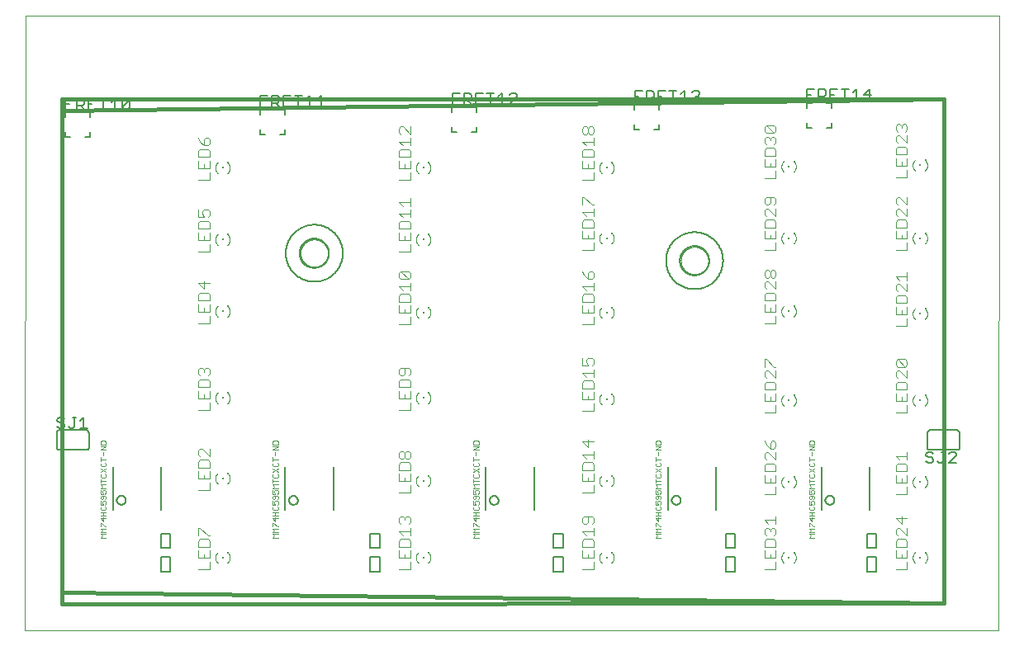
<source format=gto>
G75*
%MOIN*%
%OFA0B0*%
%FSLAX25Y25*%
%IPPOS*%
%LPD*%
%AMOC8*
5,1,8,0,0,1.08239X$1,22.5*
%
%ADD10C,0.00000*%
%ADD11C,0.01600*%
%ADD12C,0.00600*%
%ADD13C,0.00800*%
%ADD14C,0.00400*%
%ADD15R,0.00787X0.00787*%
%ADD16R,0.00984X0.00591*%
%ADD17C,0.00500*%
%ADD18C,0.00200*%
D10*
X0001000Y0001000D02*
X0001500Y0249501D01*
X0394621Y0249501D01*
X0394121Y0001000D01*
X0001000Y0001000D01*
X0112488Y0153500D02*
X0112490Y0153648D01*
X0112496Y0153796D01*
X0112506Y0153944D01*
X0112520Y0154091D01*
X0112538Y0154238D01*
X0112559Y0154384D01*
X0112585Y0154530D01*
X0112615Y0154675D01*
X0112648Y0154819D01*
X0112686Y0154962D01*
X0112727Y0155104D01*
X0112772Y0155245D01*
X0112820Y0155385D01*
X0112873Y0155524D01*
X0112929Y0155661D01*
X0112989Y0155796D01*
X0113052Y0155930D01*
X0113119Y0156062D01*
X0113190Y0156192D01*
X0113264Y0156320D01*
X0113341Y0156446D01*
X0113422Y0156570D01*
X0113506Y0156692D01*
X0113593Y0156811D01*
X0113684Y0156928D01*
X0113778Y0157043D01*
X0113874Y0157155D01*
X0113974Y0157265D01*
X0114076Y0157371D01*
X0114182Y0157475D01*
X0114290Y0157576D01*
X0114401Y0157674D01*
X0114514Y0157770D01*
X0114630Y0157862D01*
X0114748Y0157951D01*
X0114869Y0158036D01*
X0114992Y0158119D01*
X0115117Y0158198D01*
X0115244Y0158274D01*
X0115373Y0158346D01*
X0115504Y0158415D01*
X0115637Y0158480D01*
X0115772Y0158541D01*
X0115908Y0158599D01*
X0116045Y0158654D01*
X0116184Y0158704D01*
X0116325Y0158751D01*
X0116466Y0158794D01*
X0116609Y0158834D01*
X0116753Y0158869D01*
X0116897Y0158901D01*
X0117043Y0158928D01*
X0117189Y0158952D01*
X0117336Y0158972D01*
X0117483Y0158988D01*
X0117630Y0159000D01*
X0117778Y0159008D01*
X0117926Y0159012D01*
X0118074Y0159012D01*
X0118222Y0159008D01*
X0118370Y0159000D01*
X0118517Y0158988D01*
X0118664Y0158972D01*
X0118811Y0158952D01*
X0118957Y0158928D01*
X0119103Y0158901D01*
X0119247Y0158869D01*
X0119391Y0158834D01*
X0119534Y0158794D01*
X0119675Y0158751D01*
X0119816Y0158704D01*
X0119955Y0158654D01*
X0120092Y0158599D01*
X0120228Y0158541D01*
X0120363Y0158480D01*
X0120496Y0158415D01*
X0120627Y0158346D01*
X0120756Y0158274D01*
X0120883Y0158198D01*
X0121008Y0158119D01*
X0121131Y0158036D01*
X0121252Y0157951D01*
X0121370Y0157862D01*
X0121486Y0157770D01*
X0121599Y0157674D01*
X0121710Y0157576D01*
X0121818Y0157475D01*
X0121924Y0157371D01*
X0122026Y0157265D01*
X0122126Y0157155D01*
X0122222Y0157043D01*
X0122316Y0156928D01*
X0122407Y0156811D01*
X0122494Y0156692D01*
X0122578Y0156570D01*
X0122659Y0156446D01*
X0122736Y0156320D01*
X0122810Y0156192D01*
X0122881Y0156062D01*
X0122948Y0155930D01*
X0123011Y0155796D01*
X0123071Y0155661D01*
X0123127Y0155524D01*
X0123180Y0155385D01*
X0123228Y0155245D01*
X0123273Y0155104D01*
X0123314Y0154962D01*
X0123352Y0154819D01*
X0123385Y0154675D01*
X0123415Y0154530D01*
X0123441Y0154384D01*
X0123462Y0154238D01*
X0123480Y0154091D01*
X0123494Y0153944D01*
X0123504Y0153796D01*
X0123510Y0153648D01*
X0123512Y0153500D01*
X0123510Y0153352D01*
X0123504Y0153204D01*
X0123494Y0153056D01*
X0123480Y0152909D01*
X0123462Y0152762D01*
X0123441Y0152616D01*
X0123415Y0152470D01*
X0123385Y0152325D01*
X0123352Y0152181D01*
X0123314Y0152038D01*
X0123273Y0151896D01*
X0123228Y0151755D01*
X0123180Y0151615D01*
X0123127Y0151476D01*
X0123071Y0151339D01*
X0123011Y0151204D01*
X0122948Y0151070D01*
X0122881Y0150938D01*
X0122810Y0150808D01*
X0122736Y0150680D01*
X0122659Y0150554D01*
X0122578Y0150430D01*
X0122494Y0150308D01*
X0122407Y0150189D01*
X0122316Y0150072D01*
X0122222Y0149957D01*
X0122126Y0149845D01*
X0122026Y0149735D01*
X0121924Y0149629D01*
X0121818Y0149525D01*
X0121710Y0149424D01*
X0121599Y0149326D01*
X0121486Y0149230D01*
X0121370Y0149138D01*
X0121252Y0149049D01*
X0121131Y0148964D01*
X0121008Y0148881D01*
X0120883Y0148802D01*
X0120756Y0148726D01*
X0120627Y0148654D01*
X0120496Y0148585D01*
X0120363Y0148520D01*
X0120228Y0148459D01*
X0120092Y0148401D01*
X0119955Y0148346D01*
X0119816Y0148296D01*
X0119675Y0148249D01*
X0119534Y0148206D01*
X0119391Y0148166D01*
X0119247Y0148131D01*
X0119103Y0148099D01*
X0118957Y0148072D01*
X0118811Y0148048D01*
X0118664Y0148028D01*
X0118517Y0148012D01*
X0118370Y0148000D01*
X0118222Y0147992D01*
X0118074Y0147988D01*
X0117926Y0147988D01*
X0117778Y0147992D01*
X0117630Y0148000D01*
X0117483Y0148012D01*
X0117336Y0148028D01*
X0117189Y0148048D01*
X0117043Y0148072D01*
X0116897Y0148099D01*
X0116753Y0148131D01*
X0116609Y0148166D01*
X0116466Y0148206D01*
X0116325Y0148249D01*
X0116184Y0148296D01*
X0116045Y0148346D01*
X0115908Y0148401D01*
X0115772Y0148459D01*
X0115637Y0148520D01*
X0115504Y0148585D01*
X0115373Y0148654D01*
X0115244Y0148726D01*
X0115117Y0148802D01*
X0114992Y0148881D01*
X0114869Y0148964D01*
X0114748Y0149049D01*
X0114630Y0149138D01*
X0114514Y0149230D01*
X0114401Y0149326D01*
X0114290Y0149424D01*
X0114182Y0149525D01*
X0114076Y0149629D01*
X0113974Y0149735D01*
X0113874Y0149845D01*
X0113778Y0149957D01*
X0113684Y0150072D01*
X0113593Y0150189D01*
X0113506Y0150308D01*
X0113422Y0150430D01*
X0113341Y0150554D01*
X0113264Y0150680D01*
X0113190Y0150808D01*
X0113119Y0150938D01*
X0113052Y0151070D01*
X0112989Y0151204D01*
X0112929Y0151339D01*
X0112873Y0151476D01*
X0112820Y0151615D01*
X0112772Y0151755D01*
X0112727Y0151896D01*
X0112686Y0152038D01*
X0112648Y0152181D01*
X0112615Y0152325D01*
X0112585Y0152470D01*
X0112559Y0152616D01*
X0112538Y0152762D01*
X0112520Y0152909D01*
X0112506Y0153056D01*
X0112496Y0153204D01*
X0112490Y0153352D01*
X0112488Y0153500D01*
X0265988Y0150500D02*
X0265990Y0150648D01*
X0265996Y0150796D01*
X0266006Y0150944D01*
X0266020Y0151091D01*
X0266038Y0151238D01*
X0266059Y0151384D01*
X0266085Y0151530D01*
X0266115Y0151675D01*
X0266148Y0151819D01*
X0266186Y0151962D01*
X0266227Y0152104D01*
X0266272Y0152245D01*
X0266320Y0152385D01*
X0266373Y0152524D01*
X0266429Y0152661D01*
X0266489Y0152796D01*
X0266552Y0152930D01*
X0266619Y0153062D01*
X0266690Y0153192D01*
X0266764Y0153320D01*
X0266841Y0153446D01*
X0266922Y0153570D01*
X0267006Y0153692D01*
X0267093Y0153811D01*
X0267184Y0153928D01*
X0267278Y0154043D01*
X0267374Y0154155D01*
X0267474Y0154265D01*
X0267576Y0154371D01*
X0267682Y0154475D01*
X0267790Y0154576D01*
X0267901Y0154674D01*
X0268014Y0154770D01*
X0268130Y0154862D01*
X0268248Y0154951D01*
X0268369Y0155036D01*
X0268492Y0155119D01*
X0268617Y0155198D01*
X0268744Y0155274D01*
X0268873Y0155346D01*
X0269004Y0155415D01*
X0269137Y0155480D01*
X0269272Y0155541D01*
X0269408Y0155599D01*
X0269545Y0155654D01*
X0269684Y0155704D01*
X0269825Y0155751D01*
X0269966Y0155794D01*
X0270109Y0155834D01*
X0270253Y0155869D01*
X0270397Y0155901D01*
X0270543Y0155928D01*
X0270689Y0155952D01*
X0270836Y0155972D01*
X0270983Y0155988D01*
X0271130Y0156000D01*
X0271278Y0156008D01*
X0271426Y0156012D01*
X0271574Y0156012D01*
X0271722Y0156008D01*
X0271870Y0156000D01*
X0272017Y0155988D01*
X0272164Y0155972D01*
X0272311Y0155952D01*
X0272457Y0155928D01*
X0272603Y0155901D01*
X0272747Y0155869D01*
X0272891Y0155834D01*
X0273034Y0155794D01*
X0273175Y0155751D01*
X0273316Y0155704D01*
X0273455Y0155654D01*
X0273592Y0155599D01*
X0273728Y0155541D01*
X0273863Y0155480D01*
X0273996Y0155415D01*
X0274127Y0155346D01*
X0274256Y0155274D01*
X0274383Y0155198D01*
X0274508Y0155119D01*
X0274631Y0155036D01*
X0274752Y0154951D01*
X0274870Y0154862D01*
X0274986Y0154770D01*
X0275099Y0154674D01*
X0275210Y0154576D01*
X0275318Y0154475D01*
X0275424Y0154371D01*
X0275526Y0154265D01*
X0275626Y0154155D01*
X0275722Y0154043D01*
X0275816Y0153928D01*
X0275907Y0153811D01*
X0275994Y0153692D01*
X0276078Y0153570D01*
X0276159Y0153446D01*
X0276236Y0153320D01*
X0276310Y0153192D01*
X0276381Y0153062D01*
X0276448Y0152930D01*
X0276511Y0152796D01*
X0276571Y0152661D01*
X0276627Y0152524D01*
X0276680Y0152385D01*
X0276728Y0152245D01*
X0276773Y0152104D01*
X0276814Y0151962D01*
X0276852Y0151819D01*
X0276885Y0151675D01*
X0276915Y0151530D01*
X0276941Y0151384D01*
X0276962Y0151238D01*
X0276980Y0151091D01*
X0276994Y0150944D01*
X0277004Y0150796D01*
X0277010Y0150648D01*
X0277012Y0150500D01*
X0277010Y0150352D01*
X0277004Y0150204D01*
X0276994Y0150056D01*
X0276980Y0149909D01*
X0276962Y0149762D01*
X0276941Y0149616D01*
X0276915Y0149470D01*
X0276885Y0149325D01*
X0276852Y0149181D01*
X0276814Y0149038D01*
X0276773Y0148896D01*
X0276728Y0148755D01*
X0276680Y0148615D01*
X0276627Y0148476D01*
X0276571Y0148339D01*
X0276511Y0148204D01*
X0276448Y0148070D01*
X0276381Y0147938D01*
X0276310Y0147808D01*
X0276236Y0147680D01*
X0276159Y0147554D01*
X0276078Y0147430D01*
X0275994Y0147308D01*
X0275907Y0147189D01*
X0275816Y0147072D01*
X0275722Y0146957D01*
X0275626Y0146845D01*
X0275526Y0146735D01*
X0275424Y0146629D01*
X0275318Y0146525D01*
X0275210Y0146424D01*
X0275099Y0146326D01*
X0274986Y0146230D01*
X0274870Y0146138D01*
X0274752Y0146049D01*
X0274631Y0145964D01*
X0274508Y0145881D01*
X0274383Y0145802D01*
X0274256Y0145726D01*
X0274127Y0145654D01*
X0273996Y0145585D01*
X0273863Y0145520D01*
X0273728Y0145459D01*
X0273592Y0145401D01*
X0273455Y0145346D01*
X0273316Y0145296D01*
X0273175Y0145249D01*
X0273034Y0145206D01*
X0272891Y0145166D01*
X0272747Y0145131D01*
X0272603Y0145099D01*
X0272457Y0145072D01*
X0272311Y0145048D01*
X0272164Y0145028D01*
X0272017Y0145012D01*
X0271870Y0145000D01*
X0271722Y0144992D01*
X0271574Y0144988D01*
X0271426Y0144988D01*
X0271278Y0144992D01*
X0271130Y0145000D01*
X0270983Y0145012D01*
X0270836Y0145028D01*
X0270689Y0145048D01*
X0270543Y0145072D01*
X0270397Y0145099D01*
X0270253Y0145131D01*
X0270109Y0145166D01*
X0269966Y0145206D01*
X0269825Y0145249D01*
X0269684Y0145296D01*
X0269545Y0145346D01*
X0269408Y0145401D01*
X0269272Y0145459D01*
X0269137Y0145520D01*
X0269004Y0145585D01*
X0268873Y0145654D01*
X0268744Y0145726D01*
X0268617Y0145802D01*
X0268492Y0145881D01*
X0268369Y0145964D01*
X0268248Y0146049D01*
X0268130Y0146138D01*
X0268014Y0146230D01*
X0267901Y0146326D01*
X0267790Y0146424D01*
X0267682Y0146525D01*
X0267576Y0146629D01*
X0267474Y0146735D01*
X0267374Y0146845D01*
X0267278Y0146957D01*
X0267184Y0147072D01*
X0267093Y0147189D01*
X0267006Y0147308D01*
X0266922Y0147430D01*
X0266841Y0147554D01*
X0266764Y0147680D01*
X0266690Y0147808D01*
X0266619Y0147938D01*
X0266552Y0148070D01*
X0266489Y0148204D01*
X0266429Y0148339D01*
X0266373Y0148476D01*
X0266320Y0148615D01*
X0266272Y0148755D01*
X0266227Y0148896D01*
X0266186Y0149038D01*
X0266148Y0149181D01*
X0266115Y0149325D01*
X0266085Y0149470D01*
X0266059Y0149616D01*
X0266038Y0149762D01*
X0266020Y0149909D01*
X0266006Y0150056D01*
X0265996Y0150204D01*
X0265990Y0150352D01*
X0265988Y0150500D01*
D11*
X0372200Y0215800D02*
X0016000Y0211200D01*
X0016000Y0215800D01*
X0372200Y0215800D01*
X0372250Y0215800D01*
X0372250Y0012000D01*
X0016000Y0011800D01*
X0016000Y0016500D01*
X0372300Y0012000D01*
X0016000Y0016500D02*
X0016000Y0030500D01*
X0016000Y0062000D01*
X0016000Y0211200D01*
D12*
X0017350Y0210300D02*
X0017350Y0208300D01*
X0017350Y0210300D02*
X0019350Y0210300D01*
X0025350Y0210300D02*
X0027350Y0210300D01*
X0027350Y0208300D01*
X0027350Y0202300D02*
X0027350Y0200300D01*
X0025350Y0200300D01*
X0019350Y0200300D02*
X0017350Y0200300D01*
X0017350Y0202300D01*
X0096050Y0201500D02*
X0096050Y0203500D01*
X0096050Y0201500D02*
X0098050Y0201500D01*
X0104050Y0201500D02*
X0106050Y0201500D01*
X0106050Y0203500D01*
X0106050Y0209500D02*
X0106050Y0211500D01*
X0104050Y0211500D01*
X0098050Y0211500D02*
X0096050Y0211500D01*
X0096050Y0209500D01*
X0173550Y0210400D02*
X0173550Y0212400D01*
X0175550Y0212400D01*
X0181550Y0212400D02*
X0183550Y0212400D01*
X0183550Y0210400D01*
X0183550Y0204400D02*
X0183550Y0202400D01*
X0181550Y0202400D01*
X0175550Y0202400D02*
X0173550Y0202400D01*
X0173550Y0204400D01*
X0247200Y0203400D02*
X0247200Y0205400D01*
X0247200Y0203400D02*
X0249200Y0203400D01*
X0255200Y0203400D02*
X0257200Y0203400D01*
X0257200Y0205400D01*
X0257200Y0211400D02*
X0257200Y0213400D01*
X0255200Y0213400D01*
X0249200Y0213400D02*
X0247200Y0213400D01*
X0247200Y0211400D01*
X0316700Y0212050D02*
X0316700Y0214050D01*
X0318700Y0214050D01*
X0324700Y0214050D02*
X0326700Y0214050D01*
X0326700Y0212050D01*
X0326700Y0206050D02*
X0326700Y0204050D01*
X0324700Y0204050D01*
X0318700Y0204050D02*
X0316700Y0204050D01*
X0316700Y0206050D01*
X0260000Y0150500D02*
X0260003Y0150782D01*
X0260014Y0151064D01*
X0260031Y0151346D01*
X0260055Y0151627D01*
X0260086Y0151908D01*
X0260124Y0152187D01*
X0260169Y0152466D01*
X0260221Y0152744D01*
X0260279Y0153020D01*
X0260345Y0153294D01*
X0260417Y0153567D01*
X0260495Y0153838D01*
X0260580Y0154107D01*
X0260672Y0154374D01*
X0260771Y0154639D01*
X0260875Y0154901D01*
X0260987Y0155160D01*
X0261104Y0155417D01*
X0261228Y0155671D01*
X0261358Y0155921D01*
X0261494Y0156168D01*
X0261636Y0156412D01*
X0261784Y0156652D01*
X0261938Y0156889D01*
X0262098Y0157122D01*
X0262263Y0157351D01*
X0262434Y0157575D01*
X0262610Y0157796D01*
X0262792Y0158011D01*
X0262979Y0158223D01*
X0263171Y0158430D01*
X0263368Y0158632D01*
X0263570Y0158829D01*
X0263777Y0159021D01*
X0263989Y0159208D01*
X0264204Y0159390D01*
X0264425Y0159566D01*
X0264649Y0159737D01*
X0264878Y0159902D01*
X0265111Y0160062D01*
X0265348Y0160216D01*
X0265588Y0160364D01*
X0265832Y0160506D01*
X0266079Y0160642D01*
X0266329Y0160772D01*
X0266583Y0160896D01*
X0266840Y0161013D01*
X0267099Y0161125D01*
X0267361Y0161229D01*
X0267626Y0161328D01*
X0267893Y0161420D01*
X0268162Y0161505D01*
X0268433Y0161583D01*
X0268706Y0161655D01*
X0268980Y0161721D01*
X0269256Y0161779D01*
X0269534Y0161831D01*
X0269813Y0161876D01*
X0270092Y0161914D01*
X0270373Y0161945D01*
X0270654Y0161969D01*
X0270936Y0161986D01*
X0271218Y0161997D01*
X0271500Y0162000D01*
X0271782Y0161997D01*
X0272064Y0161986D01*
X0272346Y0161969D01*
X0272627Y0161945D01*
X0272908Y0161914D01*
X0273187Y0161876D01*
X0273466Y0161831D01*
X0273744Y0161779D01*
X0274020Y0161721D01*
X0274294Y0161655D01*
X0274567Y0161583D01*
X0274838Y0161505D01*
X0275107Y0161420D01*
X0275374Y0161328D01*
X0275639Y0161229D01*
X0275901Y0161125D01*
X0276160Y0161013D01*
X0276417Y0160896D01*
X0276671Y0160772D01*
X0276921Y0160642D01*
X0277168Y0160506D01*
X0277412Y0160364D01*
X0277652Y0160216D01*
X0277889Y0160062D01*
X0278122Y0159902D01*
X0278351Y0159737D01*
X0278575Y0159566D01*
X0278796Y0159390D01*
X0279011Y0159208D01*
X0279223Y0159021D01*
X0279430Y0158829D01*
X0279632Y0158632D01*
X0279829Y0158430D01*
X0280021Y0158223D01*
X0280208Y0158011D01*
X0280390Y0157796D01*
X0280566Y0157575D01*
X0280737Y0157351D01*
X0280902Y0157122D01*
X0281062Y0156889D01*
X0281216Y0156652D01*
X0281364Y0156412D01*
X0281506Y0156168D01*
X0281642Y0155921D01*
X0281772Y0155671D01*
X0281896Y0155417D01*
X0282013Y0155160D01*
X0282125Y0154901D01*
X0282229Y0154639D01*
X0282328Y0154374D01*
X0282420Y0154107D01*
X0282505Y0153838D01*
X0282583Y0153567D01*
X0282655Y0153294D01*
X0282721Y0153020D01*
X0282779Y0152744D01*
X0282831Y0152466D01*
X0282876Y0152187D01*
X0282914Y0151908D01*
X0282945Y0151627D01*
X0282969Y0151346D01*
X0282986Y0151064D01*
X0282997Y0150782D01*
X0283000Y0150500D01*
X0282997Y0150218D01*
X0282986Y0149936D01*
X0282969Y0149654D01*
X0282945Y0149373D01*
X0282914Y0149092D01*
X0282876Y0148813D01*
X0282831Y0148534D01*
X0282779Y0148256D01*
X0282721Y0147980D01*
X0282655Y0147706D01*
X0282583Y0147433D01*
X0282505Y0147162D01*
X0282420Y0146893D01*
X0282328Y0146626D01*
X0282229Y0146361D01*
X0282125Y0146099D01*
X0282013Y0145840D01*
X0281896Y0145583D01*
X0281772Y0145329D01*
X0281642Y0145079D01*
X0281506Y0144832D01*
X0281364Y0144588D01*
X0281216Y0144348D01*
X0281062Y0144111D01*
X0280902Y0143878D01*
X0280737Y0143649D01*
X0280566Y0143425D01*
X0280390Y0143204D01*
X0280208Y0142989D01*
X0280021Y0142777D01*
X0279829Y0142570D01*
X0279632Y0142368D01*
X0279430Y0142171D01*
X0279223Y0141979D01*
X0279011Y0141792D01*
X0278796Y0141610D01*
X0278575Y0141434D01*
X0278351Y0141263D01*
X0278122Y0141098D01*
X0277889Y0140938D01*
X0277652Y0140784D01*
X0277412Y0140636D01*
X0277168Y0140494D01*
X0276921Y0140358D01*
X0276671Y0140228D01*
X0276417Y0140104D01*
X0276160Y0139987D01*
X0275901Y0139875D01*
X0275639Y0139771D01*
X0275374Y0139672D01*
X0275107Y0139580D01*
X0274838Y0139495D01*
X0274567Y0139417D01*
X0274294Y0139345D01*
X0274020Y0139279D01*
X0273744Y0139221D01*
X0273466Y0139169D01*
X0273187Y0139124D01*
X0272908Y0139086D01*
X0272627Y0139055D01*
X0272346Y0139031D01*
X0272064Y0139014D01*
X0271782Y0139003D01*
X0271500Y0139000D01*
X0271218Y0139003D01*
X0270936Y0139014D01*
X0270654Y0139031D01*
X0270373Y0139055D01*
X0270092Y0139086D01*
X0269813Y0139124D01*
X0269534Y0139169D01*
X0269256Y0139221D01*
X0268980Y0139279D01*
X0268706Y0139345D01*
X0268433Y0139417D01*
X0268162Y0139495D01*
X0267893Y0139580D01*
X0267626Y0139672D01*
X0267361Y0139771D01*
X0267099Y0139875D01*
X0266840Y0139987D01*
X0266583Y0140104D01*
X0266329Y0140228D01*
X0266079Y0140358D01*
X0265832Y0140494D01*
X0265588Y0140636D01*
X0265348Y0140784D01*
X0265111Y0140938D01*
X0264878Y0141098D01*
X0264649Y0141263D01*
X0264425Y0141434D01*
X0264204Y0141610D01*
X0263989Y0141792D01*
X0263777Y0141979D01*
X0263570Y0142171D01*
X0263368Y0142368D01*
X0263171Y0142570D01*
X0262979Y0142777D01*
X0262792Y0142989D01*
X0262610Y0143204D01*
X0262434Y0143425D01*
X0262263Y0143649D01*
X0262098Y0143878D01*
X0261938Y0144111D01*
X0261784Y0144348D01*
X0261636Y0144588D01*
X0261494Y0144832D01*
X0261358Y0145079D01*
X0261228Y0145329D01*
X0261104Y0145583D01*
X0260987Y0145840D01*
X0260875Y0146099D01*
X0260771Y0146361D01*
X0260672Y0146626D01*
X0260580Y0146893D01*
X0260495Y0147162D01*
X0260417Y0147433D01*
X0260345Y0147706D01*
X0260279Y0147980D01*
X0260221Y0148256D01*
X0260169Y0148534D01*
X0260124Y0148813D01*
X0260086Y0149092D01*
X0260055Y0149373D01*
X0260031Y0149654D01*
X0260014Y0149936D01*
X0260003Y0150218D01*
X0260000Y0150500D01*
X0365500Y0081000D02*
X0365500Y0075000D01*
X0365502Y0074940D01*
X0365507Y0074879D01*
X0365516Y0074820D01*
X0365529Y0074761D01*
X0365545Y0074702D01*
X0365565Y0074645D01*
X0365588Y0074590D01*
X0365615Y0074535D01*
X0365644Y0074483D01*
X0365677Y0074432D01*
X0365713Y0074383D01*
X0365751Y0074337D01*
X0365793Y0074293D01*
X0365837Y0074251D01*
X0365883Y0074213D01*
X0365932Y0074177D01*
X0365983Y0074144D01*
X0366035Y0074115D01*
X0366090Y0074088D01*
X0366145Y0074065D01*
X0366202Y0074045D01*
X0366261Y0074029D01*
X0366320Y0074016D01*
X0366379Y0074007D01*
X0366440Y0074002D01*
X0366500Y0074000D01*
X0377500Y0074000D01*
X0377560Y0074002D01*
X0377621Y0074007D01*
X0377680Y0074016D01*
X0377739Y0074029D01*
X0377798Y0074045D01*
X0377855Y0074065D01*
X0377910Y0074088D01*
X0377965Y0074115D01*
X0378017Y0074144D01*
X0378068Y0074177D01*
X0378117Y0074213D01*
X0378163Y0074251D01*
X0378207Y0074293D01*
X0378249Y0074337D01*
X0378287Y0074383D01*
X0378323Y0074432D01*
X0378356Y0074483D01*
X0378385Y0074535D01*
X0378412Y0074590D01*
X0378435Y0074645D01*
X0378455Y0074702D01*
X0378471Y0074761D01*
X0378484Y0074820D01*
X0378493Y0074879D01*
X0378498Y0074940D01*
X0378500Y0075000D01*
X0378500Y0081000D01*
X0378498Y0081060D01*
X0378493Y0081121D01*
X0378484Y0081180D01*
X0378471Y0081239D01*
X0378455Y0081298D01*
X0378435Y0081355D01*
X0378412Y0081410D01*
X0378385Y0081465D01*
X0378356Y0081517D01*
X0378323Y0081568D01*
X0378287Y0081617D01*
X0378249Y0081663D01*
X0378207Y0081707D01*
X0378163Y0081749D01*
X0378117Y0081787D01*
X0378068Y0081823D01*
X0378017Y0081856D01*
X0377965Y0081885D01*
X0377910Y0081912D01*
X0377855Y0081935D01*
X0377798Y0081955D01*
X0377739Y0081971D01*
X0377680Y0081984D01*
X0377621Y0081993D01*
X0377560Y0081998D01*
X0377500Y0082000D01*
X0366500Y0082000D01*
X0366440Y0081998D01*
X0366379Y0081993D01*
X0366320Y0081984D01*
X0366261Y0081971D01*
X0366202Y0081955D01*
X0366145Y0081935D01*
X0366090Y0081912D01*
X0366035Y0081885D01*
X0365983Y0081856D01*
X0365932Y0081823D01*
X0365883Y0081787D01*
X0365837Y0081749D01*
X0365793Y0081707D01*
X0365751Y0081663D01*
X0365713Y0081617D01*
X0365677Y0081568D01*
X0365644Y0081517D01*
X0365615Y0081465D01*
X0365588Y0081410D01*
X0365565Y0081355D01*
X0365545Y0081298D01*
X0365529Y0081239D01*
X0365516Y0081180D01*
X0365507Y0081121D01*
X0365502Y0081060D01*
X0365500Y0081000D01*
X0342302Y0066995D02*
X0342302Y0049906D01*
X0324300Y0053700D02*
X0324302Y0053784D01*
X0324308Y0053869D01*
X0324318Y0053952D01*
X0324332Y0054036D01*
X0324349Y0054118D01*
X0324371Y0054200D01*
X0324396Y0054280D01*
X0324425Y0054359D01*
X0324458Y0054437D01*
X0324494Y0054513D01*
X0324534Y0054588D01*
X0324578Y0054660D01*
X0324624Y0054731D01*
X0324674Y0054799D01*
X0324727Y0054864D01*
X0324783Y0054927D01*
X0324842Y0054988D01*
X0324904Y0055045D01*
X0324968Y0055100D01*
X0325035Y0055151D01*
X0325104Y0055200D01*
X0325176Y0055245D01*
X0325249Y0055286D01*
X0325324Y0055324D01*
X0325401Y0055359D01*
X0325480Y0055390D01*
X0325560Y0055417D01*
X0325641Y0055440D01*
X0325723Y0055460D01*
X0325806Y0055476D01*
X0325889Y0055488D01*
X0325974Y0055496D01*
X0326058Y0055500D01*
X0326142Y0055500D01*
X0326226Y0055496D01*
X0326311Y0055488D01*
X0326394Y0055476D01*
X0326477Y0055460D01*
X0326559Y0055440D01*
X0326640Y0055417D01*
X0326720Y0055390D01*
X0326799Y0055359D01*
X0326876Y0055324D01*
X0326951Y0055286D01*
X0327024Y0055245D01*
X0327096Y0055200D01*
X0327165Y0055151D01*
X0327232Y0055100D01*
X0327296Y0055045D01*
X0327358Y0054988D01*
X0327417Y0054927D01*
X0327473Y0054864D01*
X0327526Y0054799D01*
X0327576Y0054731D01*
X0327622Y0054660D01*
X0327666Y0054588D01*
X0327706Y0054513D01*
X0327742Y0054437D01*
X0327775Y0054359D01*
X0327804Y0054280D01*
X0327829Y0054200D01*
X0327851Y0054118D01*
X0327868Y0054036D01*
X0327882Y0053952D01*
X0327892Y0053869D01*
X0327898Y0053784D01*
X0327900Y0053700D01*
X0327898Y0053616D01*
X0327892Y0053531D01*
X0327882Y0053448D01*
X0327868Y0053364D01*
X0327851Y0053282D01*
X0327829Y0053200D01*
X0327804Y0053120D01*
X0327775Y0053041D01*
X0327742Y0052963D01*
X0327706Y0052887D01*
X0327666Y0052812D01*
X0327622Y0052740D01*
X0327576Y0052669D01*
X0327526Y0052601D01*
X0327473Y0052536D01*
X0327417Y0052473D01*
X0327358Y0052412D01*
X0327296Y0052355D01*
X0327232Y0052300D01*
X0327165Y0052249D01*
X0327096Y0052200D01*
X0327024Y0052155D01*
X0326951Y0052114D01*
X0326876Y0052076D01*
X0326799Y0052041D01*
X0326720Y0052010D01*
X0326640Y0051983D01*
X0326559Y0051960D01*
X0326477Y0051940D01*
X0326394Y0051924D01*
X0326311Y0051912D01*
X0326226Y0051904D01*
X0326142Y0051900D01*
X0326058Y0051900D01*
X0325974Y0051904D01*
X0325889Y0051912D01*
X0325806Y0051924D01*
X0325723Y0051940D01*
X0325641Y0051960D01*
X0325560Y0051983D01*
X0325480Y0052010D01*
X0325401Y0052041D01*
X0325324Y0052076D01*
X0325249Y0052114D01*
X0325176Y0052155D01*
X0325104Y0052200D01*
X0325035Y0052249D01*
X0324968Y0052300D01*
X0324904Y0052355D01*
X0324842Y0052412D01*
X0324783Y0052473D01*
X0324727Y0052536D01*
X0324674Y0052601D01*
X0324624Y0052669D01*
X0324578Y0052740D01*
X0324534Y0052812D01*
X0324494Y0052887D01*
X0324458Y0052963D01*
X0324425Y0053041D01*
X0324396Y0053120D01*
X0324371Y0053200D01*
X0324349Y0053282D01*
X0324332Y0053364D01*
X0324318Y0053448D01*
X0324308Y0053531D01*
X0324302Y0053616D01*
X0324300Y0053700D01*
X0322797Y0049906D02*
X0322797Y0066995D01*
X0280302Y0066995D02*
X0280302Y0049906D01*
X0262300Y0053700D02*
X0262302Y0053784D01*
X0262308Y0053869D01*
X0262318Y0053952D01*
X0262332Y0054036D01*
X0262349Y0054118D01*
X0262371Y0054200D01*
X0262396Y0054280D01*
X0262425Y0054359D01*
X0262458Y0054437D01*
X0262494Y0054513D01*
X0262534Y0054588D01*
X0262578Y0054660D01*
X0262624Y0054731D01*
X0262674Y0054799D01*
X0262727Y0054864D01*
X0262783Y0054927D01*
X0262842Y0054988D01*
X0262904Y0055045D01*
X0262968Y0055100D01*
X0263035Y0055151D01*
X0263104Y0055200D01*
X0263176Y0055245D01*
X0263249Y0055286D01*
X0263324Y0055324D01*
X0263401Y0055359D01*
X0263480Y0055390D01*
X0263560Y0055417D01*
X0263641Y0055440D01*
X0263723Y0055460D01*
X0263806Y0055476D01*
X0263889Y0055488D01*
X0263974Y0055496D01*
X0264058Y0055500D01*
X0264142Y0055500D01*
X0264226Y0055496D01*
X0264311Y0055488D01*
X0264394Y0055476D01*
X0264477Y0055460D01*
X0264559Y0055440D01*
X0264640Y0055417D01*
X0264720Y0055390D01*
X0264799Y0055359D01*
X0264876Y0055324D01*
X0264951Y0055286D01*
X0265024Y0055245D01*
X0265096Y0055200D01*
X0265165Y0055151D01*
X0265232Y0055100D01*
X0265296Y0055045D01*
X0265358Y0054988D01*
X0265417Y0054927D01*
X0265473Y0054864D01*
X0265526Y0054799D01*
X0265576Y0054731D01*
X0265622Y0054660D01*
X0265666Y0054588D01*
X0265706Y0054513D01*
X0265742Y0054437D01*
X0265775Y0054359D01*
X0265804Y0054280D01*
X0265829Y0054200D01*
X0265851Y0054118D01*
X0265868Y0054036D01*
X0265882Y0053952D01*
X0265892Y0053869D01*
X0265898Y0053784D01*
X0265900Y0053700D01*
X0265898Y0053616D01*
X0265892Y0053531D01*
X0265882Y0053448D01*
X0265868Y0053364D01*
X0265851Y0053282D01*
X0265829Y0053200D01*
X0265804Y0053120D01*
X0265775Y0053041D01*
X0265742Y0052963D01*
X0265706Y0052887D01*
X0265666Y0052812D01*
X0265622Y0052740D01*
X0265576Y0052669D01*
X0265526Y0052601D01*
X0265473Y0052536D01*
X0265417Y0052473D01*
X0265358Y0052412D01*
X0265296Y0052355D01*
X0265232Y0052300D01*
X0265165Y0052249D01*
X0265096Y0052200D01*
X0265024Y0052155D01*
X0264951Y0052114D01*
X0264876Y0052076D01*
X0264799Y0052041D01*
X0264720Y0052010D01*
X0264640Y0051983D01*
X0264559Y0051960D01*
X0264477Y0051940D01*
X0264394Y0051924D01*
X0264311Y0051912D01*
X0264226Y0051904D01*
X0264142Y0051900D01*
X0264058Y0051900D01*
X0263974Y0051904D01*
X0263889Y0051912D01*
X0263806Y0051924D01*
X0263723Y0051940D01*
X0263641Y0051960D01*
X0263560Y0051983D01*
X0263480Y0052010D01*
X0263401Y0052041D01*
X0263324Y0052076D01*
X0263249Y0052114D01*
X0263176Y0052155D01*
X0263104Y0052200D01*
X0263035Y0052249D01*
X0262968Y0052300D01*
X0262904Y0052355D01*
X0262842Y0052412D01*
X0262783Y0052473D01*
X0262727Y0052536D01*
X0262674Y0052601D01*
X0262624Y0052669D01*
X0262578Y0052740D01*
X0262534Y0052812D01*
X0262494Y0052887D01*
X0262458Y0052963D01*
X0262425Y0053041D01*
X0262396Y0053120D01*
X0262371Y0053200D01*
X0262349Y0053282D01*
X0262332Y0053364D01*
X0262318Y0053448D01*
X0262308Y0053531D01*
X0262302Y0053616D01*
X0262300Y0053700D01*
X0260797Y0049906D02*
X0260797Y0066995D01*
X0206802Y0066995D02*
X0206802Y0049906D01*
X0188800Y0053700D02*
X0188802Y0053784D01*
X0188808Y0053869D01*
X0188818Y0053952D01*
X0188832Y0054036D01*
X0188849Y0054118D01*
X0188871Y0054200D01*
X0188896Y0054280D01*
X0188925Y0054359D01*
X0188958Y0054437D01*
X0188994Y0054513D01*
X0189034Y0054588D01*
X0189078Y0054660D01*
X0189124Y0054731D01*
X0189174Y0054799D01*
X0189227Y0054864D01*
X0189283Y0054927D01*
X0189342Y0054988D01*
X0189404Y0055045D01*
X0189468Y0055100D01*
X0189535Y0055151D01*
X0189604Y0055200D01*
X0189676Y0055245D01*
X0189749Y0055286D01*
X0189824Y0055324D01*
X0189901Y0055359D01*
X0189980Y0055390D01*
X0190060Y0055417D01*
X0190141Y0055440D01*
X0190223Y0055460D01*
X0190306Y0055476D01*
X0190389Y0055488D01*
X0190474Y0055496D01*
X0190558Y0055500D01*
X0190642Y0055500D01*
X0190726Y0055496D01*
X0190811Y0055488D01*
X0190894Y0055476D01*
X0190977Y0055460D01*
X0191059Y0055440D01*
X0191140Y0055417D01*
X0191220Y0055390D01*
X0191299Y0055359D01*
X0191376Y0055324D01*
X0191451Y0055286D01*
X0191524Y0055245D01*
X0191596Y0055200D01*
X0191665Y0055151D01*
X0191732Y0055100D01*
X0191796Y0055045D01*
X0191858Y0054988D01*
X0191917Y0054927D01*
X0191973Y0054864D01*
X0192026Y0054799D01*
X0192076Y0054731D01*
X0192122Y0054660D01*
X0192166Y0054588D01*
X0192206Y0054513D01*
X0192242Y0054437D01*
X0192275Y0054359D01*
X0192304Y0054280D01*
X0192329Y0054200D01*
X0192351Y0054118D01*
X0192368Y0054036D01*
X0192382Y0053952D01*
X0192392Y0053869D01*
X0192398Y0053784D01*
X0192400Y0053700D01*
X0192398Y0053616D01*
X0192392Y0053531D01*
X0192382Y0053448D01*
X0192368Y0053364D01*
X0192351Y0053282D01*
X0192329Y0053200D01*
X0192304Y0053120D01*
X0192275Y0053041D01*
X0192242Y0052963D01*
X0192206Y0052887D01*
X0192166Y0052812D01*
X0192122Y0052740D01*
X0192076Y0052669D01*
X0192026Y0052601D01*
X0191973Y0052536D01*
X0191917Y0052473D01*
X0191858Y0052412D01*
X0191796Y0052355D01*
X0191732Y0052300D01*
X0191665Y0052249D01*
X0191596Y0052200D01*
X0191524Y0052155D01*
X0191451Y0052114D01*
X0191376Y0052076D01*
X0191299Y0052041D01*
X0191220Y0052010D01*
X0191140Y0051983D01*
X0191059Y0051960D01*
X0190977Y0051940D01*
X0190894Y0051924D01*
X0190811Y0051912D01*
X0190726Y0051904D01*
X0190642Y0051900D01*
X0190558Y0051900D01*
X0190474Y0051904D01*
X0190389Y0051912D01*
X0190306Y0051924D01*
X0190223Y0051940D01*
X0190141Y0051960D01*
X0190060Y0051983D01*
X0189980Y0052010D01*
X0189901Y0052041D01*
X0189824Y0052076D01*
X0189749Y0052114D01*
X0189676Y0052155D01*
X0189604Y0052200D01*
X0189535Y0052249D01*
X0189468Y0052300D01*
X0189404Y0052355D01*
X0189342Y0052412D01*
X0189283Y0052473D01*
X0189227Y0052536D01*
X0189174Y0052601D01*
X0189124Y0052669D01*
X0189078Y0052740D01*
X0189034Y0052812D01*
X0188994Y0052887D01*
X0188958Y0052963D01*
X0188925Y0053041D01*
X0188896Y0053120D01*
X0188871Y0053200D01*
X0188849Y0053282D01*
X0188832Y0053364D01*
X0188818Y0053448D01*
X0188808Y0053531D01*
X0188802Y0053616D01*
X0188800Y0053700D01*
X0187297Y0049906D02*
X0187297Y0066995D01*
X0125802Y0066995D02*
X0125802Y0049906D01*
X0107800Y0053700D02*
X0107802Y0053784D01*
X0107808Y0053869D01*
X0107818Y0053952D01*
X0107832Y0054036D01*
X0107849Y0054118D01*
X0107871Y0054200D01*
X0107896Y0054280D01*
X0107925Y0054359D01*
X0107958Y0054437D01*
X0107994Y0054513D01*
X0108034Y0054588D01*
X0108078Y0054660D01*
X0108124Y0054731D01*
X0108174Y0054799D01*
X0108227Y0054864D01*
X0108283Y0054927D01*
X0108342Y0054988D01*
X0108404Y0055045D01*
X0108468Y0055100D01*
X0108535Y0055151D01*
X0108604Y0055200D01*
X0108676Y0055245D01*
X0108749Y0055286D01*
X0108824Y0055324D01*
X0108901Y0055359D01*
X0108980Y0055390D01*
X0109060Y0055417D01*
X0109141Y0055440D01*
X0109223Y0055460D01*
X0109306Y0055476D01*
X0109389Y0055488D01*
X0109474Y0055496D01*
X0109558Y0055500D01*
X0109642Y0055500D01*
X0109726Y0055496D01*
X0109811Y0055488D01*
X0109894Y0055476D01*
X0109977Y0055460D01*
X0110059Y0055440D01*
X0110140Y0055417D01*
X0110220Y0055390D01*
X0110299Y0055359D01*
X0110376Y0055324D01*
X0110451Y0055286D01*
X0110524Y0055245D01*
X0110596Y0055200D01*
X0110665Y0055151D01*
X0110732Y0055100D01*
X0110796Y0055045D01*
X0110858Y0054988D01*
X0110917Y0054927D01*
X0110973Y0054864D01*
X0111026Y0054799D01*
X0111076Y0054731D01*
X0111122Y0054660D01*
X0111166Y0054588D01*
X0111206Y0054513D01*
X0111242Y0054437D01*
X0111275Y0054359D01*
X0111304Y0054280D01*
X0111329Y0054200D01*
X0111351Y0054118D01*
X0111368Y0054036D01*
X0111382Y0053952D01*
X0111392Y0053869D01*
X0111398Y0053784D01*
X0111400Y0053700D01*
X0111398Y0053616D01*
X0111392Y0053531D01*
X0111382Y0053448D01*
X0111368Y0053364D01*
X0111351Y0053282D01*
X0111329Y0053200D01*
X0111304Y0053120D01*
X0111275Y0053041D01*
X0111242Y0052963D01*
X0111206Y0052887D01*
X0111166Y0052812D01*
X0111122Y0052740D01*
X0111076Y0052669D01*
X0111026Y0052601D01*
X0110973Y0052536D01*
X0110917Y0052473D01*
X0110858Y0052412D01*
X0110796Y0052355D01*
X0110732Y0052300D01*
X0110665Y0052249D01*
X0110596Y0052200D01*
X0110524Y0052155D01*
X0110451Y0052114D01*
X0110376Y0052076D01*
X0110299Y0052041D01*
X0110220Y0052010D01*
X0110140Y0051983D01*
X0110059Y0051960D01*
X0109977Y0051940D01*
X0109894Y0051924D01*
X0109811Y0051912D01*
X0109726Y0051904D01*
X0109642Y0051900D01*
X0109558Y0051900D01*
X0109474Y0051904D01*
X0109389Y0051912D01*
X0109306Y0051924D01*
X0109223Y0051940D01*
X0109141Y0051960D01*
X0109060Y0051983D01*
X0108980Y0052010D01*
X0108901Y0052041D01*
X0108824Y0052076D01*
X0108749Y0052114D01*
X0108676Y0052155D01*
X0108604Y0052200D01*
X0108535Y0052249D01*
X0108468Y0052300D01*
X0108404Y0052355D01*
X0108342Y0052412D01*
X0108283Y0052473D01*
X0108227Y0052536D01*
X0108174Y0052601D01*
X0108124Y0052669D01*
X0108078Y0052740D01*
X0108034Y0052812D01*
X0107994Y0052887D01*
X0107958Y0052963D01*
X0107925Y0053041D01*
X0107896Y0053120D01*
X0107871Y0053200D01*
X0107849Y0053282D01*
X0107832Y0053364D01*
X0107818Y0053448D01*
X0107808Y0053531D01*
X0107802Y0053616D01*
X0107800Y0053700D01*
X0106297Y0049906D02*
X0106297Y0066995D01*
X0056302Y0066995D02*
X0056302Y0049906D01*
X0038300Y0053700D02*
X0038302Y0053784D01*
X0038308Y0053869D01*
X0038318Y0053952D01*
X0038332Y0054036D01*
X0038349Y0054118D01*
X0038371Y0054200D01*
X0038396Y0054280D01*
X0038425Y0054359D01*
X0038458Y0054437D01*
X0038494Y0054513D01*
X0038534Y0054588D01*
X0038578Y0054660D01*
X0038624Y0054731D01*
X0038674Y0054799D01*
X0038727Y0054864D01*
X0038783Y0054927D01*
X0038842Y0054988D01*
X0038904Y0055045D01*
X0038968Y0055100D01*
X0039035Y0055151D01*
X0039104Y0055200D01*
X0039176Y0055245D01*
X0039249Y0055286D01*
X0039324Y0055324D01*
X0039401Y0055359D01*
X0039480Y0055390D01*
X0039560Y0055417D01*
X0039641Y0055440D01*
X0039723Y0055460D01*
X0039806Y0055476D01*
X0039889Y0055488D01*
X0039974Y0055496D01*
X0040058Y0055500D01*
X0040142Y0055500D01*
X0040226Y0055496D01*
X0040311Y0055488D01*
X0040394Y0055476D01*
X0040477Y0055460D01*
X0040559Y0055440D01*
X0040640Y0055417D01*
X0040720Y0055390D01*
X0040799Y0055359D01*
X0040876Y0055324D01*
X0040951Y0055286D01*
X0041024Y0055245D01*
X0041096Y0055200D01*
X0041165Y0055151D01*
X0041232Y0055100D01*
X0041296Y0055045D01*
X0041358Y0054988D01*
X0041417Y0054927D01*
X0041473Y0054864D01*
X0041526Y0054799D01*
X0041576Y0054731D01*
X0041622Y0054660D01*
X0041666Y0054588D01*
X0041706Y0054513D01*
X0041742Y0054437D01*
X0041775Y0054359D01*
X0041804Y0054280D01*
X0041829Y0054200D01*
X0041851Y0054118D01*
X0041868Y0054036D01*
X0041882Y0053952D01*
X0041892Y0053869D01*
X0041898Y0053784D01*
X0041900Y0053700D01*
X0041898Y0053616D01*
X0041892Y0053531D01*
X0041882Y0053448D01*
X0041868Y0053364D01*
X0041851Y0053282D01*
X0041829Y0053200D01*
X0041804Y0053120D01*
X0041775Y0053041D01*
X0041742Y0052963D01*
X0041706Y0052887D01*
X0041666Y0052812D01*
X0041622Y0052740D01*
X0041576Y0052669D01*
X0041526Y0052601D01*
X0041473Y0052536D01*
X0041417Y0052473D01*
X0041358Y0052412D01*
X0041296Y0052355D01*
X0041232Y0052300D01*
X0041165Y0052249D01*
X0041096Y0052200D01*
X0041024Y0052155D01*
X0040951Y0052114D01*
X0040876Y0052076D01*
X0040799Y0052041D01*
X0040720Y0052010D01*
X0040640Y0051983D01*
X0040559Y0051960D01*
X0040477Y0051940D01*
X0040394Y0051924D01*
X0040311Y0051912D01*
X0040226Y0051904D01*
X0040142Y0051900D01*
X0040058Y0051900D01*
X0039974Y0051904D01*
X0039889Y0051912D01*
X0039806Y0051924D01*
X0039723Y0051940D01*
X0039641Y0051960D01*
X0039560Y0051983D01*
X0039480Y0052010D01*
X0039401Y0052041D01*
X0039324Y0052076D01*
X0039249Y0052114D01*
X0039176Y0052155D01*
X0039104Y0052200D01*
X0039035Y0052249D01*
X0038968Y0052300D01*
X0038904Y0052355D01*
X0038842Y0052412D01*
X0038783Y0052473D01*
X0038727Y0052536D01*
X0038674Y0052601D01*
X0038624Y0052669D01*
X0038578Y0052740D01*
X0038534Y0052812D01*
X0038494Y0052887D01*
X0038458Y0052963D01*
X0038425Y0053041D01*
X0038396Y0053120D01*
X0038371Y0053200D01*
X0038349Y0053282D01*
X0038332Y0053364D01*
X0038318Y0053448D01*
X0038308Y0053531D01*
X0038302Y0053616D01*
X0038300Y0053700D01*
X0036797Y0049906D02*
X0036797Y0066995D01*
X0027000Y0075000D02*
X0027000Y0081000D01*
X0026998Y0081060D01*
X0026993Y0081121D01*
X0026984Y0081180D01*
X0026971Y0081239D01*
X0026955Y0081298D01*
X0026935Y0081355D01*
X0026912Y0081410D01*
X0026885Y0081465D01*
X0026856Y0081517D01*
X0026823Y0081568D01*
X0026787Y0081617D01*
X0026749Y0081663D01*
X0026707Y0081707D01*
X0026663Y0081749D01*
X0026617Y0081787D01*
X0026568Y0081823D01*
X0026517Y0081856D01*
X0026465Y0081885D01*
X0026410Y0081912D01*
X0026355Y0081935D01*
X0026298Y0081955D01*
X0026239Y0081971D01*
X0026180Y0081984D01*
X0026121Y0081993D01*
X0026060Y0081998D01*
X0026000Y0082000D01*
X0015000Y0082000D01*
X0014940Y0081998D01*
X0014879Y0081993D01*
X0014820Y0081984D01*
X0014761Y0081971D01*
X0014702Y0081955D01*
X0014645Y0081935D01*
X0014590Y0081912D01*
X0014535Y0081885D01*
X0014483Y0081856D01*
X0014432Y0081823D01*
X0014383Y0081787D01*
X0014337Y0081749D01*
X0014293Y0081707D01*
X0014251Y0081663D01*
X0014213Y0081617D01*
X0014177Y0081568D01*
X0014144Y0081517D01*
X0014115Y0081465D01*
X0014088Y0081410D01*
X0014065Y0081355D01*
X0014045Y0081298D01*
X0014029Y0081239D01*
X0014016Y0081180D01*
X0014007Y0081121D01*
X0014002Y0081060D01*
X0014000Y0081000D01*
X0014000Y0075000D01*
X0014002Y0074940D01*
X0014007Y0074879D01*
X0014016Y0074820D01*
X0014029Y0074761D01*
X0014045Y0074702D01*
X0014065Y0074645D01*
X0014088Y0074590D01*
X0014115Y0074535D01*
X0014144Y0074483D01*
X0014177Y0074432D01*
X0014213Y0074383D01*
X0014251Y0074337D01*
X0014293Y0074293D01*
X0014337Y0074251D01*
X0014383Y0074213D01*
X0014432Y0074177D01*
X0014483Y0074144D01*
X0014535Y0074115D01*
X0014590Y0074088D01*
X0014645Y0074065D01*
X0014702Y0074045D01*
X0014761Y0074029D01*
X0014820Y0074016D01*
X0014879Y0074007D01*
X0014940Y0074002D01*
X0015000Y0074000D01*
X0026000Y0074000D01*
X0026060Y0074002D01*
X0026121Y0074007D01*
X0026180Y0074016D01*
X0026239Y0074029D01*
X0026298Y0074045D01*
X0026355Y0074065D01*
X0026410Y0074088D01*
X0026465Y0074115D01*
X0026517Y0074144D01*
X0026568Y0074177D01*
X0026617Y0074213D01*
X0026663Y0074251D01*
X0026707Y0074293D01*
X0026749Y0074337D01*
X0026787Y0074383D01*
X0026823Y0074432D01*
X0026856Y0074483D01*
X0026885Y0074535D01*
X0026912Y0074590D01*
X0026935Y0074645D01*
X0026955Y0074702D01*
X0026971Y0074761D01*
X0026984Y0074820D01*
X0026993Y0074879D01*
X0026998Y0074940D01*
X0027000Y0075000D01*
X0106500Y0153500D02*
X0106503Y0153782D01*
X0106514Y0154064D01*
X0106531Y0154346D01*
X0106555Y0154627D01*
X0106586Y0154908D01*
X0106624Y0155187D01*
X0106669Y0155466D01*
X0106721Y0155744D01*
X0106779Y0156020D01*
X0106845Y0156294D01*
X0106917Y0156567D01*
X0106995Y0156838D01*
X0107080Y0157107D01*
X0107172Y0157374D01*
X0107271Y0157639D01*
X0107375Y0157901D01*
X0107487Y0158160D01*
X0107604Y0158417D01*
X0107728Y0158671D01*
X0107858Y0158921D01*
X0107994Y0159168D01*
X0108136Y0159412D01*
X0108284Y0159652D01*
X0108438Y0159889D01*
X0108598Y0160122D01*
X0108763Y0160351D01*
X0108934Y0160575D01*
X0109110Y0160796D01*
X0109292Y0161011D01*
X0109479Y0161223D01*
X0109671Y0161430D01*
X0109868Y0161632D01*
X0110070Y0161829D01*
X0110277Y0162021D01*
X0110489Y0162208D01*
X0110704Y0162390D01*
X0110925Y0162566D01*
X0111149Y0162737D01*
X0111378Y0162902D01*
X0111611Y0163062D01*
X0111848Y0163216D01*
X0112088Y0163364D01*
X0112332Y0163506D01*
X0112579Y0163642D01*
X0112829Y0163772D01*
X0113083Y0163896D01*
X0113340Y0164013D01*
X0113599Y0164125D01*
X0113861Y0164229D01*
X0114126Y0164328D01*
X0114393Y0164420D01*
X0114662Y0164505D01*
X0114933Y0164583D01*
X0115206Y0164655D01*
X0115480Y0164721D01*
X0115756Y0164779D01*
X0116034Y0164831D01*
X0116313Y0164876D01*
X0116592Y0164914D01*
X0116873Y0164945D01*
X0117154Y0164969D01*
X0117436Y0164986D01*
X0117718Y0164997D01*
X0118000Y0165000D01*
X0118282Y0164997D01*
X0118564Y0164986D01*
X0118846Y0164969D01*
X0119127Y0164945D01*
X0119408Y0164914D01*
X0119687Y0164876D01*
X0119966Y0164831D01*
X0120244Y0164779D01*
X0120520Y0164721D01*
X0120794Y0164655D01*
X0121067Y0164583D01*
X0121338Y0164505D01*
X0121607Y0164420D01*
X0121874Y0164328D01*
X0122139Y0164229D01*
X0122401Y0164125D01*
X0122660Y0164013D01*
X0122917Y0163896D01*
X0123171Y0163772D01*
X0123421Y0163642D01*
X0123668Y0163506D01*
X0123912Y0163364D01*
X0124152Y0163216D01*
X0124389Y0163062D01*
X0124622Y0162902D01*
X0124851Y0162737D01*
X0125075Y0162566D01*
X0125296Y0162390D01*
X0125511Y0162208D01*
X0125723Y0162021D01*
X0125930Y0161829D01*
X0126132Y0161632D01*
X0126329Y0161430D01*
X0126521Y0161223D01*
X0126708Y0161011D01*
X0126890Y0160796D01*
X0127066Y0160575D01*
X0127237Y0160351D01*
X0127402Y0160122D01*
X0127562Y0159889D01*
X0127716Y0159652D01*
X0127864Y0159412D01*
X0128006Y0159168D01*
X0128142Y0158921D01*
X0128272Y0158671D01*
X0128396Y0158417D01*
X0128513Y0158160D01*
X0128625Y0157901D01*
X0128729Y0157639D01*
X0128828Y0157374D01*
X0128920Y0157107D01*
X0129005Y0156838D01*
X0129083Y0156567D01*
X0129155Y0156294D01*
X0129221Y0156020D01*
X0129279Y0155744D01*
X0129331Y0155466D01*
X0129376Y0155187D01*
X0129414Y0154908D01*
X0129445Y0154627D01*
X0129469Y0154346D01*
X0129486Y0154064D01*
X0129497Y0153782D01*
X0129500Y0153500D01*
X0129497Y0153218D01*
X0129486Y0152936D01*
X0129469Y0152654D01*
X0129445Y0152373D01*
X0129414Y0152092D01*
X0129376Y0151813D01*
X0129331Y0151534D01*
X0129279Y0151256D01*
X0129221Y0150980D01*
X0129155Y0150706D01*
X0129083Y0150433D01*
X0129005Y0150162D01*
X0128920Y0149893D01*
X0128828Y0149626D01*
X0128729Y0149361D01*
X0128625Y0149099D01*
X0128513Y0148840D01*
X0128396Y0148583D01*
X0128272Y0148329D01*
X0128142Y0148079D01*
X0128006Y0147832D01*
X0127864Y0147588D01*
X0127716Y0147348D01*
X0127562Y0147111D01*
X0127402Y0146878D01*
X0127237Y0146649D01*
X0127066Y0146425D01*
X0126890Y0146204D01*
X0126708Y0145989D01*
X0126521Y0145777D01*
X0126329Y0145570D01*
X0126132Y0145368D01*
X0125930Y0145171D01*
X0125723Y0144979D01*
X0125511Y0144792D01*
X0125296Y0144610D01*
X0125075Y0144434D01*
X0124851Y0144263D01*
X0124622Y0144098D01*
X0124389Y0143938D01*
X0124152Y0143784D01*
X0123912Y0143636D01*
X0123668Y0143494D01*
X0123421Y0143358D01*
X0123171Y0143228D01*
X0122917Y0143104D01*
X0122660Y0142987D01*
X0122401Y0142875D01*
X0122139Y0142771D01*
X0121874Y0142672D01*
X0121607Y0142580D01*
X0121338Y0142495D01*
X0121067Y0142417D01*
X0120794Y0142345D01*
X0120520Y0142279D01*
X0120244Y0142221D01*
X0119966Y0142169D01*
X0119687Y0142124D01*
X0119408Y0142086D01*
X0119127Y0142055D01*
X0118846Y0142031D01*
X0118564Y0142014D01*
X0118282Y0142003D01*
X0118000Y0142000D01*
X0117718Y0142003D01*
X0117436Y0142014D01*
X0117154Y0142031D01*
X0116873Y0142055D01*
X0116592Y0142086D01*
X0116313Y0142124D01*
X0116034Y0142169D01*
X0115756Y0142221D01*
X0115480Y0142279D01*
X0115206Y0142345D01*
X0114933Y0142417D01*
X0114662Y0142495D01*
X0114393Y0142580D01*
X0114126Y0142672D01*
X0113861Y0142771D01*
X0113599Y0142875D01*
X0113340Y0142987D01*
X0113083Y0143104D01*
X0112829Y0143228D01*
X0112579Y0143358D01*
X0112332Y0143494D01*
X0112088Y0143636D01*
X0111848Y0143784D01*
X0111611Y0143938D01*
X0111378Y0144098D01*
X0111149Y0144263D01*
X0110925Y0144434D01*
X0110704Y0144610D01*
X0110489Y0144792D01*
X0110277Y0144979D01*
X0110070Y0145171D01*
X0109868Y0145368D01*
X0109671Y0145570D01*
X0109479Y0145777D01*
X0109292Y0145989D01*
X0109110Y0146204D01*
X0108934Y0146425D01*
X0108763Y0146649D01*
X0108598Y0146878D01*
X0108438Y0147111D01*
X0108284Y0147348D01*
X0108136Y0147588D01*
X0107994Y0147832D01*
X0107858Y0148079D01*
X0107728Y0148329D01*
X0107604Y0148583D01*
X0107487Y0148840D01*
X0107375Y0149099D01*
X0107271Y0149361D01*
X0107172Y0149626D01*
X0107080Y0149893D01*
X0106995Y0150162D01*
X0106917Y0150433D01*
X0106845Y0150706D01*
X0106779Y0150980D01*
X0106721Y0151256D01*
X0106669Y0151534D01*
X0106624Y0151813D01*
X0106586Y0152092D01*
X0106555Y0152373D01*
X0106531Y0152654D01*
X0106514Y0152936D01*
X0106503Y0153218D01*
X0106500Y0153500D01*
D13*
X0112094Y0153500D02*
X0112096Y0153653D01*
X0112102Y0153807D01*
X0112112Y0153960D01*
X0112126Y0154112D01*
X0112144Y0154265D01*
X0112166Y0154416D01*
X0112191Y0154567D01*
X0112221Y0154718D01*
X0112255Y0154868D01*
X0112292Y0155016D01*
X0112333Y0155164D01*
X0112378Y0155310D01*
X0112427Y0155456D01*
X0112480Y0155600D01*
X0112536Y0155742D01*
X0112596Y0155883D01*
X0112660Y0156023D01*
X0112727Y0156161D01*
X0112798Y0156297D01*
X0112873Y0156431D01*
X0112950Y0156563D01*
X0113032Y0156693D01*
X0113116Y0156821D01*
X0113204Y0156947D01*
X0113295Y0157070D01*
X0113389Y0157191D01*
X0113487Y0157309D01*
X0113587Y0157425D01*
X0113691Y0157538D01*
X0113797Y0157649D01*
X0113906Y0157757D01*
X0114018Y0157862D01*
X0114132Y0157963D01*
X0114250Y0158062D01*
X0114369Y0158158D01*
X0114491Y0158251D01*
X0114616Y0158340D01*
X0114743Y0158427D01*
X0114872Y0158509D01*
X0115003Y0158589D01*
X0115136Y0158665D01*
X0115271Y0158738D01*
X0115408Y0158807D01*
X0115547Y0158872D01*
X0115687Y0158934D01*
X0115829Y0158992D01*
X0115972Y0159047D01*
X0116117Y0159098D01*
X0116263Y0159145D01*
X0116410Y0159188D01*
X0116558Y0159227D01*
X0116707Y0159263D01*
X0116857Y0159294D01*
X0117008Y0159322D01*
X0117159Y0159346D01*
X0117312Y0159366D01*
X0117464Y0159382D01*
X0117617Y0159394D01*
X0117770Y0159402D01*
X0117923Y0159406D01*
X0118077Y0159406D01*
X0118230Y0159402D01*
X0118383Y0159394D01*
X0118536Y0159382D01*
X0118688Y0159366D01*
X0118841Y0159346D01*
X0118992Y0159322D01*
X0119143Y0159294D01*
X0119293Y0159263D01*
X0119442Y0159227D01*
X0119590Y0159188D01*
X0119737Y0159145D01*
X0119883Y0159098D01*
X0120028Y0159047D01*
X0120171Y0158992D01*
X0120313Y0158934D01*
X0120453Y0158872D01*
X0120592Y0158807D01*
X0120729Y0158738D01*
X0120864Y0158665D01*
X0120997Y0158589D01*
X0121128Y0158509D01*
X0121257Y0158427D01*
X0121384Y0158340D01*
X0121509Y0158251D01*
X0121631Y0158158D01*
X0121750Y0158062D01*
X0121868Y0157963D01*
X0121982Y0157862D01*
X0122094Y0157757D01*
X0122203Y0157649D01*
X0122309Y0157538D01*
X0122413Y0157425D01*
X0122513Y0157309D01*
X0122611Y0157191D01*
X0122705Y0157070D01*
X0122796Y0156947D01*
X0122884Y0156821D01*
X0122968Y0156693D01*
X0123050Y0156563D01*
X0123127Y0156431D01*
X0123202Y0156297D01*
X0123273Y0156161D01*
X0123340Y0156023D01*
X0123404Y0155883D01*
X0123464Y0155742D01*
X0123520Y0155600D01*
X0123573Y0155456D01*
X0123622Y0155310D01*
X0123667Y0155164D01*
X0123708Y0155016D01*
X0123745Y0154868D01*
X0123779Y0154718D01*
X0123809Y0154567D01*
X0123834Y0154416D01*
X0123856Y0154265D01*
X0123874Y0154112D01*
X0123888Y0153960D01*
X0123898Y0153807D01*
X0123904Y0153653D01*
X0123906Y0153500D01*
X0123904Y0153347D01*
X0123898Y0153193D01*
X0123888Y0153040D01*
X0123874Y0152888D01*
X0123856Y0152735D01*
X0123834Y0152584D01*
X0123809Y0152433D01*
X0123779Y0152282D01*
X0123745Y0152132D01*
X0123708Y0151984D01*
X0123667Y0151836D01*
X0123622Y0151690D01*
X0123573Y0151544D01*
X0123520Y0151400D01*
X0123464Y0151258D01*
X0123404Y0151117D01*
X0123340Y0150977D01*
X0123273Y0150839D01*
X0123202Y0150703D01*
X0123127Y0150569D01*
X0123050Y0150437D01*
X0122968Y0150307D01*
X0122884Y0150179D01*
X0122796Y0150053D01*
X0122705Y0149930D01*
X0122611Y0149809D01*
X0122513Y0149691D01*
X0122413Y0149575D01*
X0122309Y0149462D01*
X0122203Y0149351D01*
X0122094Y0149243D01*
X0121982Y0149138D01*
X0121868Y0149037D01*
X0121750Y0148938D01*
X0121631Y0148842D01*
X0121509Y0148749D01*
X0121384Y0148660D01*
X0121257Y0148573D01*
X0121128Y0148491D01*
X0120997Y0148411D01*
X0120864Y0148335D01*
X0120729Y0148262D01*
X0120592Y0148193D01*
X0120453Y0148128D01*
X0120313Y0148066D01*
X0120171Y0148008D01*
X0120028Y0147953D01*
X0119883Y0147902D01*
X0119737Y0147855D01*
X0119590Y0147812D01*
X0119442Y0147773D01*
X0119293Y0147737D01*
X0119143Y0147706D01*
X0118992Y0147678D01*
X0118841Y0147654D01*
X0118688Y0147634D01*
X0118536Y0147618D01*
X0118383Y0147606D01*
X0118230Y0147598D01*
X0118077Y0147594D01*
X0117923Y0147594D01*
X0117770Y0147598D01*
X0117617Y0147606D01*
X0117464Y0147618D01*
X0117312Y0147634D01*
X0117159Y0147654D01*
X0117008Y0147678D01*
X0116857Y0147706D01*
X0116707Y0147737D01*
X0116558Y0147773D01*
X0116410Y0147812D01*
X0116263Y0147855D01*
X0116117Y0147902D01*
X0115972Y0147953D01*
X0115829Y0148008D01*
X0115687Y0148066D01*
X0115547Y0148128D01*
X0115408Y0148193D01*
X0115271Y0148262D01*
X0115136Y0148335D01*
X0115003Y0148411D01*
X0114872Y0148491D01*
X0114743Y0148573D01*
X0114616Y0148660D01*
X0114491Y0148749D01*
X0114369Y0148842D01*
X0114250Y0148938D01*
X0114132Y0149037D01*
X0114018Y0149138D01*
X0113906Y0149243D01*
X0113797Y0149351D01*
X0113691Y0149462D01*
X0113587Y0149575D01*
X0113487Y0149691D01*
X0113389Y0149809D01*
X0113295Y0149930D01*
X0113204Y0150053D01*
X0113116Y0150179D01*
X0113032Y0150307D01*
X0112950Y0150437D01*
X0112873Y0150569D01*
X0112798Y0150703D01*
X0112727Y0150839D01*
X0112660Y0150977D01*
X0112596Y0151117D01*
X0112536Y0151258D01*
X0112480Y0151400D01*
X0112427Y0151544D01*
X0112378Y0151690D01*
X0112333Y0151836D01*
X0112292Y0151984D01*
X0112255Y0152132D01*
X0112221Y0152282D01*
X0112191Y0152433D01*
X0112166Y0152584D01*
X0112144Y0152735D01*
X0112126Y0152888D01*
X0112112Y0153040D01*
X0112102Y0153193D01*
X0112096Y0153347D01*
X0112094Y0153500D01*
X0265594Y0150500D02*
X0265596Y0150653D01*
X0265602Y0150807D01*
X0265612Y0150960D01*
X0265626Y0151112D01*
X0265644Y0151265D01*
X0265666Y0151416D01*
X0265691Y0151567D01*
X0265721Y0151718D01*
X0265755Y0151868D01*
X0265792Y0152016D01*
X0265833Y0152164D01*
X0265878Y0152310D01*
X0265927Y0152456D01*
X0265980Y0152600D01*
X0266036Y0152742D01*
X0266096Y0152883D01*
X0266160Y0153023D01*
X0266227Y0153161D01*
X0266298Y0153297D01*
X0266373Y0153431D01*
X0266450Y0153563D01*
X0266532Y0153693D01*
X0266616Y0153821D01*
X0266704Y0153947D01*
X0266795Y0154070D01*
X0266889Y0154191D01*
X0266987Y0154309D01*
X0267087Y0154425D01*
X0267191Y0154538D01*
X0267297Y0154649D01*
X0267406Y0154757D01*
X0267518Y0154862D01*
X0267632Y0154963D01*
X0267750Y0155062D01*
X0267869Y0155158D01*
X0267991Y0155251D01*
X0268116Y0155340D01*
X0268243Y0155427D01*
X0268372Y0155509D01*
X0268503Y0155589D01*
X0268636Y0155665D01*
X0268771Y0155738D01*
X0268908Y0155807D01*
X0269047Y0155872D01*
X0269187Y0155934D01*
X0269329Y0155992D01*
X0269472Y0156047D01*
X0269617Y0156098D01*
X0269763Y0156145D01*
X0269910Y0156188D01*
X0270058Y0156227D01*
X0270207Y0156263D01*
X0270357Y0156294D01*
X0270508Y0156322D01*
X0270659Y0156346D01*
X0270812Y0156366D01*
X0270964Y0156382D01*
X0271117Y0156394D01*
X0271270Y0156402D01*
X0271423Y0156406D01*
X0271577Y0156406D01*
X0271730Y0156402D01*
X0271883Y0156394D01*
X0272036Y0156382D01*
X0272188Y0156366D01*
X0272341Y0156346D01*
X0272492Y0156322D01*
X0272643Y0156294D01*
X0272793Y0156263D01*
X0272942Y0156227D01*
X0273090Y0156188D01*
X0273237Y0156145D01*
X0273383Y0156098D01*
X0273528Y0156047D01*
X0273671Y0155992D01*
X0273813Y0155934D01*
X0273953Y0155872D01*
X0274092Y0155807D01*
X0274229Y0155738D01*
X0274364Y0155665D01*
X0274497Y0155589D01*
X0274628Y0155509D01*
X0274757Y0155427D01*
X0274884Y0155340D01*
X0275009Y0155251D01*
X0275131Y0155158D01*
X0275250Y0155062D01*
X0275368Y0154963D01*
X0275482Y0154862D01*
X0275594Y0154757D01*
X0275703Y0154649D01*
X0275809Y0154538D01*
X0275913Y0154425D01*
X0276013Y0154309D01*
X0276111Y0154191D01*
X0276205Y0154070D01*
X0276296Y0153947D01*
X0276384Y0153821D01*
X0276468Y0153693D01*
X0276550Y0153563D01*
X0276627Y0153431D01*
X0276702Y0153297D01*
X0276773Y0153161D01*
X0276840Y0153023D01*
X0276904Y0152883D01*
X0276964Y0152742D01*
X0277020Y0152600D01*
X0277073Y0152456D01*
X0277122Y0152310D01*
X0277167Y0152164D01*
X0277208Y0152016D01*
X0277245Y0151868D01*
X0277279Y0151718D01*
X0277309Y0151567D01*
X0277334Y0151416D01*
X0277356Y0151265D01*
X0277374Y0151112D01*
X0277388Y0150960D01*
X0277398Y0150807D01*
X0277404Y0150653D01*
X0277406Y0150500D01*
X0277404Y0150347D01*
X0277398Y0150193D01*
X0277388Y0150040D01*
X0277374Y0149888D01*
X0277356Y0149735D01*
X0277334Y0149584D01*
X0277309Y0149433D01*
X0277279Y0149282D01*
X0277245Y0149132D01*
X0277208Y0148984D01*
X0277167Y0148836D01*
X0277122Y0148690D01*
X0277073Y0148544D01*
X0277020Y0148400D01*
X0276964Y0148258D01*
X0276904Y0148117D01*
X0276840Y0147977D01*
X0276773Y0147839D01*
X0276702Y0147703D01*
X0276627Y0147569D01*
X0276550Y0147437D01*
X0276468Y0147307D01*
X0276384Y0147179D01*
X0276296Y0147053D01*
X0276205Y0146930D01*
X0276111Y0146809D01*
X0276013Y0146691D01*
X0275913Y0146575D01*
X0275809Y0146462D01*
X0275703Y0146351D01*
X0275594Y0146243D01*
X0275482Y0146138D01*
X0275368Y0146037D01*
X0275250Y0145938D01*
X0275131Y0145842D01*
X0275009Y0145749D01*
X0274884Y0145660D01*
X0274757Y0145573D01*
X0274628Y0145491D01*
X0274497Y0145411D01*
X0274364Y0145335D01*
X0274229Y0145262D01*
X0274092Y0145193D01*
X0273953Y0145128D01*
X0273813Y0145066D01*
X0273671Y0145008D01*
X0273528Y0144953D01*
X0273383Y0144902D01*
X0273237Y0144855D01*
X0273090Y0144812D01*
X0272942Y0144773D01*
X0272793Y0144737D01*
X0272643Y0144706D01*
X0272492Y0144678D01*
X0272341Y0144654D01*
X0272188Y0144634D01*
X0272036Y0144618D01*
X0271883Y0144606D01*
X0271730Y0144598D01*
X0271577Y0144594D01*
X0271423Y0144594D01*
X0271270Y0144598D01*
X0271117Y0144606D01*
X0270964Y0144618D01*
X0270812Y0144634D01*
X0270659Y0144654D01*
X0270508Y0144678D01*
X0270357Y0144706D01*
X0270207Y0144737D01*
X0270058Y0144773D01*
X0269910Y0144812D01*
X0269763Y0144855D01*
X0269617Y0144902D01*
X0269472Y0144953D01*
X0269329Y0145008D01*
X0269187Y0145066D01*
X0269047Y0145128D01*
X0268908Y0145193D01*
X0268771Y0145262D01*
X0268636Y0145335D01*
X0268503Y0145411D01*
X0268372Y0145491D01*
X0268243Y0145573D01*
X0268116Y0145660D01*
X0267991Y0145749D01*
X0267869Y0145842D01*
X0267750Y0145938D01*
X0267632Y0146037D01*
X0267518Y0146138D01*
X0267406Y0146243D01*
X0267297Y0146351D01*
X0267191Y0146462D01*
X0267087Y0146575D01*
X0266987Y0146691D01*
X0266889Y0146809D01*
X0266795Y0146930D01*
X0266704Y0147053D01*
X0266616Y0147179D01*
X0266532Y0147307D01*
X0266450Y0147437D01*
X0266373Y0147569D01*
X0266298Y0147703D01*
X0266227Y0147839D01*
X0266160Y0147977D01*
X0266096Y0148117D01*
X0266036Y0148258D01*
X0265980Y0148400D01*
X0265927Y0148544D01*
X0265878Y0148690D01*
X0265833Y0148836D01*
X0265792Y0148984D01*
X0265755Y0149132D01*
X0265721Y0149282D01*
X0265691Y0149433D01*
X0265666Y0149584D01*
X0265644Y0149735D01*
X0265626Y0149888D01*
X0265612Y0150040D01*
X0265602Y0150193D01*
X0265596Y0150347D01*
X0265594Y0150500D01*
D14*
X0237968Y0157335D02*
X0238045Y0157408D01*
X0238120Y0157483D01*
X0238191Y0157561D01*
X0238260Y0157642D01*
X0238326Y0157725D01*
X0238389Y0157810D01*
X0238448Y0157898D01*
X0238505Y0157987D01*
X0238558Y0158079D01*
X0238608Y0158173D01*
X0238654Y0158268D01*
X0238697Y0158365D01*
X0238736Y0158463D01*
X0238772Y0158563D01*
X0238804Y0158664D01*
X0238832Y0158766D01*
X0238857Y0158869D01*
X0238878Y0158973D01*
X0238895Y0159078D01*
X0238909Y0159183D01*
X0238918Y0159288D01*
X0238924Y0159394D01*
X0238926Y0159500D01*
X0238924Y0159606D01*
X0238918Y0159712D01*
X0238909Y0159817D01*
X0238895Y0159922D01*
X0238878Y0160027D01*
X0238857Y0160131D01*
X0238832Y0160234D01*
X0238804Y0160336D01*
X0238772Y0160437D01*
X0238736Y0160537D01*
X0238697Y0160635D01*
X0238654Y0160732D01*
X0238608Y0160827D01*
X0238558Y0160921D01*
X0238505Y0161013D01*
X0238448Y0161102D01*
X0238389Y0161190D01*
X0238326Y0161275D01*
X0238260Y0161358D01*
X0238191Y0161439D01*
X0238120Y0161517D01*
X0238045Y0161592D01*
X0237968Y0161665D01*
X0234032Y0161665D02*
X0233955Y0161592D01*
X0233880Y0161517D01*
X0233809Y0161439D01*
X0233740Y0161358D01*
X0233674Y0161275D01*
X0233611Y0161190D01*
X0233552Y0161102D01*
X0233495Y0161013D01*
X0233442Y0160921D01*
X0233392Y0160827D01*
X0233346Y0160732D01*
X0233303Y0160635D01*
X0233264Y0160537D01*
X0233228Y0160437D01*
X0233196Y0160336D01*
X0233168Y0160234D01*
X0233143Y0160131D01*
X0233122Y0160027D01*
X0233105Y0159922D01*
X0233091Y0159817D01*
X0233082Y0159712D01*
X0233076Y0159606D01*
X0233074Y0159500D01*
X0233076Y0159394D01*
X0233082Y0159288D01*
X0233091Y0159183D01*
X0233105Y0159078D01*
X0233122Y0158973D01*
X0233143Y0158869D01*
X0233168Y0158766D01*
X0233196Y0158664D01*
X0233228Y0158563D01*
X0233264Y0158463D01*
X0233303Y0158365D01*
X0233346Y0158268D01*
X0233392Y0158173D01*
X0233442Y0158079D01*
X0233495Y0157987D01*
X0233552Y0157898D01*
X0233611Y0157810D01*
X0233674Y0157725D01*
X0233740Y0157642D01*
X0233809Y0157561D01*
X0233880Y0157483D01*
X0233955Y0157408D01*
X0234032Y0157335D01*
X0230800Y0157769D02*
X0230800Y0154700D01*
X0226196Y0154700D01*
X0226196Y0159304D02*
X0230800Y0159304D01*
X0230800Y0162373D01*
X0230800Y0163908D02*
X0226196Y0163908D01*
X0226196Y0166210D01*
X0226963Y0166977D01*
X0230033Y0166977D01*
X0230800Y0166210D01*
X0230800Y0163908D01*
X0228498Y0160839D02*
X0228498Y0159304D01*
X0226196Y0159304D02*
X0226196Y0162373D01*
X0227731Y0168512D02*
X0226196Y0170046D01*
X0230800Y0170046D01*
X0230800Y0168512D02*
X0230800Y0171581D01*
X0230800Y0173116D02*
X0230033Y0173116D01*
X0226963Y0176185D01*
X0226196Y0176185D01*
X0226196Y0173116D01*
X0226196Y0183200D02*
X0230800Y0183200D01*
X0230800Y0186269D01*
X0230800Y0187804D02*
X0230800Y0190873D01*
X0230800Y0192408D02*
X0230800Y0194710D01*
X0230033Y0195477D01*
X0226963Y0195477D01*
X0226196Y0194710D01*
X0226196Y0192408D01*
X0230800Y0192408D01*
X0228498Y0189339D02*
X0228498Y0187804D01*
X0226196Y0187804D02*
X0230800Y0187804D01*
X0226196Y0187804D02*
X0226196Y0190873D01*
X0227731Y0197012D02*
X0226196Y0198546D01*
X0230800Y0198546D01*
X0230800Y0197012D02*
X0230800Y0200081D01*
X0230033Y0201616D02*
X0229265Y0201616D01*
X0228498Y0202383D01*
X0228498Y0203918D01*
X0229265Y0204685D01*
X0230033Y0204685D01*
X0230800Y0203918D01*
X0230800Y0202383D01*
X0230033Y0201616D01*
X0228498Y0202383D02*
X0227731Y0201616D01*
X0226963Y0201616D01*
X0226196Y0202383D01*
X0226196Y0203918D01*
X0226963Y0204685D01*
X0227731Y0204685D01*
X0228498Y0203918D01*
X0234032Y0190165D02*
X0233955Y0190092D01*
X0233880Y0190017D01*
X0233809Y0189939D01*
X0233740Y0189858D01*
X0233674Y0189775D01*
X0233611Y0189690D01*
X0233552Y0189602D01*
X0233495Y0189513D01*
X0233442Y0189421D01*
X0233392Y0189327D01*
X0233346Y0189232D01*
X0233303Y0189135D01*
X0233264Y0189037D01*
X0233228Y0188937D01*
X0233196Y0188836D01*
X0233168Y0188734D01*
X0233143Y0188631D01*
X0233122Y0188527D01*
X0233105Y0188422D01*
X0233091Y0188317D01*
X0233082Y0188212D01*
X0233076Y0188106D01*
X0233074Y0188000D01*
X0233076Y0187894D01*
X0233082Y0187788D01*
X0233091Y0187683D01*
X0233105Y0187578D01*
X0233122Y0187473D01*
X0233143Y0187369D01*
X0233168Y0187266D01*
X0233196Y0187164D01*
X0233228Y0187063D01*
X0233264Y0186963D01*
X0233303Y0186865D01*
X0233346Y0186768D01*
X0233392Y0186673D01*
X0233442Y0186579D01*
X0233495Y0186487D01*
X0233552Y0186398D01*
X0233611Y0186310D01*
X0233674Y0186225D01*
X0233740Y0186142D01*
X0233809Y0186061D01*
X0233880Y0185983D01*
X0233955Y0185908D01*
X0234032Y0185835D01*
X0237968Y0185835D02*
X0238045Y0185908D01*
X0238120Y0185983D01*
X0238191Y0186061D01*
X0238260Y0186142D01*
X0238326Y0186225D01*
X0238389Y0186310D01*
X0238448Y0186398D01*
X0238505Y0186487D01*
X0238558Y0186579D01*
X0238608Y0186673D01*
X0238654Y0186768D01*
X0238697Y0186865D01*
X0238736Y0186963D01*
X0238772Y0187063D01*
X0238804Y0187164D01*
X0238832Y0187266D01*
X0238857Y0187369D01*
X0238878Y0187473D01*
X0238895Y0187578D01*
X0238909Y0187683D01*
X0238918Y0187788D01*
X0238924Y0187894D01*
X0238926Y0188000D01*
X0238924Y0188106D01*
X0238918Y0188212D01*
X0238909Y0188317D01*
X0238895Y0188422D01*
X0238878Y0188527D01*
X0238857Y0188631D01*
X0238832Y0188734D01*
X0238804Y0188836D01*
X0238772Y0188937D01*
X0238736Y0189037D01*
X0238697Y0189135D01*
X0238654Y0189232D01*
X0238608Y0189327D01*
X0238558Y0189421D01*
X0238505Y0189513D01*
X0238448Y0189602D01*
X0238389Y0189690D01*
X0238326Y0189775D01*
X0238260Y0189858D01*
X0238191Y0189939D01*
X0238120Y0190017D01*
X0238045Y0190092D01*
X0237968Y0190165D01*
X0299696Y0191373D02*
X0299696Y0188304D01*
X0304300Y0188304D01*
X0304300Y0191373D01*
X0304300Y0192908D02*
X0299696Y0192908D01*
X0299696Y0195210D01*
X0300463Y0195977D01*
X0303533Y0195977D01*
X0304300Y0195210D01*
X0304300Y0192908D01*
X0303533Y0197512D02*
X0304300Y0198279D01*
X0304300Y0199814D01*
X0303533Y0200581D01*
X0302765Y0200581D01*
X0301998Y0199814D01*
X0301998Y0199046D01*
X0301998Y0199814D02*
X0301231Y0200581D01*
X0300463Y0200581D01*
X0299696Y0199814D01*
X0299696Y0198279D01*
X0300463Y0197512D01*
X0300463Y0202116D02*
X0299696Y0202883D01*
X0299696Y0204418D01*
X0300463Y0205185D01*
X0303533Y0202116D01*
X0304300Y0202883D01*
X0304300Y0204418D01*
X0303533Y0205185D01*
X0300463Y0205185D01*
X0300463Y0202116D02*
X0303533Y0202116D01*
X0301998Y0189839D02*
X0301998Y0188304D01*
X0304300Y0186769D02*
X0304300Y0183700D01*
X0299696Y0183700D01*
X0300463Y0176185D02*
X0299696Y0175418D01*
X0299696Y0173883D01*
X0300463Y0173116D01*
X0301231Y0173116D01*
X0301998Y0173883D01*
X0301998Y0176185D01*
X0303533Y0176185D02*
X0300463Y0176185D01*
X0303533Y0176185D02*
X0304300Y0175418D01*
X0304300Y0173883D01*
X0303533Y0173116D01*
X0304300Y0171581D02*
X0304300Y0168512D01*
X0301231Y0171581D01*
X0300463Y0171581D01*
X0299696Y0170814D01*
X0299696Y0169279D01*
X0300463Y0168512D01*
X0300463Y0166977D02*
X0299696Y0166210D01*
X0299696Y0163908D01*
X0304300Y0163908D01*
X0304300Y0166210D01*
X0303533Y0166977D01*
X0300463Y0166977D01*
X0299696Y0162373D02*
X0299696Y0159304D01*
X0304300Y0159304D01*
X0304300Y0162373D01*
X0301998Y0160839D02*
X0301998Y0159304D01*
X0304300Y0157769D02*
X0304300Y0154700D01*
X0299696Y0154700D01*
X0300463Y0146685D02*
X0301231Y0146685D01*
X0301998Y0145918D01*
X0301998Y0144383D01*
X0301231Y0143616D01*
X0300463Y0143616D01*
X0299696Y0144383D01*
X0299696Y0145918D01*
X0300463Y0146685D01*
X0301998Y0145918D02*
X0302765Y0146685D01*
X0303533Y0146685D01*
X0304300Y0145918D01*
X0304300Y0144383D01*
X0303533Y0143616D01*
X0302765Y0143616D01*
X0301998Y0144383D01*
X0301231Y0142081D02*
X0300463Y0142081D01*
X0299696Y0141314D01*
X0299696Y0139779D01*
X0300463Y0139012D01*
X0300463Y0137477D02*
X0299696Y0136710D01*
X0299696Y0134408D01*
X0304300Y0134408D01*
X0304300Y0136710D01*
X0303533Y0137477D01*
X0300463Y0137477D01*
X0304300Y0139012D02*
X0301231Y0142081D01*
X0304300Y0142081D02*
X0304300Y0139012D01*
X0304300Y0132873D02*
X0304300Y0129804D01*
X0299696Y0129804D01*
X0299696Y0132873D01*
X0301998Y0131339D02*
X0301998Y0129804D01*
X0304300Y0128269D02*
X0304300Y0125200D01*
X0299696Y0125200D01*
X0307532Y0127835D02*
X0307455Y0127908D01*
X0307380Y0127983D01*
X0307309Y0128061D01*
X0307240Y0128142D01*
X0307174Y0128225D01*
X0307111Y0128310D01*
X0307052Y0128398D01*
X0306995Y0128487D01*
X0306942Y0128579D01*
X0306892Y0128673D01*
X0306846Y0128768D01*
X0306803Y0128865D01*
X0306764Y0128963D01*
X0306728Y0129063D01*
X0306696Y0129164D01*
X0306668Y0129266D01*
X0306643Y0129369D01*
X0306622Y0129473D01*
X0306605Y0129578D01*
X0306591Y0129683D01*
X0306582Y0129788D01*
X0306576Y0129894D01*
X0306574Y0130000D01*
X0306576Y0130106D01*
X0306582Y0130212D01*
X0306591Y0130317D01*
X0306605Y0130422D01*
X0306622Y0130527D01*
X0306643Y0130631D01*
X0306668Y0130734D01*
X0306696Y0130836D01*
X0306728Y0130937D01*
X0306764Y0131037D01*
X0306803Y0131135D01*
X0306846Y0131232D01*
X0306892Y0131327D01*
X0306942Y0131421D01*
X0306995Y0131513D01*
X0307052Y0131602D01*
X0307111Y0131690D01*
X0307174Y0131775D01*
X0307240Y0131858D01*
X0307309Y0131939D01*
X0307380Y0132017D01*
X0307455Y0132092D01*
X0307532Y0132165D01*
X0311468Y0132165D02*
X0311545Y0132092D01*
X0311620Y0132017D01*
X0311691Y0131939D01*
X0311760Y0131858D01*
X0311826Y0131775D01*
X0311889Y0131690D01*
X0311948Y0131602D01*
X0312005Y0131513D01*
X0312058Y0131421D01*
X0312108Y0131327D01*
X0312154Y0131232D01*
X0312197Y0131135D01*
X0312236Y0131037D01*
X0312272Y0130937D01*
X0312304Y0130836D01*
X0312332Y0130734D01*
X0312357Y0130631D01*
X0312378Y0130527D01*
X0312395Y0130422D01*
X0312409Y0130317D01*
X0312418Y0130212D01*
X0312424Y0130106D01*
X0312426Y0130000D01*
X0312424Y0129894D01*
X0312418Y0129788D01*
X0312409Y0129683D01*
X0312395Y0129578D01*
X0312378Y0129473D01*
X0312357Y0129369D01*
X0312332Y0129266D01*
X0312304Y0129164D01*
X0312272Y0129063D01*
X0312236Y0128963D01*
X0312197Y0128865D01*
X0312154Y0128768D01*
X0312108Y0128673D01*
X0312058Y0128579D01*
X0312005Y0128487D01*
X0311948Y0128398D01*
X0311889Y0128310D01*
X0311826Y0128225D01*
X0311760Y0128142D01*
X0311691Y0128061D01*
X0311620Y0127983D01*
X0311545Y0127908D01*
X0311468Y0127835D01*
X0300463Y0110685D02*
X0303533Y0107616D01*
X0304300Y0107616D01*
X0304300Y0106081D02*
X0304300Y0103012D01*
X0301231Y0106081D01*
X0300463Y0106081D01*
X0299696Y0105314D01*
X0299696Y0103779D01*
X0300463Y0103012D01*
X0300463Y0101477D02*
X0299696Y0100710D01*
X0299696Y0098408D01*
X0304300Y0098408D01*
X0304300Y0100710D01*
X0303533Y0101477D01*
X0300463Y0101477D01*
X0299696Y0096873D02*
X0299696Y0093804D01*
X0304300Y0093804D01*
X0304300Y0096873D01*
X0301998Y0095339D02*
X0301998Y0093804D01*
X0304300Y0092269D02*
X0304300Y0089200D01*
X0299696Y0089200D01*
X0307532Y0091835D02*
X0307455Y0091908D01*
X0307380Y0091983D01*
X0307309Y0092061D01*
X0307240Y0092142D01*
X0307174Y0092225D01*
X0307111Y0092310D01*
X0307052Y0092398D01*
X0306995Y0092487D01*
X0306942Y0092579D01*
X0306892Y0092673D01*
X0306846Y0092768D01*
X0306803Y0092865D01*
X0306764Y0092963D01*
X0306728Y0093063D01*
X0306696Y0093164D01*
X0306668Y0093266D01*
X0306643Y0093369D01*
X0306622Y0093473D01*
X0306605Y0093578D01*
X0306591Y0093683D01*
X0306582Y0093788D01*
X0306576Y0093894D01*
X0306574Y0094000D01*
X0306576Y0094106D01*
X0306582Y0094212D01*
X0306591Y0094317D01*
X0306605Y0094422D01*
X0306622Y0094527D01*
X0306643Y0094631D01*
X0306668Y0094734D01*
X0306696Y0094836D01*
X0306728Y0094937D01*
X0306764Y0095037D01*
X0306803Y0095135D01*
X0306846Y0095232D01*
X0306892Y0095327D01*
X0306942Y0095421D01*
X0306995Y0095513D01*
X0307052Y0095602D01*
X0307111Y0095690D01*
X0307174Y0095775D01*
X0307240Y0095858D01*
X0307309Y0095939D01*
X0307380Y0096017D01*
X0307455Y0096092D01*
X0307532Y0096165D01*
X0311468Y0096165D02*
X0311545Y0096092D01*
X0311620Y0096017D01*
X0311691Y0095939D01*
X0311760Y0095858D01*
X0311826Y0095775D01*
X0311889Y0095690D01*
X0311948Y0095602D01*
X0312005Y0095513D01*
X0312058Y0095421D01*
X0312108Y0095327D01*
X0312154Y0095232D01*
X0312197Y0095135D01*
X0312236Y0095037D01*
X0312272Y0094937D01*
X0312304Y0094836D01*
X0312332Y0094734D01*
X0312357Y0094631D01*
X0312378Y0094527D01*
X0312395Y0094422D01*
X0312409Y0094317D01*
X0312418Y0094212D01*
X0312424Y0094106D01*
X0312426Y0094000D01*
X0312424Y0093894D01*
X0312418Y0093788D01*
X0312409Y0093683D01*
X0312395Y0093578D01*
X0312378Y0093473D01*
X0312357Y0093369D01*
X0312332Y0093266D01*
X0312304Y0093164D01*
X0312272Y0093063D01*
X0312236Y0092963D01*
X0312197Y0092865D01*
X0312154Y0092768D01*
X0312108Y0092673D01*
X0312058Y0092579D01*
X0312005Y0092487D01*
X0311948Y0092398D01*
X0311889Y0092310D01*
X0311826Y0092225D01*
X0311760Y0092142D01*
X0311691Y0092061D01*
X0311620Y0091983D01*
X0311545Y0091908D01*
X0311468Y0091835D01*
X0303533Y0077685D02*
X0302765Y0077685D01*
X0301998Y0076918D01*
X0301998Y0074616D01*
X0303533Y0074616D01*
X0304300Y0075383D01*
X0304300Y0076918D01*
X0303533Y0077685D01*
X0301998Y0074616D02*
X0300463Y0076150D01*
X0299696Y0077685D01*
X0300463Y0073081D02*
X0299696Y0072314D01*
X0299696Y0070779D01*
X0300463Y0070012D01*
X0300463Y0068477D02*
X0299696Y0067710D01*
X0299696Y0065408D01*
X0304300Y0065408D01*
X0304300Y0067710D01*
X0303533Y0068477D01*
X0300463Y0068477D01*
X0304300Y0070012D02*
X0301231Y0073081D01*
X0300463Y0073081D01*
X0304300Y0073081D02*
X0304300Y0070012D01*
X0304300Y0063873D02*
X0304300Y0060804D01*
X0299696Y0060804D01*
X0299696Y0063873D01*
X0301998Y0062339D02*
X0301998Y0060804D01*
X0304300Y0059269D02*
X0304300Y0056200D01*
X0299696Y0056200D01*
X0307532Y0058835D02*
X0307455Y0058908D01*
X0307380Y0058983D01*
X0307309Y0059061D01*
X0307240Y0059142D01*
X0307174Y0059225D01*
X0307111Y0059310D01*
X0307052Y0059398D01*
X0306995Y0059487D01*
X0306942Y0059579D01*
X0306892Y0059673D01*
X0306846Y0059768D01*
X0306803Y0059865D01*
X0306764Y0059963D01*
X0306728Y0060063D01*
X0306696Y0060164D01*
X0306668Y0060266D01*
X0306643Y0060369D01*
X0306622Y0060473D01*
X0306605Y0060578D01*
X0306591Y0060683D01*
X0306582Y0060788D01*
X0306576Y0060894D01*
X0306574Y0061000D01*
X0306576Y0061106D01*
X0306582Y0061212D01*
X0306591Y0061317D01*
X0306605Y0061422D01*
X0306622Y0061527D01*
X0306643Y0061631D01*
X0306668Y0061734D01*
X0306696Y0061836D01*
X0306728Y0061937D01*
X0306764Y0062037D01*
X0306803Y0062135D01*
X0306846Y0062232D01*
X0306892Y0062327D01*
X0306942Y0062421D01*
X0306995Y0062513D01*
X0307052Y0062602D01*
X0307111Y0062690D01*
X0307174Y0062775D01*
X0307240Y0062858D01*
X0307309Y0062939D01*
X0307380Y0063017D01*
X0307455Y0063092D01*
X0307532Y0063165D01*
X0311468Y0063165D02*
X0311545Y0063092D01*
X0311620Y0063017D01*
X0311691Y0062939D01*
X0311760Y0062858D01*
X0311826Y0062775D01*
X0311889Y0062690D01*
X0311948Y0062602D01*
X0312005Y0062513D01*
X0312058Y0062421D01*
X0312108Y0062327D01*
X0312154Y0062232D01*
X0312197Y0062135D01*
X0312236Y0062037D01*
X0312272Y0061937D01*
X0312304Y0061836D01*
X0312332Y0061734D01*
X0312357Y0061631D01*
X0312378Y0061527D01*
X0312395Y0061422D01*
X0312409Y0061317D01*
X0312418Y0061212D01*
X0312424Y0061106D01*
X0312426Y0061000D01*
X0312424Y0060894D01*
X0312418Y0060788D01*
X0312409Y0060683D01*
X0312395Y0060578D01*
X0312378Y0060473D01*
X0312357Y0060369D01*
X0312332Y0060266D01*
X0312304Y0060164D01*
X0312272Y0060063D01*
X0312236Y0059963D01*
X0312197Y0059865D01*
X0312154Y0059768D01*
X0312108Y0059673D01*
X0312058Y0059579D01*
X0312005Y0059487D01*
X0311948Y0059398D01*
X0311889Y0059310D01*
X0311826Y0059225D01*
X0311760Y0059142D01*
X0311691Y0059061D01*
X0311620Y0058983D01*
X0311545Y0058908D01*
X0311468Y0058835D01*
X0304300Y0047185D02*
X0304300Y0044116D01*
X0304300Y0045650D02*
X0299696Y0045650D01*
X0301231Y0044116D01*
X0301231Y0042581D02*
X0300463Y0042581D01*
X0299696Y0041814D01*
X0299696Y0040279D01*
X0300463Y0039512D01*
X0300463Y0037977D02*
X0299696Y0037210D01*
X0299696Y0034908D01*
X0304300Y0034908D01*
X0304300Y0037210D01*
X0303533Y0037977D01*
X0300463Y0037977D01*
X0301998Y0041046D02*
X0301998Y0041814D01*
X0302765Y0042581D01*
X0303533Y0042581D01*
X0304300Y0041814D01*
X0304300Y0040279D01*
X0303533Y0039512D01*
X0301998Y0041814D02*
X0301231Y0042581D01*
X0299696Y0033373D02*
X0299696Y0030304D01*
X0304300Y0030304D01*
X0304300Y0033373D01*
X0301998Y0031839D02*
X0301998Y0030304D01*
X0304300Y0028769D02*
X0304300Y0025700D01*
X0299696Y0025700D01*
X0307532Y0028335D02*
X0307455Y0028408D01*
X0307380Y0028483D01*
X0307309Y0028561D01*
X0307240Y0028642D01*
X0307174Y0028725D01*
X0307111Y0028810D01*
X0307052Y0028898D01*
X0306995Y0028987D01*
X0306942Y0029079D01*
X0306892Y0029173D01*
X0306846Y0029268D01*
X0306803Y0029365D01*
X0306764Y0029463D01*
X0306728Y0029563D01*
X0306696Y0029664D01*
X0306668Y0029766D01*
X0306643Y0029869D01*
X0306622Y0029973D01*
X0306605Y0030078D01*
X0306591Y0030183D01*
X0306582Y0030288D01*
X0306576Y0030394D01*
X0306574Y0030500D01*
X0306576Y0030606D01*
X0306582Y0030712D01*
X0306591Y0030817D01*
X0306605Y0030922D01*
X0306622Y0031027D01*
X0306643Y0031131D01*
X0306668Y0031234D01*
X0306696Y0031336D01*
X0306728Y0031437D01*
X0306764Y0031537D01*
X0306803Y0031635D01*
X0306846Y0031732D01*
X0306892Y0031827D01*
X0306942Y0031921D01*
X0306995Y0032013D01*
X0307052Y0032102D01*
X0307111Y0032190D01*
X0307174Y0032275D01*
X0307240Y0032358D01*
X0307309Y0032439D01*
X0307380Y0032517D01*
X0307455Y0032592D01*
X0307532Y0032665D01*
X0311468Y0032665D02*
X0311545Y0032592D01*
X0311620Y0032517D01*
X0311691Y0032439D01*
X0311760Y0032358D01*
X0311826Y0032275D01*
X0311889Y0032190D01*
X0311948Y0032102D01*
X0312005Y0032013D01*
X0312058Y0031921D01*
X0312108Y0031827D01*
X0312154Y0031732D01*
X0312197Y0031635D01*
X0312236Y0031537D01*
X0312272Y0031437D01*
X0312304Y0031336D01*
X0312332Y0031234D01*
X0312357Y0031131D01*
X0312378Y0031027D01*
X0312395Y0030922D01*
X0312409Y0030817D01*
X0312418Y0030712D01*
X0312424Y0030606D01*
X0312426Y0030500D01*
X0312424Y0030394D01*
X0312418Y0030288D01*
X0312409Y0030183D01*
X0312395Y0030078D01*
X0312378Y0029973D01*
X0312357Y0029869D01*
X0312332Y0029766D01*
X0312304Y0029664D01*
X0312272Y0029563D01*
X0312236Y0029463D01*
X0312197Y0029365D01*
X0312154Y0029268D01*
X0312108Y0029173D01*
X0312058Y0029079D01*
X0312005Y0028987D01*
X0311948Y0028898D01*
X0311889Y0028810D01*
X0311826Y0028725D01*
X0311760Y0028642D01*
X0311691Y0028561D01*
X0311620Y0028483D01*
X0311545Y0028408D01*
X0311468Y0028335D01*
X0352696Y0030304D02*
X0357300Y0030304D01*
X0357300Y0033373D01*
X0357300Y0034908D02*
X0357300Y0037210D01*
X0356533Y0037977D01*
X0353463Y0037977D01*
X0352696Y0037210D01*
X0352696Y0034908D01*
X0357300Y0034908D01*
X0354998Y0031839D02*
X0354998Y0030304D01*
X0352696Y0030304D02*
X0352696Y0033373D01*
X0353463Y0039512D02*
X0352696Y0040279D01*
X0352696Y0041814D01*
X0353463Y0042581D01*
X0354231Y0042581D01*
X0357300Y0039512D01*
X0357300Y0042581D01*
X0354998Y0044116D02*
X0354998Y0047185D01*
X0352696Y0046418D02*
X0354998Y0044116D01*
X0357300Y0046418D02*
X0352696Y0046418D01*
X0352696Y0056200D02*
X0357300Y0056200D01*
X0357300Y0059269D01*
X0357300Y0060804D02*
X0352696Y0060804D01*
X0352696Y0063873D01*
X0352696Y0065408D02*
X0352696Y0067710D01*
X0353463Y0068477D01*
X0356533Y0068477D01*
X0357300Y0067710D01*
X0357300Y0065408D01*
X0352696Y0065408D01*
X0354231Y0070012D02*
X0352696Y0071546D01*
X0357300Y0071546D01*
X0357300Y0070012D02*
X0357300Y0073081D01*
X0357300Y0063873D02*
X0357300Y0060804D01*
X0354998Y0060804D02*
X0354998Y0062339D01*
X0360532Y0063165D02*
X0360455Y0063092D01*
X0360380Y0063017D01*
X0360309Y0062939D01*
X0360240Y0062858D01*
X0360174Y0062775D01*
X0360111Y0062690D01*
X0360052Y0062602D01*
X0359995Y0062513D01*
X0359942Y0062421D01*
X0359892Y0062327D01*
X0359846Y0062232D01*
X0359803Y0062135D01*
X0359764Y0062037D01*
X0359728Y0061937D01*
X0359696Y0061836D01*
X0359668Y0061734D01*
X0359643Y0061631D01*
X0359622Y0061527D01*
X0359605Y0061422D01*
X0359591Y0061317D01*
X0359582Y0061212D01*
X0359576Y0061106D01*
X0359574Y0061000D01*
X0359576Y0060894D01*
X0359582Y0060788D01*
X0359591Y0060683D01*
X0359605Y0060578D01*
X0359622Y0060473D01*
X0359643Y0060369D01*
X0359668Y0060266D01*
X0359696Y0060164D01*
X0359728Y0060063D01*
X0359764Y0059963D01*
X0359803Y0059865D01*
X0359846Y0059768D01*
X0359892Y0059673D01*
X0359942Y0059579D01*
X0359995Y0059487D01*
X0360052Y0059398D01*
X0360111Y0059310D01*
X0360174Y0059225D01*
X0360240Y0059142D01*
X0360309Y0059061D01*
X0360380Y0058983D01*
X0360455Y0058908D01*
X0360532Y0058835D01*
X0364468Y0058835D02*
X0364545Y0058908D01*
X0364620Y0058983D01*
X0364691Y0059061D01*
X0364760Y0059142D01*
X0364826Y0059225D01*
X0364889Y0059310D01*
X0364948Y0059398D01*
X0365005Y0059487D01*
X0365058Y0059579D01*
X0365108Y0059673D01*
X0365154Y0059768D01*
X0365197Y0059865D01*
X0365236Y0059963D01*
X0365272Y0060063D01*
X0365304Y0060164D01*
X0365332Y0060266D01*
X0365357Y0060369D01*
X0365378Y0060473D01*
X0365395Y0060578D01*
X0365409Y0060683D01*
X0365418Y0060788D01*
X0365424Y0060894D01*
X0365426Y0061000D01*
X0365424Y0061106D01*
X0365418Y0061212D01*
X0365409Y0061317D01*
X0365395Y0061422D01*
X0365378Y0061527D01*
X0365357Y0061631D01*
X0365332Y0061734D01*
X0365304Y0061836D01*
X0365272Y0061937D01*
X0365236Y0062037D01*
X0365197Y0062135D01*
X0365154Y0062232D01*
X0365108Y0062327D01*
X0365058Y0062421D01*
X0365005Y0062513D01*
X0364948Y0062602D01*
X0364889Y0062690D01*
X0364826Y0062775D01*
X0364760Y0062858D01*
X0364691Y0062939D01*
X0364620Y0063017D01*
X0364545Y0063092D01*
X0364468Y0063165D01*
X0357300Y0089200D02*
X0352696Y0089200D01*
X0357300Y0089200D02*
X0357300Y0092269D01*
X0357300Y0093804D02*
X0352696Y0093804D01*
X0352696Y0096873D01*
X0352696Y0098408D02*
X0352696Y0100710D01*
X0353463Y0101477D01*
X0356533Y0101477D01*
X0357300Y0100710D01*
X0357300Y0098408D01*
X0352696Y0098408D01*
X0354998Y0095339D02*
X0354998Y0093804D01*
X0357300Y0093804D02*
X0357300Y0096873D01*
X0360532Y0096165D02*
X0360455Y0096092D01*
X0360380Y0096017D01*
X0360309Y0095939D01*
X0360240Y0095858D01*
X0360174Y0095775D01*
X0360111Y0095690D01*
X0360052Y0095602D01*
X0359995Y0095513D01*
X0359942Y0095421D01*
X0359892Y0095327D01*
X0359846Y0095232D01*
X0359803Y0095135D01*
X0359764Y0095037D01*
X0359728Y0094937D01*
X0359696Y0094836D01*
X0359668Y0094734D01*
X0359643Y0094631D01*
X0359622Y0094527D01*
X0359605Y0094422D01*
X0359591Y0094317D01*
X0359582Y0094212D01*
X0359576Y0094106D01*
X0359574Y0094000D01*
X0359576Y0093894D01*
X0359582Y0093788D01*
X0359591Y0093683D01*
X0359605Y0093578D01*
X0359622Y0093473D01*
X0359643Y0093369D01*
X0359668Y0093266D01*
X0359696Y0093164D01*
X0359728Y0093063D01*
X0359764Y0092963D01*
X0359803Y0092865D01*
X0359846Y0092768D01*
X0359892Y0092673D01*
X0359942Y0092579D01*
X0359995Y0092487D01*
X0360052Y0092398D01*
X0360111Y0092310D01*
X0360174Y0092225D01*
X0360240Y0092142D01*
X0360309Y0092061D01*
X0360380Y0091983D01*
X0360455Y0091908D01*
X0360532Y0091835D01*
X0364468Y0091835D02*
X0364545Y0091908D01*
X0364620Y0091983D01*
X0364691Y0092061D01*
X0364760Y0092142D01*
X0364826Y0092225D01*
X0364889Y0092310D01*
X0364948Y0092398D01*
X0365005Y0092487D01*
X0365058Y0092579D01*
X0365108Y0092673D01*
X0365154Y0092768D01*
X0365197Y0092865D01*
X0365236Y0092963D01*
X0365272Y0093063D01*
X0365304Y0093164D01*
X0365332Y0093266D01*
X0365357Y0093369D01*
X0365378Y0093473D01*
X0365395Y0093578D01*
X0365409Y0093683D01*
X0365418Y0093788D01*
X0365424Y0093894D01*
X0365426Y0094000D01*
X0365424Y0094106D01*
X0365418Y0094212D01*
X0365409Y0094317D01*
X0365395Y0094422D01*
X0365378Y0094527D01*
X0365357Y0094631D01*
X0365332Y0094734D01*
X0365304Y0094836D01*
X0365272Y0094937D01*
X0365236Y0095037D01*
X0365197Y0095135D01*
X0365154Y0095232D01*
X0365108Y0095327D01*
X0365058Y0095421D01*
X0365005Y0095513D01*
X0364948Y0095602D01*
X0364889Y0095690D01*
X0364826Y0095775D01*
X0364760Y0095858D01*
X0364691Y0095939D01*
X0364620Y0096017D01*
X0364545Y0096092D01*
X0364468Y0096165D01*
X0357300Y0103012D02*
X0354231Y0106081D01*
X0353463Y0106081D01*
X0352696Y0105314D01*
X0352696Y0103779D01*
X0353463Y0103012D01*
X0357300Y0103012D02*
X0357300Y0106081D01*
X0356533Y0107616D02*
X0353463Y0110685D01*
X0356533Y0110685D01*
X0357300Y0109918D01*
X0357300Y0108383D01*
X0356533Y0107616D01*
X0353463Y0107616D01*
X0352696Y0108383D01*
X0352696Y0109918D01*
X0353463Y0110685D01*
X0352696Y0124200D02*
X0357300Y0124200D01*
X0357300Y0127269D01*
X0357300Y0128804D02*
X0352696Y0128804D01*
X0352696Y0131873D01*
X0352696Y0133408D02*
X0352696Y0135710D01*
X0353463Y0136477D01*
X0356533Y0136477D01*
X0357300Y0135710D01*
X0357300Y0133408D01*
X0352696Y0133408D01*
X0354998Y0130339D02*
X0354998Y0128804D01*
X0357300Y0128804D02*
X0357300Y0131873D01*
X0360532Y0131165D02*
X0360455Y0131092D01*
X0360380Y0131017D01*
X0360309Y0130939D01*
X0360240Y0130858D01*
X0360174Y0130775D01*
X0360111Y0130690D01*
X0360052Y0130602D01*
X0359995Y0130513D01*
X0359942Y0130421D01*
X0359892Y0130327D01*
X0359846Y0130232D01*
X0359803Y0130135D01*
X0359764Y0130037D01*
X0359728Y0129937D01*
X0359696Y0129836D01*
X0359668Y0129734D01*
X0359643Y0129631D01*
X0359622Y0129527D01*
X0359605Y0129422D01*
X0359591Y0129317D01*
X0359582Y0129212D01*
X0359576Y0129106D01*
X0359574Y0129000D01*
X0359576Y0128894D01*
X0359582Y0128788D01*
X0359591Y0128683D01*
X0359605Y0128578D01*
X0359622Y0128473D01*
X0359643Y0128369D01*
X0359668Y0128266D01*
X0359696Y0128164D01*
X0359728Y0128063D01*
X0359764Y0127963D01*
X0359803Y0127865D01*
X0359846Y0127768D01*
X0359892Y0127673D01*
X0359942Y0127579D01*
X0359995Y0127487D01*
X0360052Y0127398D01*
X0360111Y0127310D01*
X0360174Y0127225D01*
X0360240Y0127142D01*
X0360309Y0127061D01*
X0360380Y0126983D01*
X0360455Y0126908D01*
X0360532Y0126835D01*
X0364468Y0126835D02*
X0364545Y0126908D01*
X0364620Y0126983D01*
X0364691Y0127061D01*
X0364760Y0127142D01*
X0364826Y0127225D01*
X0364889Y0127310D01*
X0364948Y0127398D01*
X0365005Y0127487D01*
X0365058Y0127579D01*
X0365108Y0127673D01*
X0365154Y0127768D01*
X0365197Y0127865D01*
X0365236Y0127963D01*
X0365272Y0128063D01*
X0365304Y0128164D01*
X0365332Y0128266D01*
X0365357Y0128369D01*
X0365378Y0128473D01*
X0365395Y0128578D01*
X0365409Y0128683D01*
X0365418Y0128788D01*
X0365424Y0128894D01*
X0365426Y0129000D01*
X0365424Y0129106D01*
X0365418Y0129212D01*
X0365409Y0129317D01*
X0365395Y0129422D01*
X0365378Y0129527D01*
X0365357Y0129631D01*
X0365332Y0129734D01*
X0365304Y0129836D01*
X0365272Y0129937D01*
X0365236Y0130037D01*
X0365197Y0130135D01*
X0365154Y0130232D01*
X0365108Y0130327D01*
X0365058Y0130421D01*
X0365005Y0130513D01*
X0364948Y0130602D01*
X0364889Y0130690D01*
X0364826Y0130775D01*
X0364760Y0130858D01*
X0364691Y0130939D01*
X0364620Y0131017D01*
X0364545Y0131092D01*
X0364468Y0131165D01*
X0357300Y0138012D02*
X0354231Y0141081D01*
X0353463Y0141081D01*
X0352696Y0140314D01*
X0352696Y0138779D01*
X0353463Y0138012D01*
X0357300Y0138012D02*
X0357300Y0141081D01*
X0357300Y0142616D02*
X0357300Y0145685D01*
X0357300Y0144150D02*
X0352696Y0144150D01*
X0354231Y0142616D01*
X0352696Y0154700D02*
X0357300Y0154700D01*
X0357300Y0157769D01*
X0357300Y0159304D02*
X0352696Y0159304D01*
X0352696Y0162373D01*
X0352696Y0163908D02*
X0352696Y0166210D01*
X0353463Y0166977D01*
X0356533Y0166977D01*
X0357300Y0166210D01*
X0357300Y0163908D01*
X0352696Y0163908D01*
X0354998Y0160839D02*
X0354998Y0159304D01*
X0357300Y0159304D02*
X0357300Y0162373D01*
X0360532Y0161665D02*
X0360455Y0161592D01*
X0360380Y0161517D01*
X0360309Y0161439D01*
X0360240Y0161358D01*
X0360174Y0161275D01*
X0360111Y0161190D01*
X0360052Y0161102D01*
X0359995Y0161013D01*
X0359942Y0160921D01*
X0359892Y0160827D01*
X0359846Y0160732D01*
X0359803Y0160635D01*
X0359764Y0160537D01*
X0359728Y0160437D01*
X0359696Y0160336D01*
X0359668Y0160234D01*
X0359643Y0160131D01*
X0359622Y0160027D01*
X0359605Y0159922D01*
X0359591Y0159817D01*
X0359582Y0159712D01*
X0359576Y0159606D01*
X0359574Y0159500D01*
X0359576Y0159394D01*
X0359582Y0159288D01*
X0359591Y0159183D01*
X0359605Y0159078D01*
X0359622Y0158973D01*
X0359643Y0158869D01*
X0359668Y0158766D01*
X0359696Y0158664D01*
X0359728Y0158563D01*
X0359764Y0158463D01*
X0359803Y0158365D01*
X0359846Y0158268D01*
X0359892Y0158173D01*
X0359942Y0158079D01*
X0359995Y0157987D01*
X0360052Y0157898D01*
X0360111Y0157810D01*
X0360174Y0157725D01*
X0360240Y0157642D01*
X0360309Y0157561D01*
X0360380Y0157483D01*
X0360455Y0157408D01*
X0360532Y0157335D01*
X0364468Y0157335D02*
X0364545Y0157408D01*
X0364620Y0157483D01*
X0364691Y0157561D01*
X0364760Y0157642D01*
X0364826Y0157725D01*
X0364889Y0157810D01*
X0364948Y0157898D01*
X0365005Y0157987D01*
X0365058Y0158079D01*
X0365108Y0158173D01*
X0365154Y0158268D01*
X0365197Y0158365D01*
X0365236Y0158463D01*
X0365272Y0158563D01*
X0365304Y0158664D01*
X0365332Y0158766D01*
X0365357Y0158869D01*
X0365378Y0158973D01*
X0365395Y0159078D01*
X0365409Y0159183D01*
X0365418Y0159288D01*
X0365424Y0159394D01*
X0365426Y0159500D01*
X0365424Y0159606D01*
X0365418Y0159712D01*
X0365409Y0159817D01*
X0365395Y0159922D01*
X0365378Y0160027D01*
X0365357Y0160131D01*
X0365332Y0160234D01*
X0365304Y0160336D01*
X0365272Y0160437D01*
X0365236Y0160537D01*
X0365197Y0160635D01*
X0365154Y0160732D01*
X0365108Y0160827D01*
X0365058Y0160921D01*
X0365005Y0161013D01*
X0364948Y0161102D01*
X0364889Y0161190D01*
X0364826Y0161275D01*
X0364760Y0161358D01*
X0364691Y0161439D01*
X0364620Y0161517D01*
X0364545Y0161592D01*
X0364468Y0161665D01*
X0357300Y0168512D02*
X0354231Y0171581D01*
X0353463Y0171581D01*
X0352696Y0170814D01*
X0352696Y0169279D01*
X0353463Y0168512D01*
X0357300Y0168512D02*
X0357300Y0171581D01*
X0357300Y0173116D02*
X0354231Y0176185D01*
X0353463Y0176185D01*
X0352696Y0175418D01*
X0352696Y0173883D01*
X0353463Y0173116D01*
X0357300Y0173116D02*
X0357300Y0176185D01*
X0357300Y0184200D02*
X0352696Y0184200D01*
X0357300Y0184200D02*
X0357300Y0187269D01*
X0357300Y0188804D02*
X0352696Y0188804D01*
X0352696Y0191873D01*
X0352696Y0193408D02*
X0352696Y0195710D01*
X0353463Y0196477D01*
X0356533Y0196477D01*
X0357300Y0195710D01*
X0357300Y0193408D01*
X0352696Y0193408D01*
X0357300Y0191873D02*
X0357300Y0188804D01*
X0354998Y0188804D02*
X0354998Y0190339D01*
X0360532Y0191165D02*
X0360455Y0191092D01*
X0360380Y0191017D01*
X0360309Y0190939D01*
X0360240Y0190858D01*
X0360174Y0190775D01*
X0360111Y0190690D01*
X0360052Y0190602D01*
X0359995Y0190513D01*
X0359942Y0190421D01*
X0359892Y0190327D01*
X0359846Y0190232D01*
X0359803Y0190135D01*
X0359764Y0190037D01*
X0359728Y0189937D01*
X0359696Y0189836D01*
X0359668Y0189734D01*
X0359643Y0189631D01*
X0359622Y0189527D01*
X0359605Y0189422D01*
X0359591Y0189317D01*
X0359582Y0189212D01*
X0359576Y0189106D01*
X0359574Y0189000D01*
X0359576Y0188894D01*
X0359582Y0188788D01*
X0359591Y0188683D01*
X0359605Y0188578D01*
X0359622Y0188473D01*
X0359643Y0188369D01*
X0359668Y0188266D01*
X0359696Y0188164D01*
X0359728Y0188063D01*
X0359764Y0187963D01*
X0359803Y0187865D01*
X0359846Y0187768D01*
X0359892Y0187673D01*
X0359942Y0187579D01*
X0359995Y0187487D01*
X0360052Y0187398D01*
X0360111Y0187310D01*
X0360174Y0187225D01*
X0360240Y0187142D01*
X0360309Y0187061D01*
X0360380Y0186983D01*
X0360455Y0186908D01*
X0360532Y0186835D01*
X0364468Y0186835D02*
X0364545Y0186908D01*
X0364620Y0186983D01*
X0364691Y0187061D01*
X0364760Y0187142D01*
X0364826Y0187225D01*
X0364889Y0187310D01*
X0364948Y0187398D01*
X0365005Y0187487D01*
X0365058Y0187579D01*
X0365108Y0187673D01*
X0365154Y0187768D01*
X0365197Y0187865D01*
X0365236Y0187963D01*
X0365272Y0188063D01*
X0365304Y0188164D01*
X0365332Y0188266D01*
X0365357Y0188369D01*
X0365378Y0188473D01*
X0365395Y0188578D01*
X0365409Y0188683D01*
X0365418Y0188788D01*
X0365424Y0188894D01*
X0365426Y0189000D01*
X0365424Y0189106D01*
X0365418Y0189212D01*
X0365409Y0189317D01*
X0365395Y0189422D01*
X0365378Y0189527D01*
X0365357Y0189631D01*
X0365332Y0189734D01*
X0365304Y0189836D01*
X0365272Y0189937D01*
X0365236Y0190037D01*
X0365197Y0190135D01*
X0365154Y0190232D01*
X0365108Y0190327D01*
X0365058Y0190421D01*
X0365005Y0190513D01*
X0364948Y0190602D01*
X0364889Y0190690D01*
X0364826Y0190775D01*
X0364760Y0190858D01*
X0364691Y0190939D01*
X0364620Y0191017D01*
X0364545Y0191092D01*
X0364468Y0191165D01*
X0357300Y0198012D02*
X0354231Y0201081D01*
X0353463Y0201081D01*
X0352696Y0200314D01*
X0352696Y0198779D01*
X0353463Y0198012D01*
X0357300Y0198012D02*
X0357300Y0201081D01*
X0356533Y0202616D02*
X0357300Y0203383D01*
X0357300Y0204918D01*
X0356533Y0205685D01*
X0355765Y0205685D01*
X0354998Y0204918D01*
X0354998Y0204150D01*
X0354998Y0204918D02*
X0354231Y0205685D01*
X0353463Y0205685D01*
X0352696Y0204918D01*
X0352696Y0203383D01*
X0353463Y0202616D01*
X0311468Y0190665D02*
X0311545Y0190592D01*
X0311620Y0190517D01*
X0311691Y0190439D01*
X0311760Y0190358D01*
X0311826Y0190275D01*
X0311889Y0190190D01*
X0311948Y0190102D01*
X0312005Y0190013D01*
X0312058Y0189921D01*
X0312108Y0189827D01*
X0312154Y0189732D01*
X0312197Y0189635D01*
X0312236Y0189537D01*
X0312272Y0189437D01*
X0312304Y0189336D01*
X0312332Y0189234D01*
X0312357Y0189131D01*
X0312378Y0189027D01*
X0312395Y0188922D01*
X0312409Y0188817D01*
X0312418Y0188712D01*
X0312424Y0188606D01*
X0312426Y0188500D01*
X0312424Y0188394D01*
X0312418Y0188288D01*
X0312409Y0188183D01*
X0312395Y0188078D01*
X0312378Y0187973D01*
X0312357Y0187869D01*
X0312332Y0187766D01*
X0312304Y0187664D01*
X0312272Y0187563D01*
X0312236Y0187463D01*
X0312197Y0187365D01*
X0312154Y0187268D01*
X0312108Y0187173D01*
X0312058Y0187079D01*
X0312005Y0186987D01*
X0311948Y0186898D01*
X0311889Y0186810D01*
X0311826Y0186725D01*
X0311760Y0186642D01*
X0311691Y0186561D01*
X0311620Y0186483D01*
X0311545Y0186408D01*
X0311468Y0186335D01*
X0307532Y0186335D02*
X0307455Y0186408D01*
X0307380Y0186483D01*
X0307309Y0186561D01*
X0307240Y0186642D01*
X0307174Y0186725D01*
X0307111Y0186810D01*
X0307052Y0186898D01*
X0306995Y0186987D01*
X0306942Y0187079D01*
X0306892Y0187173D01*
X0306846Y0187268D01*
X0306803Y0187365D01*
X0306764Y0187463D01*
X0306728Y0187563D01*
X0306696Y0187664D01*
X0306668Y0187766D01*
X0306643Y0187869D01*
X0306622Y0187973D01*
X0306605Y0188078D01*
X0306591Y0188183D01*
X0306582Y0188288D01*
X0306576Y0188394D01*
X0306574Y0188500D01*
X0306576Y0188606D01*
X0306582Y0188712D01*
X0306591Y0188817D01*
X0306605Y0188922D01*
X0306622Y0189027D01*
X0306643Y0189131D01*
X0306668Y0189234D01*
X0306696Y0189336D01*
X0306728Y0189437D01*
X0306764Y0189537D01*
X0306803Y0189635D01*
X0306846Y0189732D01*
X0306892Y0189827D01*
X0306942Y0189921D01*
X0306995Y0190013D01*
X0307052Y0190102D01*
X0307111Y0190190D01*
X0307174Y0190275D01*
X0307240Y0190358D01*
X0307309Y0190439D01*
X0307380Y0190517D01*
X0307455Y0190592D01*
X0307532Y0190665D01*
X0307532Y0161665D02*
X0307455Y0161592D01*
X0307380Y0161517D01*
X0307309Y0161439D01*
X0307240Y0161358D01*
X0307174Y0161275D01*
X0307111Y0161190D01*
X0307052Y0161102D01*
X0306995Y0161013D01*
X0306942Y0160921D01*
X0306892Y0160827D01*
X0306846Y0160732D01*
X0306803Y0160635D01*
X0306764Y0160537D01*
X0306728Y0160437D01*
X0306696Y0160336D01*
X0306668Y0160234D01*
X0306643Y0160131D01*
X0306622Y0160027D01*
X0306605Y0159922D01*
X0306591Y0159817D01*
X0306582Y0159712D01*
X0306576Y0159606D01*
X0306574Y0159500D01*
X0306576Y0159394D01*
X0306582Y0159288D01*
X0306591Y0159183D01*
X0306605Y0159078D01*
X0306622Y0158973D01*
X0306643Y0158869D01*
X0306668Y0158766D01*
X0306696Y0158664D01*
X0306728Y0158563D01*
X0306764Y0158463D01*
X0306803Y0158365D01*
X0306846Y0158268D01*
X0306892Y0158173D01*
X0306942Y0158079D01*
X0306995Y0157987D01*
X0307052Y0157898D01*
X0307111Y0157810D01*
X0307174Y0157725D01*
X0307240Y0157642D01*
X0307309Y0157561D01*
X0307380Y0157483D01*
X0307455Y0157408D01*
X0307532Y0157335D01*
X0311468Y0157335D02*
X0311545Y0157408D01*
X0311620Y0157483D01*
X0311691Y0157561D01*
X0311760Y0157642D01*
X0311826Y0157725D01*
X0311889Y0157810D01*
X0311948Y0157898D01*
X0312005Y0157987D01*
X0312058Y0158079D01*
X0312108Y0158173D01*
X0312154Y0158268D01*
X0312197Y0158365D01*
X0312236Y0158463D01*
X0312272Y0158563D01*
X0312304Y0158664D01*
X0312332Y0158766D01*
X0312357Y0158869D01*
X0312378Y0158973D01*
X0312395Y0159078D01*
X0312409Y0159183D01*
X0312418Y0159288D01*
X0312424Y0159394D01*
X0312426Y0159500D01*
X0312424Y0159606D01*
X0312418Y0159712D01*
X0312409Y0159817D01*
X0312395Y0159922D01*
X0312378Y0160027D01*
X0312357Y0160131D01*
X0312332Y0160234D01*
X0312304Y0160336D01*
X0312272Y0160437D01*
X0312236Y0160537D01*
X0312197Y0160635D01*
X0312154Y0160732D01*
X0312108Y0160827D01*
X0312058Y0160921D01*
X0312005Y0161013D01*
X0311948Y0161102D01*
X0311889Y0161190D01*
X0311826Y0161275D01*
X0311760Y0161358D01*
X0311691Y0161439D01*
X0311620Y0161517D01*
X0311545Y0161592D01*
X0311468Y0161665D01*
X0237968Y0131665D02*
X0238045Y0131592D01*
X0238120Y0131517D01*
X0238191Y0131439D01*
X0238260Y0131358D01*
X0238326Y0131275D01*
X0238389Y0131190D01*
X0238448Y0131102D01*
X0238505Y0131013D01*
X0238558Y0130921D01*
X0238608Y0130827D01*
X0238654Y0130732D01*
X0238697Y0130635D01*
X0238736Y0130537D01*
X0238772Y0130437D01*
X0238804Y0130336D01*
X0238832Y0130234D01*
X0238857Y0130131D01*
X0238878Y0130027D01*
X0238895Y0129922D01*
X0238909Y0129817D01*
X0238918Y0129712D01*
X0238924Y0129606D01*
X0238926Y0129500D01*
X0238924Y0129394D01*
X0238918Y0129288D01*
X0238909Y0129183D01*
X0238895Y0129078D01*
X0238878Y0128973D01*
X0238857Y0128869D01*
X0238832Y0128766D01*
X0238804Y0128664D01*
X0238772Y0128563D01*
X0238736Y0128463D01*
X0238697Y0128365D01*
X0238654Y0128268D01*
X0238608Y0128173D01*
X0238558Y0128079D01*
X0238505Y0127987D01*
X0238448Y0127898D01*
X0238389Y0127810D01*
X0238326Y0127725D01*
X0238260Y0127642D01*
X0238191Y0127561D01*
X0238120Y0127483D01*
X0238045Y0127408D01*
X0237968Y0127335D01*
X0234032Y0127335D02*
X0233955Y0127408D01*
X0233880Y0127483D01*
X0233809Y0127561D01*
X0233740Y0127642D01*
X0233674Y0127725D01*
X0233611Y0127810D01*
X0233552Y0127898D01*
X0233495Y0127987D01*
X0233442Y0128079D01*
X0233392Y0128173D01*
X0233346Y0128268D01*
X0233303Y0128365D01*
X0233264Y0128463D01*
X0233228Y0128563D01*
X0233196Y0128664D01*
X0233168Y0128766D01*
X0233143Y0128869D01*
X0233122Y0128973D01*
X0233105Y0129078D01*
X0233091Y0129183D01*
X0233082Y0129288D01*
X0233076Y0129394D01*
X0233074Y0129500D01*
X0233076Y0129606D01*
X0233082Y0129712D01*
X0233091Y0129817D01*
X0233105Y0129922D01*
X0233122Y0130027D01*
X0233143Y0130131D01*
X0233168Y0130234D01*
X0233196Y0130336D01*
X0233228Y0130437D01*
X0233264Y0130537D01*
X0233303Y0130635D01*
X0233346Y0130732D01*
X0233392Y0130827D01*
X0233442Y0130921D01*
X0233495Y0131013D01*
X0233552Y0131102D01*
X0233611Y0131190D01*
X0233674Y0131275D01*
X0233740Y0131358D01*
X0233809Y0131439D01*
X0233880Y0131517D01*
X0233955Y0131592D01*
X0234032Y0131665D01*
X0230800Y0132373D02*
X0230800Y0129304D01*
X0226196Y0129304D01*
X0226196Y0132373D01*
X0226196Y0133908D02*
X0226196Y0136210D01*
X0226963Y0136977D01*
X0230033Y0136977D01*
X0230800Y0136210D01*
X0230800Y0133908D01*
X0226196Y0133908D01*
X0228498Y0130839D02*
X0228498Y0129304D01*
X0230800Y0127769D02*
X0230800Y0124700D01*
X0226196Y0124700D01*
X0226196Y0111185D02*
X0226196Y0108116D01*
X0228498Y0108116D01*
X0227731Y0109650D01*
X0227731Y0110418D01*
X0228498Y0111185D01*
X0230033Y0111185D01*
X0230800Y0110418D01*
X0230800Y0108883D01*
X0230033Y0108116D01*
X0230800Y0106581D02*
X0230800Y0103512D01*
X0230800Y0105046D02*
X0226196Y0105046D01*
X0227731Y0103512D01*
X0226963Y0101977D02*
X0226196Y0101210D01*
X0226196Y0098908D01*
X0230800Y0098908D01*
X0230800Y0101210D01*
X0230033Y0101977D01*
X0226963Y0101977D01*
X0226196Y0097373D02*
X0226196Y0094304D01*
X0230800Y0094304D01*
X0230800Y0097373D01*
X0228498Y0095839D02*
X0228498Y0094304D01*
X0230800Y0092769D02*
X0230800Y0089700D01*
X0226196Y0089700D01*
X0234032Y0092335D02*
X0233955Y0092408D01*
X0233880Y0092483D01*
X0233809Y0092561D01*
X0233740Y0092642D01*
X0233674Y0092725D01*
X0233611Y0092810D01*
X0233552Y0092898D01*
X0233495Y0092987D01*
X0233442Y0093079D01*
X0233392Y0093173D01*
X0233346Y0093268D01*
X0233303Y0093365D01*
X0233264Y0093463D01*
X0233228Y0093563D01*
X0233196Y0093664D01*
X0233168Y0093766D01*
X0233143Y0093869D01*
X0233122Y0093973D01*
X0233105Y0094078D01*
X0233091Y0094183D01*
X0233082Y0094288D01*
X0233076Y0094394D01*
X0233074Y0094500D01*
X0233076Y0094606D01*
X0233082Y0094712D01*
X0233091Y0094817D01*
X0233105Y0094922D01*
X0233122Y0095027D01*
X0233143Y0095131D01*
X0233168Y0095234D01*
X0233196Y0095336D01*
X0233228Y0095437D01*
X0233264Y0095537D01*
X0233303Y0095635D01*
X0233346Y0095732D01*
X0233392Y0095827D01*
X0233442Y0095921D01*
X0233495Y0096013D01*
X0233552Y0096102D01*
X0233611Y0096190D01*
X0233674Y0096275D01*
X0233740Y0096358D01*
X0233809Y0096439D01*
X0233880Y0096517D01*
X0233955Y0096592D01*
X0234032Y0096665D01*
X0237968Y0096665D02*
X0238045Y0096592D01*
X0238120Y0096517D01*
X0238191Y0096439D01*
X0238260Y0096358D01*
X0238326Y0096275D01*
X0238389Y0096190D01*
X0238448Y0096102D01*
X0238505Y0096013D01*
X0238558Y0095921D01*
X0238608Y0095827D01*
X0238654Y0095732D01*
X0238697Y0095635D01*
X0238736Y0095537D01*
X0238772Y0095437D01*
X0238804Y0095336D01*
X0238832Y0095234D01*
X0238857Y0095131D01*
X0238878Y0095027D01*
X0238895Y0094922D01*
X0238909Y0094817D01*
X0238918Y0094712D01*
X0238924Y0094606D01*
X0238926Y0094500D01*
X0238924Y0094394D01*
X0238918Y0094288D01*
X0238909Y0094183D01*
X0238895Y0094078D01*
X0238878Y0093973D01*
X0238857Y0093869D01*
X0238832Y0093766D01*
X0238804Y0093664D01*
X0238772Y0093563D01*
X0238736Y0093463D01*
X0238697Y0093365D01*
X0238654Y0093268D01*
X0238608Y0093173D01*
X0238558Y0093079D01*
X0238505Y0092987D01*
X0238448Y0092898D01*
X0238389Y0092810D01*
X0238326Y0092725D01*
X0238260Y0092642D01*
X0238191Y0092561D01*
X0238120Y0092483D01*
X0238045Y0092408D01*
X0237968Y0092335D01*
X0228498Y0078185D02*
X0228498Y0075116D01*
X0226196Y0077418D01*
X0230800Y0077418D01*
X0230800Y0073581D02*
X0230800Y0070512D01*
X0230800Y0072046D02*
X0226196Y0072046D01*
X0227731Y0070512D01*
X0226963Y0068977D02*
X0226196Y0068210D01*
X0226196Y0065908D01*
X0230800Y0065908D01*
X0230800Y0068210D01*
X0230033Y0068977D01*
X0226963Y0068977D01*
X0226196Y0064373D02*
X0226196Y0061304D01*
X0230800Y0061304D01*
X0230800Y0064373D01*
X0228498Y0062839D02*
X0228498Y0061304D01*
X0230800Y0059769D02*
X0230800Y0056700D01*
X0226196Y0056700D01*
X0234032Y0059335D02*
X0233955Y0059408D01*
X0233880Y0059483D01*
X0233809Y0059561D01*
X0233740Y0059642D01*
X0233674Y0059725D01*
X0233611Y0059810D01*
X0233552Y0059898D01*
X0233495Y0059987D01*
X0233442Y0060079D01*
X0233392Y0060173D01*
X0233346Y0060268D01*
X0233303Y0060365D01*
X0233264Y0060463D01*
X0233228Y0060563D01*
X0233196Y0060664D01*
X0233168Y0060766D01*
X0233143Y0060869D01*
X0233122Y0060973D01*
X0233105Y0061078D01*
X0233091Y0061183D01*
X0233082Y0061288D01*
X0233076Y0061394D01*
X0233074Y0061500D01*
X0233076Y0061606D01*
X0233082Y0061712D01*
X0233091Y0061817D01*
X0233105Y0061922D01*
X0233122Y0062027D01*
X0233143Y0062131D01*
X0233168Y0062234D01*
X0233196Y0062336D01*
X0233228Y0062437D01*
X0233264Y0062537D01*
X0233303Y0062635D01*
X0233346Y0062732D01*
X0233392Y0062827D01*
X0233442Y0062921D01*
X0233495Y0063013D01*
X0233552Y0063102D01*
X0233611Y0063190D01*
X0233674Y0063275D01*
X0233740Y0063358D01*
X0233809Y0063439D01*
X0233880Y0063517D01*
X0233955Y0063592D01*
X0234032Y0063665D01*
X0237968Y0063665D02*
X0238045Y0063592D01*
X0238120Y0063517D01*
X0238191Y0063439D01*
X0238260Y0063358D01*
X0238326Y0063275D01*
X0238389Y0063190D01*
X0238448Y0063102D01*
X0238505Y0063013D01*
X0238558Y0062921D01*
X0238608Y0062827D01*
X0238654Y0062732D01*
X0238697Y0062635D01*
X0238736Y0062537D01*
X0238772Y0062437D01*
X0238804Y0062336D01*
X0238832Y0062234D01*
X0238857Y0062131D01*
X0238878Y0062027D01*
X0238895Y0061922D01*
X0238909Y0061817D01*
X0238918Y0061712D01*
X0238924Y0061606D01*
X0238926Y0061500D01*
X0238924Y0061394D01*
X0238918Y0061288D01*
X0238909Y0061183D01*
X0238895Y0061078D01*
X0238878Y0060973D01*
X0238857Y0060869D01*
X0238832Y0060766D01*
X0238804Y0060664D01*
X0238772Y0060563D01*
X0238736Y0060463D01*
X0238697Y0060365D01*
X0238654Y0060268D01*
X0238608Y0060173D01*
X0238558Y0060079D01*
X0238505Y0059987D01*
X0238448Y0059898D01*
X0238389Y0059810D01*
X0238326Y0059725D01*
X0238260Y0059642D01*
X0238191Y0059561D01*
X0238120Y0059483D01*
X0238045Y0059408D01*
X0237968Y0059335D01*
X0230033Y0047185D02*
X0226963Y0047185D01*
X0226196Y0046418D01*
X0226196Y0044883D01*
X0226963Y0044116D01*
X0227731Y0044116D01*
X0228498Y0044883D01*
X0228498Y0047185D01*
X0230033Y0047185D02*
X0230800Y0046418D01*
X0230800Y0044883D01*
X0230033Y0044116D01*
X0230800Y0042581D02*
X0230800Y0039512D01*
X0230800Y0041046D02*
X0226196Y0041046D01*
X0227731Y0039512D01*
X0226963Y0037977D02*
X0226196Y0037210D01*
X0226196Y0034908D01*
X0230800Y0034908D01*
X0230800Y0037210D01*
X0230033Y0037977D01*
X0226963Y0037977D01*
X0226196Y0033373D02*
X0226196Y0030304D01*
X0230800Y0030304D01*
X0230800Y0033373D01*
X0228498Y0031839D02*
X0228498Y0030304D01*
X0230800Y0028769D02*
X0230800Y0025700D01*
X0226196Y0025700D01*
X0234032Y0028335D02*
X0233955Y0028408D01*
X0233880Y0028483D01*
X0233809Y0028561D01*
X0233740Y0028642D01*
X0233674Y0028725D01*
X0233611Y0028810D01*
X0233552Y0028898D01*
X0233495Y0028987D01*
X0233442Y0029079D01*
X0233392Y0029173D01*
X0233346Y0029268D01*
X0233303Y0029365D01*
X0233264Y0029463D01*
X0233228Y0029563D01*
X0233196Y0029664D01*
X0233168Y0029766D01*
X0233143Y0029869D01*
X0233122Y0029973D01*
X0233105Y0030078D01*
X0233091Y0030183D01*
X0233082Y0030288D01*
X0233076Y0030394D01*
X0233074Y0030500D01*
X0233076Y0030606D01*
X0233082Y0030712D01*
X0233091Y0030817D01*
X0233105Y0030922D01*
X0233122Y0031027D01*
X0233143Y0031131D01*
X0233168Y0031234D01*
X0233196Y0031336D01*
X0233228Y0031437D01*
X0233264Y0031537D01*
X0233303Y0031635D01*
X0233346Y0031732D01*
X0233392Y0031827D01*
X0233442Y0031921D01*
X0233495Y0032013D01*
X0233552Y0032102D01*
X0233611Y0032190D01*
X0233674Y0032275D01*
X0233740Y0032358D01*
X0233809Y0032439D01*
X0233880Y0032517D01*
X0233955Y0032592D01*
X0234032Y0032665D01*
X0237968Y0032665D02*
X0238045Y0032592D01*
X0238120Y0032517D01*
X0238191Y0032439D01*
X0238260Y0032358D01*
X0238326Y0032275D01*
X0238389Y0032190D01*
X0238448Y0032102D01*
X0238505Y0032013D01*
X0238558Y0031921D01*
X0238608Y0031827D01*
X0238654Y0031732D01*
X0238697Y0031635D01*
X0238736Y0031537D01*
X0238772Y0031437D01*
X0238804Y0031336D01*
X0238832Y0031234D01*
X0238857Y0031131D01*
X0238878Y0031027D01*
X0238895Y0030922D01*
X0238909Y0030817D01*
X0238918Y0030712D01*
X0238924Y0030606D01*
X0238926Y0030500D01*
X0238924Y0030394D01*
X0238918Y0030288D01*
X0238909Y0030183D01*
X0238895Y0030078D01*
X0238878Y0029973D01*
X0238857Y0029869D01*
X0238832Y0029766D01*
X0238804Y0029664D01*
X0238772Y0029563D01*
X0238736Y0029463D01*
X0238697Y0029365D01*
X0238654Y0029268D01*
X0238608Y0029173D01*
X0238558Y0029079D01*
X0238505Y0028987D01*
X0238448Y0028898D01*
X0238389Y0028810D01*
X0238326Y0028725D01*
X0238260Y0028642D01*
X0238191Y0028561D01*
X0238120Y0028483D01*
X0238045Y0028408D01*
X0237968Y0028335D01*
X0163968Y0028335D02*
X0164045Y0028408D01*
X0164120Y0028483D01*
X0164191Y0028561D01*
X0164260Y0028642D01*
X0164326Y0028725D01*
X0164389Y0028810D01*
X0164448Y0028898D01*
X0164505Y0028987D01*
X0164558Y0029079D01*
X0164608Y0029173D01*
X0164654Y0029268D01*
X0164697Y0029365D01*
X0164736Y0029463D01*
X0164772Y0029563D01*
X0164804Y0029664D01*
X0164832Y0029766D01*
X0164857Y0029869D01*
X0164878Y0029973D01*
X0164895Y0030078D01*
X0164909Y0030183D01*
X0164918Y0030288D01*
X0164924Y0030394D01*
X0164926Y0030500D01*
X0164924Y0030606D01*
X0164918Y0030712D01*
X0164909Y0030817D01*
X0164895Y0030922D01*
X0164878Y0031027D01*
X0164857Y0031131D01*
X0164832Y0031234D01*
X0164804Y0031336D01*
X0164772Y0031437D01*
X0164736Y0031537D01*
X0164697Y0031635D01*
X0164654Y0031732D01*
X0164608Y0031827D01*
X0164558Y0031921D01*
X0164505Y0032013D01*
X0164448Y0032102D01*
X0164389Y0032190D01*
X0164326Y0032275D01*
X0164260Y0032358D01*
X0164191Y0032439D01*
X0164120Y0032517D01*
X0164045Y0032592D01*
X0163968Y0032665D01*
X0160032Y0032665D02*
X0159955Y0032592D01*
X0159880Y0032517D01*
X0159809Y0032439D01*
X0159740Y0032358D01*
X0159674Y0032275D01*
X0159611Y0032190D01*
X0159552Y0032102D01*
X0159495Y0032013D01*
X0159442Y0031921D01*
X0159392Y0031827D01*
X0159346Y0031732D01*
X0159303Y0031635D01*
X0159264Y0031537D01*
X0159228Y0031437D01*
X0159196Y0031336D01*
X0159168Y0031234D01*
X0159143Y0031131D01*
X0159122Y0031027D01*
X0159105Y0030922D01*
X0159091Y0030817D01*
X0159082Y0030712D01*
X0159076Y0030606D01*
X0159074Y0030500D01*
X0159076Y0030394D01*
X0159082Y0030288D01*
X0159091Y0030183D01*
X0159105Y0030078D01*
X0159122Y0029973D01*
X0159143Y0029869D01*
X0159168Y0029766D01*
X0159196Y0029664D01*
X0159228Y0029563D01*
X0159264Y0029463D01*
X0159303Y0029365D01*
X0159346Y0029268D01*
X0159392Y0029173D01*
X0159442Y0029079D01*
X0159495Y0028987D01*
X0159552Y0028898D01*
X0159611Y0028810D01*
X0159674Y0028725D01*
X0159740Y0028642D01*
X0159809Y0028561D01*
X0159880Y0028483D01*
X0159955Y0028408D01*
X0160032Y0028335D01*
X0156800Y0028769D02*
X0156800Y0025700D01*
X0152196Y0025700D01*
X0152196Y0030304D02*
X0156800Y0030304D01*
X0156800Y0033373D01*
X0156800Y0034908D02*
X0156800Y0037210D01*
X0156033Y0037977D01*
X0152963Y0037977D01*
X0152196Y0037210D01*
X0152196Y0034908D01*
X0156800Y0034908D01*
X0154498Y0031839D02*
X0154498Y0030304D01*
X0152196Y0030304D02*
X0152196Y0033373D01*
X0153731Y0039512D02*
X0152196Y0041046D01*
X0156800Y0041046D01*
X0156800Y0039512D02*
X0156800Y0042581D01*
X0156033Y0044116D02*
X0156800Y0044883D01*
X0156800Y0046418D01*
X0156033Y0047185D01*
X0155265Y0047185D01*
X0154498Y0046418D01*
X0154498Y0045650D01*
X0154498Y0046418D02*
X0153731Y0047185D01*
X0152963Y0047185D01*
X0152196Y0046418D01*
X0152196Y0044883D01*
X0152963Y0044116D01*
X0152196Y0056700D02*
X0156800Y0056700D01*
X0156800Y0059769D01*
X0156800Y0061304D02*
X0152196Y0061304D01*
X0152196Y0064373D01*
X0152196Y0065908D02*
X0152196Y0068210D01*
X0152963Y0068977D01*
X0156033Y0068977D01*
X0156800Y0068210D01*
X0156800Y0065908D01*
X0152196Y0065908D01*
X0154498Y0062839D02*
X0154498Y0061304D01*
X0156800Y0061304D02*
X0156800Y0064373D01*
X0160032Y0063665D02*
X0159955Y0063592D01*
X0159880Y0063517D01*
X0159809Y0063439D01*
X0159740Y0063358D01*
X0159674Y0063275D01*
X0159611Y0063190D01*
X0159552Y0063102D01*
X0159495Y0063013D01*
X0159442Y0062921D01*
X0159392Y0062827D01*
X0159346Y0062732D01*
X0159303Y0062635D01*
X0159264Y0062537D01*
X0159228Y0062437D01*
X0159196Y0062336D01*
X0159168Y0062234D01*
X0159143Y0062131D01*
X0159122Y0062027D01*
X0159105Y0061922D01*
X0159091Y0061817D01*
X0159082Y0061712D01*
X0159076Y0061606D01*
X0159074Y0061500D01*
X0159076Y0061394D01*
X0159082Y0061288D01*
X0159091Y0061183D01*
X0159105Y0061078D01*
X0159122Y0060973D01*
X0159143Y0060869D01*
X0159168Y0060766D01*
X0159196Y0060664D01*
X0159228Y0060563D01*
X0159264Y0060463D01*
X0159303Y0060365D01*
X0159346Y0060268D01*
X0159392Y0060173D01*
X0159442Y0060079D01*
X0159495Y0059987D01*
X0159552Y0059898D01*
X0159611Y0059810D01*
X0159674Y0059725D01*
X0159740Y0059642D01*
X0159809Y0059561D01*
X0159880Y0059483D01*
X0159955Y0059408D01*
X0160032Y0059335D01*
X0163968Y0059335D02*
X0164045Y0059408D01*
X0164120Y0059483D01*
X0164191Y0059561D01*
X0164260Y0059642D01*
X0164326Y0059725D01*
X0164389Y0059810D01*
X0164448Y0059898D01*
X0164505Y0059987D01*
X0164558Y0060079D01*
X0164608Y0060173D01*
X0164654Y0060268D01*
X0164697Y0060365D01*
X0164736Y0060463D01*
X0164772Y0060563D01*
X0164804Y0060664D01*
X0164832Y0060766D01*
X0164857Y0060869D01*
X0164878Y0060973D01*
X0164895Y0061078D01*
X0164909Y0061183D01*
X0164918Y0061288D01*
X0164924Y0061394D01*
X0164926Y0061500D01*
X0164924Y0061606D01*
X0164918Y0061712D01*
X0164909Y0061817D01*
X0164895Y0061922D01*
X0164878Y0062027D01*
X0164857Y0062131D01*
X0164832Y0062234D01*
X0164804Y0062336D01*
X0164772Y0062437D01*
X0164736Y0062537D01*
X0164697Y0062635D01*
X0164654Y0062732D01*
X0164608Y0062827D01*
X0164558Y0062921D01*
X0164505Y0063013D01*
X0164448Y0063102D01*
X0164389Y0063190D01*
X0164326Y0063275D01*
X0164260Y0063358D01*
X0164191Y0063439D01*
X0164120Y0063517D01*
X0164045Y0063592D01*
X0163968Y0063665D01*
X0156800Y0071279D02*
X0156033Y0070512D01*
X0155265Y0070512D01*
X0154498Y0071279D01*
X0154498Y0072814D01*
X0155265Y0073581D01*
X0156033Y0073581D01*
X0156800Y0072814D01*
X0156800Y0071279D01*
X0154498Y0071279D02*
X0153731Y0070512D01*
X0152963Y0070512D01*
X0152196Y0071279D01*
X0152196Y0072814D01*
X0152963Y0073581D01*
X0153731Y0073581D01*
X0154498Y0072814D01*
X0152196Y0090200D02*
X0156800Y0090200D01*
X0156800Y0093269D01*
X0156800Y0094804D02*
X0156800Y0097873D01*
X0156800Y0099408D02*
X0156800Y0101710D01*
X0156033Y0102477D01*
X0152963Y0102477D01*
X0152196Y0101710D01*
X0152196Y0099408D01*
X0156800Y0099408D01*
X0154498Y0096339D02*
X0154498Y0094804D01*
X0152196Y0094804D02*
X0156800Y0094804D01*
X0152196Y0094804D02*
X0152196Y0097873D01*
X0152963Y0104012D02*
X0153731Y0104012D01*
X0154498Y0104779D01*
X0154498Y0107081D01*
X0156033Y0107081D02*
X0152963Y0107081D01*
X0152196Y0106314D01*
X0152196Y0104779D01*
X0152963Y0104012D01*
X0156033Y0104012D02*
X0156800Y0104779D01*
X0156800Y0106314D01*
X0156033Y0107081D01*
X0160032Y0097165D02*
X0159955Y0097092D01*
X0159880Y0097017D01*
X0159809Y0096939D01*
X0159740Y0096858D01*
X0159674Y0096775D01*
X0159611Y0096690D01*
X0159552Y0096602D01*
X0159495Y0096513D01*
X0159442Y0096421D01*
X0159392Y0096327D01*
X0159346Y0096232D01*
X0159303Y0096135D01*
X0159264Y0096037D01*
X0159228Y0095937D01*
X0159196Y0095836D01*
X0159168Y0095734D01*
X0159143Y0095631D01*
X0159122Y0095527D01*
X0159105Y0095422D01*
X0159091Y0095317D01*
X0159082Y0095212D01*
X0159076Y0095106D01*
X0159074Y0095000D01*
X0159076Y0094894D01*
X0159082Y0094788D01*
X0159091Y0094683D01*
X0159105Y0094578D01*
X0159122Y0094473D01*
X0159143Y0094369D01*
X0159168Y0094266D01*
X0159196Y0094164D01*
X0159228Y0094063D01*
X0159264Y0093963D01*
X0159303Y0093865D01*
X0159346Y0093768D01*
X0159392Y0093673D01*
X0159442Y0093579D01*
X0159495Y0093487D01*
X0159552Y0093398D01*
X0159611Y0093310D01*
X0159674Y0093225D01*
X0159740Y0093142D01*
X0159809Y0093061D01*
X0159880Y0092983D01*
X0159955Y0092908D01*
X0160032Y0092835D01*
X0163968Y0092835D02*
X0164045Y0092908D01*
X0164120Y0092983D01*
X0164191Y0093061D01*
X0164260Y0093142D01*
X0164326Y0093225D01*
X0164389Y0093310D01*
X0164448Y0093398D01*
X0164505Y0093487D01*
X0164558Y0093579D01*
X0164608Y0093673D01*
X0164654Y0093768D01*
X0164697Y0093865D01*
X0164736Y0093963D01*
X0164772Y0094063D01*
X0164804Y0094164D01*
X0164832Y0094266D01*
X0164857Y0094369D01*
X0164878Y0094473D01*
X0164895Y0094578D01*
X0164909Y0094683D01*
X0164918Y0094788D01*
X0164924Y0094894D01*
X0164926Y0095000D01*
X0164924Y0095106D01*
X0164918Y0095212D01*
X0164909Y0095317D01*
X0164895Y0095422D01*
X0164878Y0095527D01*
X0164857Y0095631D01*
X0164832Y0095734D01*
X0164804Y0095836D01*
X0164772Y0095937D01*
X0164736Y0096037D01*
X0164697Y0096135D01*
X0164654Y0096232D01*
X0164608Y0096327D01*
X0164558Y0096421D01*
X0164505Y0096513D01*
X0164448Y0096602D01*
X0164389Y0096690D01*
X0164326Y0096775D01*
X0164260Y0096858D01*
X0164191Y0096939D01*
X0164120Y0097017D01*
X0164045Y0097092D01*
X0163968Y0097165D01*
X0156800Y0124700D02*
X0152196Y0124700D01*
X0156800Y0124700D02*
X0156800Y0127769D01*
X0156800Y0129304D02*
X0156800Y0132373D01*
X0156800Y0133908D02*
X0152196Y0133908D01*
X0152196Y0136210D01*
X0152963Y0136977D01*
X0156033Y0136977D01*
X0156800Y0136210D01*
X0156800Y0133908D01*
X0154498Y0130839D02*
X0154498Y0129304D01*
X0152196Y0129304D02*
X0156800Y0129304D01*
X0152196Y0129304D02*
X0152196Y0132373D01*
X0160032Y0131665D02*
X0159955Y0131592D01*
X0159880Y0131517D01*
X0159809Y0131439D01*
X0159740Y0131358D01*
X0159674Y0131275D01*
X0159611Y0131190D01*
X0159552Y0131102D01*
X0159495Y0131013D01*
X0159442Y0130921D01*
X0159392Y0130827D01*
X0159346Y0130732D01*
X0159303Y0130635D01*
X0159264Y0130537D01*
X0159228Y0130437D01*
X0159196Y0130336D01*
X0159168Y0130234D01*
X0159143Y0130131D01*
X0159122Y0130027D01*
X0159105Y0129922D01*
X0159091Y0129817D01*
X0159082Y0129712D01*
X0159076Y0129606D01*
X0159074Y0129500D01*
X0159076Y0129394D01*
X0159082Y0129288D01*
X0159091Y0129183D01*
X0159105Y0129078D01*
X0159122Y0128973D01*
X0159143Y0128869D01*
X0159168Y0128766D01*
X0159196Y0128664D01*
X0159228Y0128563D01*
X0159264Y0128463D01*
X0159303Y0128365D01*
X0159346Y0128268D01*
X0159392Y0128173D01*
X0159442Y0128079D01*
X0159495Y0127987D01*
X0159552Y0127898D01*
X0159611Y0127810D01*
X0159674Y0127725D01*
X0159740Y0127642D01*
X0159809Y0127561D01*
X0159880Y0127483D01*
X0159955Y0127408D01*
X0160032Y0127335D01*
X0163968Y0127335D02*
X0164045Y0127408D01*
X0164120Y0127483D01*
X0164191Y0127561D01*
X0164260Y0127642D01*
X0164326Y0127725D01*
X0164389Y0127810D01*
X0164448Y0127898D01*
X0164505Y0127987D01*
X0164558Y0128079D01*
X0164608Y0128173D01*
X0164654Y0128268D01*
X0164697Y0128365D01*
X0164736Y0128463D01*
X0164772Y0128563D01*
X0164804Y0128664D01*
X0164832Y0128766D01*
X0164857Y0128869D01*
X0164878Y0128973D01*
X0164895Y0129078D01*
X0164909Y0129183D01*
X0164918Y0129288D01*
X0164924Y0129394D01*
X0164926Y0129500D01*
X0164924Y0129606D01*
X0164918Y0129712D01*
X0164909Y0129817D01*
X0164895Y0129922D01*
X0164878Y0130027D01*
X0164857Y0130131D01*
X0164832Y0130234D01*
X0164804Y0130336D01*
X0164772Y0130437D01*
X0164736Y0130537D01*
X0164697Y0130635D01*
X0164654Y0130732D01*
X0164608Y0130827D01*
X0164558Y0130921D01*
X0164505Y0131013D01*
X0164448Y0131102D01*
X0164389Y0131190D01*
X0164326Y0131275D01*
X0164260Y0131358D01*
X0164191Y0131439D01*
X0164120Y0131517D01*
X0164045Y0131592D01*
X0163968Y0131665D01*
X0156800Y0138512D02*
X0156800Y0141581D01*
X0156800Y0140046D02*
X0152196Y0140046D01*
X0153731Y0138512D01*
X0152963Y0143116D02*
X0152196Y0143883D01*
X0152196Y0145418D01*
X0152963Y0146185D01*
X0156033Y0143116D01*
X0156800Y0143883D01*
X0156800Y0145418D01*
X0156033Y0146185D01*
X0152963Y0146185D01*
X0152963Y0143116D02*
X0156033Y0143116D01*
X0156800Y0154200D02*
X0152196Y0154200D01*
X0156800Y0154200D02*
X0156800Y0157269D01*
X0156800Y0158804D02*
X0152196Y0158804D01*
X0152196Y0161873D01*
X0152196Y0163408D02*
X0152196Y0165710D01*
X0152963Y0166477D01*
X0156033Y0166477D01*
X0156800Y0165710D01*
X0156800Y0163408D01*
X0152196Y0163408D01*
X0154498Y0160339D02*
X0154498Y0158804D01*
X0156800Y0158804D02*
X0156800Y0161873D01*
X0160032Y0161165D02*
X0159955Y0161092D01*
X0159880Y0161017D01*
X0159809Y0160939D01*
X0159740Y0160858D01*
X0159674Y0160775D01*
X0159611Y0160690D01*
X0159552Y0160602D01*
X0159495Y0160513D01*
X0159442Y0160421D01*
X0159392Y0160327D01*
X0159346Y0160232D01*
X0159303Y0160135D01*
X0159264Y0160037D01*
X0159228Y0159937D01*
X0159196Y0159836D01*
X0159168Y0159734D01*
X0159143Y0159631D01*
X0159122Y0159527D01*
X0159105Y0159422D01*
X0159091Y0159317D01*
X0159082Y0159212D01*
X0159076Y0159106D01*
X0159074Y0159000D01*
X0159076Y0158894D01*
X0159082Y0158788D01*
X0159091Y0158683D01*
X0159105Y0158578D01*
X0159122Y0158473D01*
X0159143Y0158369D01*
X0159168Y0158266D01*
X0159196Y0158164D01*
X0159228Y0158063D01*
X0159264Y0157963D01*
X0159303Y0157865D01*
X0159346Y0157768D01*
X0159392Y0157673D01*
X0159442Y0157579D01*
X0159495Y0157487D01*
X0159552Y0157398D01*
X0159611Y0157310D01*
X0159674Y0157225D01*
X0159740Y0157142D01*
X0159809Y0157061D01*
X0159880Y0156983D01*
X0159955Y0156908D01*
X0160032Y0156835D01*
X0163968Y0156835D02*
X0164045Y0156908D01*
X0164120Y0156983D01*
X0164191Y0157061D01*
X0164260Y0157142D01*
X0164326Y0157225D01*
X0164389Y0157310D01*
X0164448Y0157398D01*
X0164505Y0157487D01*
X0164558Y0157579D01*
X0164608Y0157673D01*
X0164654Y0157768D01*
X0164697Y0157865D01*
X0164736Y0157963D01*
X0164772Y0158063D01*
X0164804Y0158164D01*
X0164832Y0158266D01*
X0164857Y0158369D01*
X0164878Y0158473D01*
X0164895Y0158578D01*
X0164909Y0158683D01*
X0164918Y0158788D01*
X0164924Y0158894D01*
X0164926Y0159000D01*
X0164924Y0159106D01*
X0164918Y0159212D01*
X0164909Y0159317D01*
X0164895Y0159422D01*
X0164878Y0159527D01*
X0164857Y0159631D01*
X0164832Y0159734D01*
X0164804Y0159836D01*
X0164772Y0159937D01*
X0164736Y0160037D01*
X0164697Y0160135D01*
X0164654Y0160232D01*
X0164608Y0160327D01*
X0164558Y0160421D01*
X0164505Y0160513D01*
X0164448Y0160602D01*
X0164389Y0160690D01*
X0164326Y0160775D01*
X0164260Y0160858D01*
X0164191Y0160939D01*
X0164120Y0161017D01*
X0164045Y0161092D01*
X0163968Y0161165D01*
X0156800Y0168012D02*
X0156800Y0171081D01*
X0156800Y0169546D02*
X0152196Y0169546D01*
X0153731Y0168012D01*
X0153731Y0172616D02*
X0152196Y0174150D01*
X0156800Y0174150D01*
X0156800Y0172616D02*
X0156800Y0175685D01*
X0156800Y0183200D02*
X0152196Y0183200D01*
X0152196Y0187804D02*
X0156800Y0187804D01*
X0156800Y0190873D01*
X0156800Y0192408D02*
X0156800Y0194710D01*
X0156033Y0195477D01*
X0152963Y0195477D01*
X0152196Y0194710D01*
X0152196Y0192408D01*
X0156800Y0192408D01*
X0154498Y0189339D02*
X0154498Y0187804D01*
X0152196Y0187804D02*
X0152196Y0190873D01*
X0153731Y0197012D02*
X0152196Y0198546D01*
X0156800Y0198546D01*
X0156800Y0197012D02*
X0156800Y0200081D01*
X0156800Y0201616D02*
X0153731Y0204685D01*
X0152963Y0204685D01*
X0152196Y0203918D01*
X0152196Y0202383D01*
X0152963Y0201616D01*
X0156800Y0201616D02*
X0156800Y0204685D01*
X0160032Y0190165D02*
X0159955Y0190092D01*
X0159880Y0190017D01*
X0159809Y0189939D01*
X0159740Y0189858D01*
X0159674Y0189775D01*
X0159611Y0189690D01*
X0159552Y0189602D01*
X0159495Y0189513D01*
X0159442Y0189421D01*
X0159392Y0189327D01*
X0159346Y0189232D01*
X0159303Y0189135D01*
X0159264Y0189037D01*
X0159228Y0188937D01*
X0159196Y0188836D01*
X0159168Y0188734D01*
X0159143Y0188631D01*
X0159122Y0188527D01*
X0159105Y0188422D01*
X0159091Y0188317D01*
X0159082Y0188212D01*
X0159076Y0188106D01*
X0159074Y0188000D01*
X0159076Y0187894D01*
X0159082Y0187788D01*
X0159091Y0187683D01*
X0159105Y0187578D01*
X0159122Y0187473D01*
X0159143Y0187369D01*
X0159168Y0187266D01*
X0159196Y0187164D01*
X0159228Y0187063D01*
X0159264Y0186963D01*
X0159303Y0186865D01*
X0159346Y0186768D01*
X0159392Y0186673D01*
X0159442Y0186579D01*
X0159495Y0186487D01*
X0159552Y0186398D01*
X0159611Y0186310D01*
X0159674Y0186225D01*
X0159740Y0186142D01*
X0159809Y0186061D01*
X0159880Y0185983D01*
X0159955Y0185908D01*
X0160032Y0185835D01*
X0163968Y0185835D02*
X0164045Y0185908D01*
X0164120Y0185983D01*
X0164191Y0186061D01*
X0164260Y0186142D01*
X0164326Y0186225D01*
X0164389Y0186310D01*
X0164448Y0186398D01*
X0164505Y0186487D01*
X0164558Y0186579D01*
X0164608Y0186673D01*
X0164654Y0186768D01*
X0164697Y0186865D01*
X0164736Y0186963D01*
X0164772Y0187063D01*
X0164804Y0187164D01*
X0164832Y0187266D01*
X0164857Y0187369D01*
X0164878Y0187473D01*
X0164895Y0187578D01*
X0164909Y0187683D01*
X0164918Y0187788D01*
X0164924Y0187894D01*
X0164926Y0188000D01*
X0164924Y0188106D01*
X0164918Y0188212D01*
X0164909Y0188317D01*
X0164895Y0188422D01*
X0164878Y0188527D01*
X0164857Y0188631D01*
X0164832Y0188734D01*
X0164804Y0188836D01*
X0164772Y0188937D01*
X0164736Y0189037D01*
X0164697Y0189135D01*
X0164654Y0189232D01*
X0164608Y0189327D01*
X0164558Y0189421D01*
X0164505Y0189513D01*
X0164448Y0189602D01*
X0164389Y0189690D01*
X0164326Y0189775D01*
X0164260Y0189858D01*
X0164191Y0189939D01*
X0164120Y0190017D01*
X0164045Y0190092D01*
X0163968Y0190165D01*
X0156800Y0186269D02*
X0156800Y0183200D01*
X0226196Y0146185D02*
X0226963Y0144650D01*
X0228498Y0143116D01*
X0228498Y0145418D01*
X0229265Y0146185D01*
X0230033Y0146185D01*
X0230800Y0145418D01*
X0230800Y0143883D01*
X0230033Y0143116D01*
X0228498Y0143116D01*
X0230800Y0141581D02*
X0230800Y0138512D01*
X0230800Y0140046D02*
X0226196Y0140046D01*
X0227731Y0138512D01*
X0299696Y0110685D02*
X0299696Y0107616D01*
X0299696Y0110685D02*
X0300463Y0110685D01*
X0360532Y0032665D02*
X0360455Y0032592D01*
X0360380Y0032517D01*
X0360309Y0032439D01*
X0360240Y0032358D01*
X0360174Y0032275D01*
X0360111Y0032190D01*
X0360052Y0032102D01*
X0359995Y0032013D01*
X0359942Y0031921D01*
X0359892Y0031827D01*
X0359846Y0031732D01*
X0359803Y0031635D01*
X0359764Y0031537D01*
X0359728Y0031437D01*
X0359696Y0031336D01*
X0359668Y0031234D01*
X0359643Y0031131D01*
X0359622Y0031027D01*
X0359605Y0030922D01*
X0359591Y0030817D01*
X0359582Y0030712D01*
X0359576Y0030606D01*
X0359574Y0030500D01*
X0359576Y0030394D01*
X0359582Y0030288D01*
X0359591Y0030183D01*
X0359605Y0030078D01*
X0359622Y0029973D01*
X0359643Y0029869D01*
X0359668Y0029766D01*
X0359696Y0029664D01*
X0359728Y0029563D01*
X0359764Y0029463D01*
X0359803Y0029365D01*
X0359846Y0029268D01*
X0359892Y0029173D01*
X0359942Y0029079D01*
X0359995Y0028987D01*
X0360052Y0028898D01*
X0360111Y0028810D01*
X0360174Y0028725D01*
X0360240Y0028642D01*
X0360309Y0028561D01*
X0360380Y0028483D01*
X0360455Y0028408D01*
X0360532Y0028335D01*
X0364468Y0028335D02*
X0364545Y0028408D01*
X0364620Y0028483D01*
X0364691Y0028561D01*
X0364760Y0028642D01*
X0364826Y0028725D01*
X0364889Y0028810D01*
X0364948Y0028898D01*
X0365005Y0028987D01*
X0365058Y0029079D01*
X0365108Y0029173D01*
X0365154Y0029268D01*
X0365197Y0029365D01*
X0365236Y0029463D01*
X0365272Y0029563D01*
X0365304Y0029664D01*
X0365332Y0029766D01*
X0365357Y0029869D01*
X0365378Y0029973D01*
X0365395Y0030078D01*
X0365409Y0030183D01*
X0365418Y0030288D01*
X0365424Y0030394D01*
X0365426Y0030500D01*
X0365424Y0030606D01*
X0365418Y0030712D01*
X0365409Y0030817D01*
X0365395Y0030922D01*
X0365378Y0031027D01*
X0365357Y0031131D01*
X0365332Y0031234D01*
X0365304Y0031336D01*
X0365272Y0031437D01*
X0365236Y0031537D01*
X0365197Y0031635D01*
X0365154Y0031732D01*
X0365108Y0031827D01*
X0365058Y0031921D01*
X0365005Y0032013D01*
X0364948Y0032102D01*
X0364889Y0032190D01*
X0364826Y0032275D01*
X0364760Y0032358D01*
X0364691Y0032439D01*
X0364620Y0032517D01*
X0364545Y0032592D01*
X0364468Y0032665D01*
X0357300Y0028769D02*
X0357300Y0025700D01*
X0352696Y0025700D01*
X0082968Y0028335D02*
X0083045Y0028408D01*
X0083120Y0028483D01*
X0083191Y0028561D01*
X0083260Y0028642D01*
X0083326Y0028725D01*
X0083389Y0028810D01*
X0083448Y0028898D01*
X0083505Y0028987D01*
X0083558Y0029079D01*
X0083608Y0029173D01*
X0083654Y0029268D01*
X0083697Y0029365D01*
X0083736Y0029463D01*
X0083772Y0029563D01*
X0083804Y0029664D01*
X0083832Y0029766D01*
X0083857Y0029869D01*
X0083878Y0029973D01*
X0083895Y0030078D01*
X0083909Y0030183D01*
X0083918Y0030288D01*
X0083924Y0030394D01*
X0083926Y0030500D01*
X0083924Y0030606D01*
X0083918Y0030712D01*
X0083909Y0030817D01*
X0083895Y0030922D01*
X0083878Y0031027D01*
X0083857Y0031131D01*
X0083832Y0031234D01*
X0083804Y0031336D01*
X0083772Y0031437D01*
X0083736Y0031537D01*
X0083697Y0031635D01*
X0083654Y0031732D01*
X0083608Y0031827D01*
X0083558Y0031921D01*
X0083505Y0032013D01*
X0083448Y0032102D01*
X0083389Y0032190D01*
X0083326Y0032275D01*
X0083260Y0032358D01*
X0083191Y0032439D01*
X0083120Y0032517D01*
X0083045Y0032592D01*
X0082968Y0032665D01*
X0079032Y0032665D02*
X0078955Y0032592D01*
X0078880Y0032517D01*
X0078809Y0032439D01*
X0078740Y0032358D01*
X0078674Y0032275D01*
X0078611Y0032190D01*
X0078552Y0032102D01*
X0078495Y0032013D01*
X0078442Y0031921D01*
X0078392Y0031827D01*
X0078346Y0031732D01*
X0078303Y0031635D01*
X0078264Y0031537D01*
X0078228Y0031437D01*
X0078196Y0031336D01*
X0078168Y0031234D01*
X0078143Y0031131D01*
X0078122Y0031027D01*
X0078105Y0030922D01*
X0078091Y0030817D01*
X0078082Y0030712D01*
X0078076Y0030606D01*
X0078074Y0030500D01*
X0078076Y0030394D01*
X0078082Y0030288D01*
X0078091Y0030183D01*
X0078105Y0030078D01*
X0078122Y0029973D01*
X0078143Y0029869D01*
X0078168Y0029766D01*
X0078196Y0029664D01*
X0078228Y0029563D01*
X0078264Y0029463D01*
X0078303Y0029365D01*
X0078346Y0029268D01*
X0078392Y0029173D01*
X0078442Y0029079D01*
X0078495Y0028987D01*
X0078552Y0028898D01*
X0078611Y0028810D01*
X0078674Y0028725D01*
X0078740Y0028642D01*
X0078809Y0028561D01*
X0078880Y0028483D01*
X0078955Y0028408D01*
X0079032Y0028335D01*
X0075800Y0028769D02*
X0075800Y0025700D01*
X0071196Y0025700D01*
X0071196Y0030304D02*
X0075800Y0030304D01*
X0075800Y0033373D01*
X0075800Y0034908D02*
X0075800Y0037210D01*
X0075033Y0037977D01*
X0071963Y0037977D01*
X0071196Y0037210D01*
X0071196Y0034908D01*
X0075800Y0034908D01*
X0073498Y0031839D02*
X0073498Y0030304D01*
X0071196Y0030304D02*
X0071196Y0033373D01*
X0071196Y0039512D02*
X0071196Y0042581D01*
X0071963Y0042581D01*
X0075033Y0039512D01*
X0075800Y0039512D01*
X0075800Y0057700D02*
X0071196Y0057700D01*
X0071196Y0062304D02*
X0075800Y0062304D01*
X0075800Y0065373D01*
X0075800Y0066908D02*
X0075800Y0069210D01*
X0075033Y0069977D01*
X0071963Y0069977D01*
X0071196Y0069210D01*
X0071196Y0066908D01*
X0075800Y0066908D01*
X0073498Y0063839D02*
X0073498Y0062304D01*
X0071196Y0062304D02*
X0071196Y0065373D01*
X0071963Y0071512D02*
X0071196Y0072279D01*
X0071196Y0073814D01*
X0071963Y0074581D01*
X0072731Y0074581D01*
X0075800Y0071512D01*
X0075800Y0074581D01*
X0079032Y0064665D02*
X0078955Y0064592D01*
X0078880Y0064517D01*
X0078809Y0064439D01*
X0078740Y0064358D01*
X0078674Y0064275D01*
X0078611Y0064190D01*
X0078552Y0064102D01*
X0078495Y0064013D01*
X0078442Y0063921D01*
X0078392Y0063827D01*
X0078346Y0063732D01*
X0078303Y0063635D01*
X0078264Y0063537D01*
X0078228Y0063437D01*
X0078196Y0063336D01*
X0078168Y0063234D01*
X0078143Y0063131D01*
X0078122Y0063027D01*
X0078105Y0062922D01*
X0078091Y0062817D01*
X0078082Y0062712D01*
X0078076Y0062606D01*
X0078074Y0062500D01*
X0078076Y0062394D01*
X0078082Y0062288D01*
X0078091Y0062183D01*
X0078105Y0062078D01*
X0078122Y0061973D01*
X0078143Y0061869D01*
X0078168Y0061766D01*
X0078196Y0061664D01*
X0078228Y0061563D01*
X0078264Y0061463D01*
X0078303Y0061365D01*
X0078346Y0061268D01*
X0078392Y0061173D01*
X0078442Y0061079D01*
X0078495Y0060987D01*
X0078552Y0060898D01*
X0078611Y0060810D01*
X0078674Y0060725D01*
X0078740Y0060642D01*
X0078809Y0060561D01*
X0078880Y0060483D01*
X0078955Y0060408D01*
X0079032Y0060335D01*
X0082968Y0060335D02*
X0083045Y0060408D01*
X0083120Y0060483D01*
X0083191Y0060561D01*
X0083260Y0060642D01*
X0083326Y0060725D01*
X0083389Y0060810D01*
X0083448Y0060898D01*
X0083505Y0060987D01*
X0083558Y0061079D01*
X0083608Y0061173D01*
X0083654Y0061268D01*
X0083697Y0061365D01*
X0083736Y0061463D01*
X0083772Y0061563D01*
X0083804Y0061664D01*
X0083832Y0061766D01*
X0083857Y0061869D01*
X0083878Y0061973D01*
X0083895Y0062078D01*
X0083909Y0062183D01*
X0083918Y0062288D01*
X0083924Y0062394D01*
X0083926Y0062500D01*
X0083924Y0062606D01*
X0083918Y0062712D01*
X0083909Y0062817D01*
X0083895Y0062922D01*
X0083878Y0063027D01*
X0083857Y0063131D01*
X0083832Y0063234D01*
X0083804Y0063336D01*
X0083772Y0063437D01*
X0083736Y0063537D01*
X0083697Y0063635D01*
X0083654Y0063732D01*
X0083608Y0063827D01*
X0083558Y0063921D01*
X0083505Y0064013D01*
X0083448Y0064102D01*
X0083389Y0064190D01*
X0083326Y0064275D01*
X0083260Y0064358D01*
X0083191Y0064439D01*
X0083120Y0064517D01*
X0083045Y0064592D01*
X0082968Y0064665D01*
X0075800Y0060769D02*
X0075800Y0057700D01*
X0075800Y0090200D02*
X0071196Y0090200D01*
X0071196Y0094804D02*
X0075800Y0094804D01*
X0075800Y0097873D01*
X0075800Y0099408D02*
X0075800Y0101710D01*
X0075033Y0102477D01*
X0071963Y0102477D01*
X0071196Y0101710D01*
X0071196Y0099408D01*
X0075800Y0099408D01*
X0073498Y0096339D02*
X0073498Y0094804D01*
X0071196Y0094804D02*
X0071196Y0097873D01*
X0071963Y0104012D02*
X0071196Y0104779D01*
X0071196Y0106314D01*
X0071963Y0107081D01*
X0072731Y0107081D01*
X0073498Y0106314D01*
X0074265Y0107081D01*
X0075033Y0107081D01*
X0075800Y0106314D01*
X0075800Y0104779D01*
X0075033Y0104012D01*
X0073498Y0105546D02*
X0073498Y0106314D01*
X0075800Y0093269D02*
X0075800Y0090200D01*
X0079032Y0092835D02*
X0078955Y0092908D01*
X0078880Y0092983D01*
X0078809Y0093061D01*
X0078740Y0093142D01*
X0078674Y0093225D01*
X0078611Y0093310D01*
X0078552Y0093398D01*
X0078495Y0093487D01*
X0078442Y0093579D01*
X0078392Y0093673D01*
X0078346Y0093768D01*
X0078303Y0093865D01*
X0078264Y0093963D01*
X0078228Y0094063D01*
X0078196Y0094164D01*
X0078168Y0094266D01*
X0078143Y0094369D01*
X0078122Y0094473D01*
X0078105Y0094578D01*
X0078091Y0094683D01*
X0078082Y0094788D01*
X0078076Y0094894D01*
X0078074Y0095000D01*
X0078076Y0095106D01*
X0078082Y0095212D01*
X0078091Y0095317D01*
X0078105Y0095422D01*
X0078122Y0095527D01*
X0078143Y0095631D01*
X0078168Y0095734D01*
X0078196Y0095836D01*
X0078228Y0095937D01*
X0078264Y0096037D01*
X0078303Y0096135D01*
X0078346Y0096232D01*
X0078392Y0096327D01*
X0078442Y0096421D01*
X0078495Y0096513D01*
X0078552Y0096602D01*
X0078611Y0096690D01*
X0078674Y0096775D01*
X0078740Y0096858D01*
X0078809Y0096939D01*
X0078880Y0097017D01*
X0078955Y0097092D01*
X0079032Y0097165D01*
X0082968Y0097165D02*
X0083045Y0097092D01*
X0083120Y0097017D01*
X0083191Y0096939D01*
X0083260Y0096858D01*
X0083326Y0096775D01*
X0083389Y0096690D01*
X0083448Y0096602D01*
X0083505Y0096513D01*
X0083558Y0096421D01*
X0083608Y0096327D01*
X0083654Y0096232D01*
X0083697Y0096135D01*
X0083736Y0096037D01*
X0083772Y0095937D01*
X0083804Y0095836D01*
X0083832Y0095734D01*
X0083857Y0095631D01*
X0083878Y0095527D01*
X0083895Y0095422D01*
X0083909Y0095317D01*
X0083918Y0095212D01*
X0083924Y0095106D01*
X0083926Y0095000D01*
X0083924Y0094894D01*
X0083918Y0094788D01*
X0083909Y0094683D01*
X0083895Y0094578D01*
X0083878Y0094473D01*
X0083857Y0094369D01*
X0083832Y0094266D01*
X0083804Y0094164D01*
X0083772Y0094063D01*
X0083736Y0093963D01*
X0083697Y0093865D01*
X0083654Y0093768D01*
X0083608Y0093673D01*
X0083558Y0093579D01*
X0083505Y0093487D01*
X0083448Y0093398D01*
X0083389Y0093310D01*
X0083326Y0093225D01*
X0083260Y0093142D01*
X0083191Y0093061D01*
X0083120Y0092983D01*
X0083045Y0092908D01*
X0082968Y0092835D01*
X0075800Y0125200D02*
X0071196Y0125200D01*
X0071196Y0129804D02*
X0075800Y0129804D01*
X0075800Y0132873D01*
X0075800Y0134408D02*
X0075800Y0136710D01*
X0075033Y0137477D01*
X0071963Y0137477D01*
X0071196Y0136710D01*
X0071196Y0134408D01*
X0075800Y0134408D01*
X0073498Y0131339D02*
X0073498Y0129804D01*
X0071196Y0129804D02*
X0071196Y0132873D01*
X0075800Y0128269D02*
X0075800Y0125200D01*
X0079032Y0127835D02*
X0078955Y0127908D01*
X0078880Y0127983D01*
X0078809Y0128061D01*
X0078740Y0128142D01*
X0078674Y0128225D01*
X0078611Y0128310D01*
X0078552Y0128398D01*
X0078495Y0128487D01*
X0078442Y0128579D01*
X0078392Y0128673D01*
X0078346Y0128768D01*
X0078303Y0128865D01*
X0078264Y0128963D01*
X0078228Y0129063D01*
X0078196Y0129164D01*
X0078168Y0129266D01*
X0078143Y0129369D01*
X0078122Y0129473D01*
X0078105Y0129578D01*
X0078091Y0129683D01*
X0078082Y0129788D01*
X0078076Y0129894D01*
X0078074Y0130000D01*
X0078076Y0130106D01*
X0078082Y0130212D01*
X0078091Y0130317D01*
X0078105Y0130422D01*
X0078122Y0130527D01*
X0078143Y0130631D01*
X0078168Y0130734D01*
X0078196Y0130836D01*
X0078228Y0130937D01*
X0078264Y0131037D01*
X0078303Y0131135D01*
X0078346Y0131232D01*
X0078392Y0131327D01*
X0078442Y0131421D01*
X0078495Y0131513D01*
X0078552Y0131602D01*
X0078611Y0131690D01*
X0078674Y0131775D01*
X0078740Y0131858D01*
X0078809Y0131939D01*
X0078880Y0132017D01*
X0078955Y0132092D01*
X0079032Y0132165D01*
X0082968Y0132165D02*
X0083045Y0132092D01*
X0083120Y0132017D01*
X0083191Y0131939D01*
X0083260Y0131858D01*
X0083326Y0131775D01*
X0083389Y0131690D01*
X0083448Y0131602D01*
X0083505Y0131513D01*
X0083558Y0131421D01*
X0083608Y0131327D01*
X0083654Y0131232D01*
X0083697Y0131135D01*
X0083736Y0131037D01*
X0083772Y0130937D01*
X0083804Y0130836D01*
X0083832Y0130734D01*
X0083857Y0130631D01*
X0083878Y0130527D01*
X0083895Y0130422D01*
X0083909Y0130317D01*
X0083918Y0130212D01*
X0083924Y0130106D01*
X0083926Y0130000D01*
X0083924Y0129894D01*
X0083918Y0129788D01*
X0083909Y0129683D01*
X0083895Y0129578D01*
X0083878Y0129473D01*
X0083857Y0129369D01*
X0083832Y0129266D01*
X0083804Y0129164D01*
X0083772Y0129063D01*
X0083736Y0128963D01*
X0083697Y0128865D01*
X0083654Y0128768D01*
X0083608Y0128673D01*
X0083558Y0128579D01*
X0083505Y0128487D01*
X0083448Y0128398D01*
X0083389Y0128310D01*
X0083326Y0128225D01*
X0083260Y0128142D01*
X0083191Y0128061D01*
X0083120Y0127983D01*
X0083045Y0127908D01*
X0082968Y0127835D01*
X0073498Y0139012D02*
X0073498Y0142081D01*
X0071196Y0141314D02*
X0073498Y0139012D01*
X0075800Y0141314D02*
X0071196Y0141314D01*
X0071196Y0154200D02*
X0075800Y0154200D01*
X0075800Y0157269D01*
X0075800Y0158804D02*
X0075800Y0161873D01*
X0075800Y0163408D02*
X0075800Y0165710D01*
X0075033Y0166477D01*
X0071963Y0166477D01*
X0071196Y0165710D01*
X0071196Y0163408D01*
X0075800Y0163408D01*
X0073498Y0160339D02*
X0073498Y0158804D01*
X0071196Y0158804D02*
X0071196Y0161873D01*
X0071196Y0158804D02*
X0075800Y0158804D01*
X0079032Y0156835D02*
X0078955Y0156908D01*
X0078880Y0156983D01*
X0078809Y0157061D01*
X0078740Y0157142D01*
X0078674Y0157225D01*
X0078611Y0157310D01*
X0078552Y0157398D01*
X0078495Y0157487D01*
X0078442Y0157579D01*
X0078392Y0157673D01*
X0078346Y0157768D01*
X0078303Y0157865D01*
X0078264Y0157963D01*
X0078228Y0158063D01*
X0078196Y0158164D01*
X0078168Y0158266D01*
X0078143Y0158369D01*
X0078122Y0158473D01*
X0078105Y0158578D01*
X0078091Y0158683D01*
X0078082Y0158788D01*
X0078076Y0158894D01*
X0078074Y0159000D01*
X0078076Y0159106D01*
X0078082Y0159212D01*
X0078091Y0159317D01*
X0078105Y0159422D01*
X0078122Y0159527D01*
X0078143Y0159631D01*
X0078168Y0159734D01*
X0078196Y0159836D01*
X0078228Y0159937D01*
X0078264Y0160037D01*
X0078303Y0160135D01*
X0078346Y0160232D01*
X0078392Y0160327D01*
X0078442Y0160421D01*
X0078495Y0160513D01*
X0078552Y0160602D01*
X0078611Y0160690D01*
X0078674Y0160775D01*
X0078740Y0160858D01*
X0078809Y0160939D01*
X0078880Y0161017D01*
X0078955Y0161092D01*
X0079032Y0161165D01*
X0082968Y0161165D02*
X0083045Y0161092D01*
X0083120Y0161017D01*
X0083191Y0160939D01*
X0083260Y0160858D01*
X0083326Y0160775D01*
X0083389Y0160690D01*
X0083448Y0160602D01*
X0083505Y0160513D01*
X0083558Y0160421D01*
X0083608Y0160327D01*
X0083654Y0160232D01*
X0083697Y0160135D01*
X0083736Y0160037D01*
X0083772Y0159937D01*
X0083804Y0159836D01*
X0083832Y0159734D01*
X0083857Y0159631D01*
X0083878Y0159527D01*
X0083895Y0159422D01*
X0083909Y0159317D01*
X0083918Y0159212D01*
X0083924Y0159106D01*
X0083926Y0159000D01*
X0083924Y0158894D01*
X0083918Y0158788D01*
X0083909Y0158683D01*
X0083895Y0158578D01*
X0083878Y0158473D01*
X0083857Y0158369D01*
X0083832Y0158266D01*
X0083804Y0158164D01*
X0083772Y0158063D01*
X0083736Y0157963D01*
X0083697Y0157865D01*
X0083654Y0157768D01*
X0083608Y0157673D01*
X0083558Y0157579D01*
X0083505Y0157487D01*
X0083448Y0157398D01*
X0083389Y0157310D01*
X0083326Y0157225D01*
X0083260Y0157142D01*
X0083191Y0157061D01*
X0083120Y0156983D01*
X0083045Y0156908D01*
X0082968Y0156835D01*
X0075033Y0168012D02*
X0075800Y0168779D01*
X0075800Y0170314D01*
X0075033Y0171081D01*
X0073498Y0171081D01*
X0072731Y0170314D01*
X0072731Y0169546D01*
X0073498Y0168012D01*
X0071196Y0168012D01*
X0071196Y0171081D01*
X0071196Y0183200D02*
X0075800Y0183200D01*
X0075800Y0186269D01*
X0075800Y0187804D02*
X0075800Y0190873D01*
X0075800Y0192408D02*
X0075800Y0194710D01*
X0075033Y0195477D01*
X0071963Y0195477D01*
X0071196Y0194710D01*
X0071196Y0192408D01*
X0075800Y0192408D01*
X0073498Y0189339D02*
X0073498Y0187804D01*
X0071196Y0187804D02*
X0075800Y0187804D01*
X0079032Y0185835D02*
X0078955Y0185908D01*
X0078880Y0185983D01*
X0078809Y0186061D01*
X0078740Y0186142D01*
X0078674Y0186225D01*
X0078611Y0186310D01*
X0078552Y0186398D01*
X0078495Y0186487D01*
X0078442Y0186579D01*
X0078392Y0186673D01*
X0078346Y0186768D01*
X0078303Y0186865D01*
X0078264Y0186963D01*
X0078228Y0187063D01*
X0078196Y0187164D01*
X0078168Y0187266D01*
X0078143Y0187369D01*
X0078122Y0187473D01*
X0078105Y0187578D01*
X0078091Y0187683D01*
X0078082Y0187788D01*
X0078076Y0187894D01*
X0078074Y0188000D01*
X0078076Y0188106D01*
X0078082Y0188212D01*
X0078091Y0188317D01*
X0078105Y0188422D01*
X0078122Y0188527D01*
X0078143Y0188631D01*
X0078168Y0188734D01*
X0078196Y0188836D01*
X0078228Y0188937D01*
X0078264Y0189037D01*
X0078303Y0189135D01*
X0078346Y0189232D01*
X0078392Y0189327D01*
X0078442Y0189421D01*
X0078495Y0189513D01*
X0078552Y0189602D01*
X0078611Y0189690D01*
X0078674Y0189775D01*
X0078740Y0189858D01*
X0078809Y0189939D01*
X0078880Y0190017D01*
X0078955Y0190092D01*
X0079032Y0190165D01*
X0082968Y0190165D02*
X0083045Y0190092D01*
X0083120Y0190017D01*
X0083191Y0189939D01*
X0083260Y0189858D01*
X0083326Y0189775D01*
X0083389Y0189690D01*
X0083448Y0189602D01*
X0083505Y0189513D01*
X0083558Y0189421D01*
X0083608Y0189327D01*
X0083654Y0189232D01*
X0083697Y0189135D01*
X0083736Y0189037D01*
X0083772Y0188937D01*
X0083804Y0188836D01*
X0083832Y0188734D01*
X0083857Y0188631D01*
X0083878Y0188527D01*
X0083895Y0188422D01*
X0083909Y0188317D01*
X0083918Y0188212D01*
X0083924Y0188106D01*
X0083926Y0188000D01*
X0083924Y0187894D01*
X0083918Y0187788D01*
X0083909Y0187683D01*
X0083895Y0187578D01*
X0083878Y0187473D01*
X0083857Y0187369D01*
X0083832Y0187266D01*
X0083804Y0187164D01*
X0083772Y0187063D01*
X0083736Y0186963D01*
X0083697Y0186865D01*
X0083654Y0186768D01*
X0083608Y0186673D01*
X0083558Y0186579D01*
X0083505Y0186487D01*
X0083448Y0186398D01*
X0083389Y0186310D01*
X0083326Y0186225D01*
X0083260Y0186142D01*
X0083191Y0186061D01*
X0083120Y0185983D01*
X0083045Y0185908D01*
X0082968Y0185835D01*
X0071196Y0187804D02*
X0071196Y0190873D01*
X0073498Y0197012D02*
X0073498Y0199314D01*
X0074265Y0200081D01*
X0075033Y0200081D01*
X0075800Y0199314D01*
X0075800Y0197779D01*
X0075033Y0197012D01*
X0073498Y0197012D01*
X0071963Y0198546D01*
X0071196Y0200081D01*
D15*
X0081000Y0188000D03*
X0081000Y0159000D03*
X0081000Y0130000D03*
X0081000Y0095000D03*
X0081000Y0062500D03*
X0081000Y0030500D03*
X0162000Y0030500D03*
X0162000Y0061500D03*
X0162000Y0095000D03*
X0162000Y0129500D03*
X0162000Y0159000D03*
X0162000Y0188000D03*
X0236000Y0188000D03*
X0236000Y0159500D03*
X0236000Y0129500D03*
X0236000Y0094500D03*
X0236000Y0061500D03*
X0236000Y0030500D03*
X0309500Y0030500D03*
X0309500Y0061000D03*
X0309500Y0094000D03*
X0362500Y0094000D03*
X0362500Y0061000D03*
X0362500Y0030500D03*
X0362500Y0129000D03*
X0362500Y0159500D03*
X0362500Y0189000D03*
X0309500Y0188500D03*
X0309500Y0159500D03*
X0309500Y0130000D03*
D16*
X0311764Y0132067D03*
X0311764Y0161567D03*
X0311764Y0190567D03*
X0364764Y0191067D03*
X0364764Y0161567D03*
X0364764Y0131067D03*
X0364764Y0096067D03*
X0364764Y0063067D03*
X0364764Y0032567D03*
X0311764Y0032567D03*
X0311764Y0063067D03*
X0311764Y0096067D03*
X0238264Y0096567D03*
X0238264Y0063567D03*
X0238264Y0032567D03*
X0164264Y0032567D03*
X0164264Y0063567D03*
X0164264Y0097067D03*
X0164264Y0131567D03*
X0164264Y0161067D03*
X0164264Y0190067D03*
X0238264Y0190067D03*
X0238264Y0161567D03*
X0238264Y0131567D03*
X0083264Y0132067D03*
X0083264Y0161067D03*
X0083264Y0190067D03*
X0083264Y0097067D03*
X0083264Y0064567D03*
X0083264Y0032567D03*
D17*
X0059969Y0034350D02*
X0056031Y0034350D01*
X0056031Y0040256D01*
X0059969Y0040256D01*
X0059969Y0034350D01*
X0059969Y0030756D02*
X0056031Y0030756D01*
X0056031Y0024850D01*
X0059969Y0024850D01*
X0059969Y0030756D01*
X0140531Y0030756D02*
X0140531Y0024850D01*
X0144469Y0024850D01*
X0144469Y0030756D01*
X0140531Y0030756D01*
X0140531Y0034350D02*
X0144469Y0034350D01*
X0144469Y0040256D01*
X0140531Y0040256D01*
X0140531Y0034350D01*
X0214531Y0034350D02*
X0218469Y0034350D01*
X0218469Y0040256D01*
X0214531Y0040256D01*
X0214531Y0034350D01*
X0214531Y0030756D02*
X0218469Y0030756D01*
X0218469Y0024850D01*
X0214531Y0024850D01*
X0214531Y0030756D01*
X0284031Y0030756D02*
X0284031Y0024850D01*
X0287969Y0024850D01*
X0287969Y0030756D01*
X0284031Y0030756D01*
X0284031Y0034350D02*
X0287969Y0034350D01*
X0287969Y0040256D01*
X0284031Y0040256D01*
X0284031Y0034350D01*
X0341031Y0034350D02*
X0344969Y0034350D01*
X0344969Y0040256D01*
X0341031Y0040256D01*
X0341031Y0034350D01*
X0341031Y0030756D02*
X0344969Y0030756D01*
X0344969Y0024850D01*
X0341031Y0024850D01*
X0341031Y0030756D01*
X0365689Y0068750D02*
X0364938Y0069501D01*
X0365689Y0068750D02*
X0367190Y0068750D01*
X0367941Y0069501D01*
X0367941Y0070251D01*
X0367190Y0071002D01*
X0365689Y0071002D01*
X0364938Y0071753D01*
X0364938Y0072503D01*
X0365689Y0073254D01*
X0367190Y0073254D01*
X0367941Y0072503D01*
X0371043Y0073254D02*
X0372545Y0073254D01*
X0371794Y0073254D02*
X0371794Y0069501D01*
X0371043Y0068750D01*
X0370293Y0068750D01*
X0369542Y0069501D01*
X0374146Y0068750D02*
X0377149Y0071753D01*
X0377149Y0072503D01*
X0376398Y0073254D01*
X0374897Y0073254D01*
X0374146Y0072503D01*
X0374146Y0068750D02*
X0377149Y0068750D01*
X0342222Y0215300D02*
X0342222Y0219804D01*
X0339970Y0217552D01*
X0342972Y0217552D01*
X0338368Y0215300D02*
X0335366Y0215300D01*
X0336867Y0215300D02*
X0336867Y0219804D01*
X0335366Y0218303D01*
X0333764Y0219804D02*
X0330762Y0219804D01*
X0332263Y0219804D02*
X0332263Y0215300D01*
X0329160Y0215300D02*
X0326158Y0215300D01*
X0326158Y0219804D01*
X0329160Y0219804D01*
X0327659Y0217552D02*
X0326158Y0217552D01*
X0324556Y0217552D02*
X0323806Y0216801D01*
X0321554Y0216801D01*
X0321554Y0215300D02*
X0321554Y0219804D01*
X0323806Y0219804D01*
X0324556Y0219053D01*
X0324556Y0217552D01*
X0323055Y0216801D02*
X0324556Y0215300D01*
X0319953Y0219804D02*
X0316950Y0219804D01*
X0316950Y0215300D01*
X0316950Y0217552D02*
X0318451Y0217552D01*
X0273472Y0217653D02*
X0272722Y0216902D01*
X0273472Y0216151D01*
X0273472Y0215401D01*
X0272722Y0214650D01*
X0271220Y0214650D01*
X0270470Y0215401D01*
X0268868Y0214650D02*
X0265866Y0214650D01*
X0267367Y0214650D02*
X0267367Y0219154D01*
X0265866Y0217653D01*
X0264264Y0219154D02*
X0261262Y0219154D01*
X0262763Y0219154D02*
X0262763Y0214650D01*
X0259660Y0214650D02*
X0256658Y0214650D01*
X0256658Y0219154D01*
X0259660Y0219154D01*
X0258159Y0216902D02*
X0256658Y0216902D01*
X0255056Y0216902D02*
X0254306Y0216151D01*
X0252054Y0216151D01*
X0252054Y0214650D02*
X0252054Y0219154D01*
X0254306Y0219154D01*
X0255056Y0218403D01*
X0255056Y0216902D01*
X0253555Y0216151D02*
X0255056Y0214650D01*
X0250453Y0219154D02*
X0247450Y0219154D01*
X0247450Y0214650D01*
X0247450Y0216902D02*
X0248951Y0216902D01*
X0270470Y0218403D02*
X0271220Y0219154D01*
X0272722Y0219154D01*
X0273472Y0218403D01*
X0273472Y0217653D01*
X0272722Y0216902D02*
X0271971Y0216902D01*
X0199822Y0216653D02*
X0199822Y0217403D01*
X0199072Y0218154D01*
X0197570Y0218154D01*
X0196820Y0217403D01*
X0199822Y0216653D02*
X0196820Y0213650D01*
X0199822Y0213650D01*
X0195218Y0213650D02*
X0192216Y0213650D01*
X0193717Y0213650D02*
X0193717Y0218154D01*
X0192216Y0216653D01*
X0190614Y0218154D02*
X0187612Y0218154D01*
X0189113Y0218154D02*
X0189113Y0213650D01*
X0186010Y0213650D02*
X0183008Y0213650D01*
X0183008Y0218154D01*
X0186010Y0218154D01*
X0184509Y0215902D02*
X0183008Y0215902D01*
X0181406Y0215902D02*
X0180656Y0215151D01*
X0178404Y0215151D01*
X0178404Y0213650D02*
X0178404Y0218154D01*
X0180656Y0218154D01*
X0181406Y0217403D01*
X0181406Y0215902D01*
X0179905Y0215151D02*
X0181406Y0213650D01*
X0175301Y0215902D02*
X0173800Y0215902D01*
X0173800Y0213650D02*
X0173800Y0218154D01*
X0176803Y0218154D01*
X0122322Y0212750D02*
X0119320Y0212750D01*
X0120821Y0212750D02*
X0120821Y0217254D01*
X0119320Y0215753D01*
X0116217Y0217254D02*
X0116217Y0212750D01*
X0114716Y0212750D02*
X0117718Y0212750D01*
X0111613Y0212750D02*
X0111613Y0217254D01*
X0110112Y0217254D02*
X0113114Y0217254D01*
X0114716Y0215753D02*
X0116217Y0217254D01*
X0108510Y0217254D02*
X0105508Y0217254D01*
X0105508Y0212750D01*
X0108510Y0212750D01*
X0107009Y0215002D02*
X0105508Y0215002D01*
X0103906Y0215002D02*
X0103156Y0214251D01*
X0100904Y0214251D01*
X0100904Y0212750D02*
X0100904Y0217254D01*
X0103156Y0217254D01*
X0103906Y0216503D01*
X0103906Y0215002D01*
X0102405Y0214251D02*
X0103906Y0212750D01*
X0099303Y0217254D02*
X0096300Y0217254D01*
X0096300Y0212750D01*
X0096300Y0215002D02*
X0097801Y0215002D01*
X0043622Y0215303D02*
X0043622Y0212301D01*
X0042872Y0211550D01*
X0041370Y0211550D01*
X0040620Y0212301D01*
X0043622Y0215303D01*
X0042872Y0216054D01*
X0041370Y0216054D01*
X0040620Y0215303D01*
X0040620Y0212301D01*
X0039018Y0211550D02*
X0036016Y0211550D01*
X0037517Y0211550D02*
X0037517Y0216054D01*
X0036016Y0214553D01*
X0034414Y0216054D02*
X0031412Y0216054D01*
X0032913Y0216054D02*
X0032913Y0211550D01*
X0029810Y0211550D02*
X0026808Y0211550D01*
X0026808Y0216054D01*
X0029810Y0216054D01*
X0028309Y0213802D02*
X0026808Y0213802D01*
X0025206Y0213802D02*
X0024456Y0213051D01*
X0022204Y0213051D01*
X0022204Y0211550D02*
X0022204Y0216054D01*
X0024456Y0216054D01*
X0025206Y0215303D01*
X0025206Y0213802D01*
X0023705Y0213051D02*
X0025206Y0211550D01*
X0020603Y0216054D02*
X0017600Y0216054D01*
X0017600Y0211550D01*
X0017600Y0213802D02*
X0019101Y0213802D01*
X0020355Y0087254D02*
X0021856Y0087254D01*
X0021106Y0087254D02*
X0021106Y0083501D01*
X0020355Y0082750D01*
X0019605Y0082750D01*
X0018854Y0083501D01*
X0017253Y0083501D02*
X0016502Y0082750D01*
X0015001Y0082750D01*
X0014250Y0083501D01*
X0015001Y0085002D02*
X0016502Y0085002D01*
X0017253Y0084251D01*
X0017253Y0083501D01*
X0015001Y0085002D02*
X0014250Y0085753D01*
X0014250Y0086503D01*
X0015001Y0087254D01*
X0016502Y0087254D01*
X0017253Y0086503D01*
X0023458Y0085753D02*
X0024959Y0087254D01*
X0024959Y0082750D01*
X0023458Y0082750D02*
X0026460Y0082750D01*
D18*
X0031698Y0077269D02*
X0031698Y0076168D01*
X0033900Y0076168D01*
X0033900Y0077269D01*
X0033533Y0077636D01*
X0032065Y0077636D01*
X0031698Y0077269D01*
X0031698Y0075426D02*
X0033900Y0075426D01*
X0031698Y0073958D01*
X0033900Y0073958D01*
X0032799Y0073216D02*
X0032799Y0071748D01*
X0031698Y0071006D02*
X0031698Y0069538D01*
X0031698Y0070272D02*
X0033900Y0070272D01*
X0033533Y0068796D02*
X0033900Y0068429D01*
X0033900Y0067695D01*
X0033533Y0067328D01*
X0032065Y0067328D01*
X0031698Y0067695D01*
X0031698Y0068429D01*
X0032065Y0068796D01*
X0031698Y0066586D02*
X0033900Y0065119D01*
X0033533Y0064377D02*
X0033900Y0064010D01*
X0033900Y0063276D01*
X0033533Y0062909D01*
X0032065Y0062909D01*
X0031698Y0063276D01*
X0031698Y0064010D01*
X0032065Y0064377D01*
X0031698Y0065119D02*
X0033900Y0066586D01*
X0031698Y0062167D02*
X0031698Y0060699D01*
X0031698Y0061433D02*
X0033900Y0061433D01*
X0033900Y0059957D02*
X0031698Y0059957D01*
X0032432Y0059223D01*
X0031698Y0058489D01*
X0033900Y0058489D01*
X0033533Y0057747D02*
X0033900Y0057380D01*
X0033900Y0056646D01*
X0033533Y0056279D01*
X0032799Y0056279D02*
X0032432Y0057013D01*
X0032432Y0057380D01*
X0032799Y0057747D01*
X0033533Y0057747D01*
X0032799Y0056279D02*
X0031698Y0056279D01*
X0031698Y0057747D01*
X0032065Y0055537D02*
X0031698Y0055170D01*
X0031698Y0054436D01*
X0032065Y0054069D01*
X0032432Y0054069D01*
X0032799Y0054436D01*
X0032799Y0055537D01*
X0033533Y0055537D02*
X0032065Y0055537D01*
X0033533Y0055537D02*
X0033900Y0055170D01*
X0033900Y0054436D01*
X0033533Y0054069D01*
X0033533Y0053327D02*
X0033900Y0052960D01*
X0033900Y0052226D01*
X0033533Y0051859D01*
X0032799Y0051859D02*
X0032432Y0052593D01*
X0032432Y0052960D01*
X0032799Y0053327D01*
X0033533Y0053327D01*
X0032799Y0051859D02*
X0031698Y0051859D01*
X0031698Y0053327D01*
X0032065Y0051117D02*
X0031698Y0050750D01*
X0031698Y0050016D01*
X0032065Y0049649D01*
X0033533Y0049649D01*
X0033900Y0050016D01*
X0033900Y0050750D01*
X0033533Y0051117D01*
X0033900Y0048907D02*
X0031698Y0048907D01*
X0032799Y0048907D02*
X0032799Y0047440D01*
X0032799Y0046698D02*
X0032799Y0045230D01*
X0031698Y0046331D01*
X0033900Y0046331D01*
X0033900Y0047440D02*
X0031698Y0047440D01*
X0031698Y0044488D02*
X0032065Y0044488D01*
X0033533Y0043020D01*
X0033900Y0043020D01*
X0033900Y0042278D02*
X0031698Y0042278D01*
X0032432Y0041544D01*
X0031698Y0040810D01*
X0033900Y0040810D01*
X0033900Y0040068D02*
X0031698Y0040068D01*
X0032432Y0039334D01*
X0031698Y0038600D01*
X0033900Y0038600D01*
X0031698Y0043020D02*
X0031698Y0044488D01*
X0101198Y0044488D02*
X0101565Y0044488D01*
X0103033Y0043020D01*
X0103400Y0043020D01*
X0103400Y0042278D02*
X0101198Y0042278D01*
X0101932Y0041544D01*
X0101198Y0040810D01*
X0103400Y0040810D01*
X0103400Y0040068D02*
X0101198Y0040068D01*
X0101932Y0039334D01*
X0101198Y0038600D01*
X0103400Y0038600D01*
X0101198Y0043020D02*
X0101198Y0044488D01*
X0102299Y0045230D02*
X0102299Y0046698D01*
X0102299Y0047440D02*
X0102299Y0048907D01*
X0101565Y0049649D02*
X0103033Y0049649D01*
X0103400Y0050016D01*
X0103400Y0050750D01*
X0103033Y0051117D01*
X0103033Y0051859D02*
X0103400Y0052226D01*
X0103400Y0052960D01*
X0103033Y0053327D01*
X0102299Y0053327D01*
X0101932Y0052960D01*
X0101932Y0052593D01*
X0102299Y0051859D01*
X0101198Y0051859D01*
X0101198Y0053327D01*
X0101565Y0054069D02*
X0101932Y0054069D01*
X0102299Y0054436D01*
X0102299Y0055537D01*
X0101565Y0055537D02*
X0101198Y0055170D01*
X0101198Y0054436D01*
X0101565Y0054069D01*
X0103033Y0054069D02*
X0103400Y0054436D01*
X0103400Y0055170D01*
X0103033Y0055537D01*
X0101565Y0055537D01*
X0101198Y0056279D02*
X0102299Y0056279D01*
X0101932Y0057013D01*
X0101932Y0057380D01*
X0102299Y0057747D01*
X0103033Y0057747D01*
X0103400Y0057380D01*
X0103400Y0056646D01*
X0103033Y0056279D01*
X0101198Y0056279D02*
X0101198Y0057747D01*
X0101198Y0058489D02*
X0101932Y0059223D01*
X0101198Y0059957D01*
X0103400Y0059957D01*
X0103400Y0058489D02*
X0101198Y0058489D01*
X0101198Y0060699D02*
X0101198Y0062167D01*
X0101198Y0061433D02*
X0103400Y0061433D01*
X0103033Y0062909D02*
X0101565Y0062909D01*
X0101198Y0063276D01*
X0101198Y0064010D01*
X0101565Y0064377D01*
X0101198Y0065119D02*
X0103400Y0066586D01*
X0103033Y0067328D02*
X0103400Y0067695D01*
X0103400Y0068429D01*
X0103033Y0068796D01*
X0103033Y0067328D02*
X0101565Y0067328D01*
X0101198Y0067695D01*
X0101198Y0068429D01*
X0101565Y0068796D01*
X0101198Y0069538D02*
X0101198Y0071006D01*
X0101198Y0070272D02*
X0103400Y0070272D01*
X0102299Y0071748D02*
X0102299Y0073216D01*
X0101198Y0073958D02*
X0103400Y0075426D01*
X0101198Y0075426D01*
X0101198Y0076168D02*
X0101198Y0077269D01*
X0101565Y0077636D01*
X0103033Y0077636D01*
X0103400Y0077269D01*
X0103400Y0076168D01*
X0101198Y0076168D01*
X0101198Y0073958D02*
X0103400Y0073958D01*
X0101198Y0066586D02*
X0103400Y0065119D01*
X0103033Y0064377D02*
X0103400Y0064010D01*
X0103400Y0063276D01*
X0103033Y0062909D01*
X0101565Y0051117D02*
X0101198Y0050750D01*
X0101198Y0050016D01*
X0101565Y0049649D01*
X0101198Y0048907D02*
X0103400Y0048907D01*
X0103400Y0047440D02*
X0101198Y0047440D01*
X0101198Y0046331D02*
X0102299Y0045230D01*
X0103400Y0046331D02*
X0101198Y0046331D01*
X0182198Y0046331D02*
X0183299Y0045230D01*
X0183299Y0046698D01*
X0183299Y0047440D02*
X0183299Y0048907D01*
X0182565Y0049649D02*
X0184033Y0049649D01*
X0184400Y0050016D01*
X0184400Y0050750D01*
X0184033Y0051117D01*
X0184033Y0051859D02*
X0184400Y0052226D01*
X0184400Y0052960D01*
X0184033Y0053327D01*
X0183299Y0053327D01*
X0182932Y0052960D01*
X0182932Y0052593D01*
X0183299Y0051859D01*
X0182198Y0051859D01*
X0182198Y0053327D01*
X0182565Y0054069D02*
X0182932Y0054069D01*
X0183299Y0054436D01*
X0183299Y0055537D01*
X0182565Y0055537D02*
X0182198Y0055170D01*
X0182198Y0054436D01*
X0182565Y0054069D01*
X0184033Y0054069D02*
X0184400Y0054436D01*
X0184400Y0055170D01*
X0184033Y0055537D01*
X0182565Y0055537D01*
X0182198Y0056279D02*
X0183299Y0056279D01*
X0182932Y0057013D01*
X0182932Y0057380D01*
X0183299Y0057747D01*
X0184033Y0057747D01*
X0184400Y0057380D01*
X0184400Y0056646D01*
X0184033Y0056279D01*
X0182198Y0056279D02*
X0182198Y0057747D01*
X0182198Y0058489D02*
X0182932Y0059223D01*
X0182198Y0059957D01*
X0184400Y0059957D01*
X0184400Y0058489D02*
X0182198Y0058489D01*
X0182198Y0060699D02*
X0182198Y0062167D01*
X0182198Y0061433D02*
X0184400Y0061433D01*
X0184033Y0062909D02*
X0184400Y0063276D01*
X0184400Y0064010D01*
X0184033Y0064377D01*
X0184400Y0065119D02*
X0182198Y0066586D01*
X0182565Y0067328D02*
X0184033Y0067328D01*
X0184400Y0067695D01*
X0184400Y0068429D01*
X0184033Y0068796D01*
X0182565Y0068796D02*
X0182198Y0068429D01*
X0182198Y0067695D01*
X0182565Y0067328D01*
X0184400Y0066586D02*
X0182198Y0065119D01*
X0182565Y0064377D02*
X0182198Y0064010D01*
X0182198Y0063276D01*
X0182565Y0062909D01*
X0184033Y0062909D01*
X0182198Y0069538D02*
X0182198Y0071006D01*
X0182198Y0070272D02*
X0184400Y0070272D01*
X0183299Y0071748D02*
X0183299Y0073216D01*
X0182198Y0073958D02*
X0184400Y0075426D01*
X0182198Y0075426D01*
X0182198Y0076168D02*
X0182198Y0077269D01*
X0182565Y0077636D01*
X0184033Y0077636D01*
X0184400Y0077269D01*
X0184400Y0076168D01*
X0182198Y0076168D01*
X0182198Y0073958D02*
X0184400Y0073958D01*
X0182565Y0051117D02*
X0182198Y0050750D01*
X0182198Y0050016D01*
X0182565Y0049649D01*
X0182198Y0048907D02*
X0184400Y0048907D01*
X0184400Y0047440D02*
X0182198Y0047440D01*
X0182198Y0046331D02*
X0184400Y0046331D01*
X0182565Y0044488D02*
X0184033Y0043020D01*
X0184400Y0043020D01*
X0184400Y0042278D02*
X0182198Y0042278D01*
X0182932Y0041544D01*
X0182198Y0040810D01*
X0184400Y0040810D01*
X0184400Y0040068D02*
X0182198Y0040068D01*
X0182932Y0039334D01*
X0182198Y0038600D01*
X0184400Y0038600D01*
X0182198Y0043020D02*
X0182198Y0044488D01*
X0182565Y0044488D01*
X0255698Y0044488D02*
X0256065Y0044488D01*
X0257533Y0043020D01*
X0257900Y0043020D01*
X0257900Y0042278D02*
X0255698Y0042278D01*
X0256432Y0041544D01*
X0255698Y0040810D01*
X0257900Y0040810D01*
X0257900Y0040068D02*
X0255698Y0040068D01*
X0256432Y0039334D01*
X0255698Y0038600D01*
X0257900Y0038600D01*
X0255698Y0043020D02*
X0255698Y0044488D01*
X0256799Y0045230D02*
X0256799Y0046698D01*
X0256799Y0047440D02*
X0256799Y0048907D01*
X0256065Y0049649D02*
X0257533Y0049649D01*
X0257900Y0050016D01*
X0257900Y0050750D01*
X0257533Y0051117D01*
X0257533Y0051859D02*
X0257900Y0052226D01*
X0257900Y0052960D01*
X0257533Y0053327D01*
X0256799Y0053327D01*
X0256432Y0052960D01*
X0256432Y0052593D01*
X0256799Y0051859D01*
X0255698Y0051859D01*
X0255698Y0053327D01*
X0256065Y0054069D02*
X0256432Y0054069D01*
X0256799Y0054436D01*
X0256799Y0055537D01*
X0256065Y0055537D02*
X0255698Y0055170D01*
X0255698Y0054436D01*
X0256065Y0054069D01*
X0257533Y0054069D02*
X0257900Y0054436D01*
X0257900Y0055170D01*
X0257533Y0055537D01*
X0256065Y0055537D01*
X0255698Y0056279D02*
X0256799Y0056279D01*
X0256432Y0057013D01*
X0256432Y0057380D01*
X0256799Y0057747D01*
X0257533Y0057747D01*
X0257900Y0057380D01*
X0257900Y0056646D01*
X0257533Y0056279D01*
X0255698Y0056279D02*
X0255698Y0057747D01*
X0255698Y0058489D02*
X0256432Y0059223D01*
X0255698Y0059957D01*
X0257900Y0059957D01*
X0257900Y0058489D02*
X0255698Y0058489D01*
X0255698Y0060699D02*
X0255698Y0062167D01*
X0255698Y0061433D02*
X0257900Y0061433D01*
X0257533Y0062909D02*
X0256065Y0062909D01*
X0255698Y0063276D01*
X0255698Y0064010D01*
X0256065Y0064377D01*
X0255698Y0065119D02*
X0257900Y0066586D01*
X0257533Y0067328D02*
X0257900Y0067695D01*
X0257900Y0068429D01*
X0257533Y0068796D01*
X0257533Y0067328D02*
X0256065Y0067328D01*
X0255698Y0067695D01*
X0255698Y0068429D01*
X0256065Y0068796D01*
X0255698Y0069538D02*
X0255698Y0071006D01*
X0255698Y0070272D02*
X0257900Y0070272D01*
X0256799Y0071748D02*
X0256799Y0073216D01*
X0255698Y0073958D02*
X0257900Y0075426D01*
X0255698Y0075426D01*
X0255698Y0076168D02*
X0255698Y0077269D01*
X0256065Y0077636D01*
X0257533Y0077636D01*
X0257900Y0077269D01*
X0257900Y0076168D01*
X0255698Y0076168D01*
X0255698Y0073958D02*
X0257900Y0073958D01*
X0255698Y0066586D02*
X0257900Y0065119D01*
X0257533Y0064377D02*
X0257900Y0064010D01*
X0257900Y0063276D01*
X0257533Y0062909D01*
X0256065Y0051117D02*
X0255698Y0050750D01*
X0255698Y0050016D01*
X0256065Y0049649D01*
X0255698Y0048907D02*
X0257900Y0048907D01*
X0257900Y0047440D02*
X0255698Y0047440D01*
X0255698Y0046331D02*
X0256799Y0045230D01*
X0257900Y0046331D02*
X0255698Y0046331D01*
X0317698Y0046331D02*
X0318799Y0045230D01*
X0318799Y0046698D01*
X0318799Y0047440D02*
X0318799Y0048907D01*
X0318065Y0049649D02*
X0319533Y0049649D01*
X0319900Y0050016D01*
X0319900Y0050750D01*
X0319533Y0051117D01*
X0319533Y0051859D02*
X0319900Y0052226D01*
X0319900Y0052960D01*
X0319533Y0053327D01*
X0318799Y0053327D01*
X0318432Y0052960D01*
X0318432Y0052593D01*
X0318799Y0051859D01*
X0317698Y0051859D01*
X0317698Y0053327D01*
X0318065Y0054069D02*
X0318432Y0054069D01*
X0318799Y0054436D01*
X0318799Y0055537D01*
X0318065Y0055537D02*
X0317698Y0055170D01*
X0317698Y0054436D01*
X0318065Y0054069D01*
X0319533Y0054069D02*
X0319900Y0054436D01*
X0319900Y0055170D01*
X0319533Y0055537D01*
X0318065Y0055537D01*
X0317698Y0056279D02*
X0318799Y0056279D01*
X0318432Y0057013D01*
X0318432Y0057380D01*
X0318799Y0057747D01*
X0319533Y0057747D01*
X0319900Y0057380D01*
X0319900Y0056646D01*
X0319533Y0056279D01*
X0317698Y0056279D02*
X0317698Y0057747D01*
X0317698Y0058489D02*
X0318432Y0059223D01*
X0317698Y0059957D01*
X0319900Y0059957D01*
X0319900Y0058489D02*
X0317698Y0058489D01*
X0317698Y0060699D02*
X0317698Y0062167D01*
X0317698Y0061433D02*
X0319900Y0061433D01*
X0319533Y0062909D02*
X0319900Y0063276D01*
X0319900Y0064010D01*
X0319533Y0064377D01*
X0319900Y0065119D02*
X0317698Y0066586D01*
X0318065Y0067328D02*
X0319533Y0067328D01*
X0319900Y0067695D01*
X0319900Y0068429D01*
X0319533Y0068796D01*
X0318065Y0068796D02*
X0317698Y0068429D01*
X0317698Y0067695D01*
X0318065Y0067328D01*
X0319900Y0066586D02*
X0317698Y0065119D01*
X0318065Y0064377D02*
X0317698Y0064010D01*
X0317698Y0063276D01*
X0318065Y0062909D01*
X0319533Y0062909D01*
X0317698Y0069538D02*
X0317698Y0071006D01*
X0317698Y0070272D02*
X0319900Y0070272D01*
X0318799Y0071748D02*
X0318799Y0073216D01*
X0317698Y0073958D02*
X0319900Y0075426D01*
X0317698Y0075426D01*
X0317698Y0076168D02*
X0317698Y0077269D01*
X0318065Y0077636D01*
X0319533Y0077636D01*
X0319900Y0077269D01*
X0319900Y0076168D01*
X0317698Y0076168D01*
X0317698Y0073958D02*
X0319900Y0073958D01*
X0318065Y0051117D02*
X0317698Y0050750D01*
X0317698Y0050016D01*
X0318065Y0049649D01*
X0317698Y0048907D02*
X0319900Y0048907D01*
X0319900Y0047440D02*
X0317698Y0047440D01*
X0317698Y0046331D02*
X0319900Y0046331D01*
X0318065Y0044488D02*
X0319533Y0043020D01*
X0319900Y0043020D01*
X0319900Y0042278D02*
X0317698Y0042278D01*
X0318432Y0041544D01*
X0317698Y0040810D01*
X0319900Y0040810D01*
X0319900Y0040068D02*
X0317698Y0040068D01*
X0318432Y0039334D01*
X0317698Y0038600D01*
X0319900Y0038600D01*
X0317698Y0043020D02*
X0317698Y0044488D01*
X0318065Y0044488D01*
M02*

</source>
